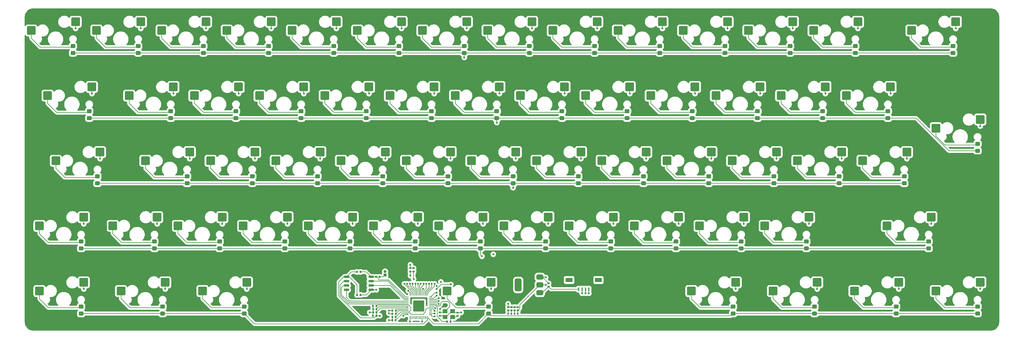
<source format=gbr>
%TF.GenerationSoftware,KiCad,Pcbnew,8.0.3*%
%TF.CreationDate,2024-07-17T22:30:53+08:00*%
%TF.ProjectId,PH60_Rev2,50483630-5f52-4657-9632-2e6b69636164,rev?*%
%TF.SameCoordinates,Original*%
%TF.FileFunction,Copper,L4,Bot*%
%TF.FilePolarity,Positive*%
%FSLAX46Y46*%
G04 Gerber Fmt 4.6, Leading zero omitted, Abs format (unit mm)*
G04 Created by KiCad (PCBNEW 8.0.3) date 2024-07-17 22:30:53*
%MOMM*%
%LPD*%
G01*
G04 APERTURE LIST*
G04 Aperture macros list*
%AMRoundRect*
0 Rectangle with rounded corners*
0 $1 Rounding radius*
0 $2 $3 $4 $5 $6 $7 $8 $9 X,Y pos of 4 corners*
0 Add a 4 corners polygon primitive as box body*
4,1,4,$2,$3,$4,$5,$6,$7,$8,$9,$2,$3,0*
0 Add four circle primitives for the rounded corners*
1,1,$1+$1,$2,$3*
1,1,$1+$1,$4,$5*
1,1,$1+$1,$6,$7*
1,1,$1+$1,$8,$9*
0 Add four rect primitives between the rounded corners*
20,1,$1+$1,$2,$3,$4,$5,0*
20,1,$1+$1,$4,$5,$6,$7,0*
20,1,$1+$1,$6,$7,$8,$9,0*
20,1,$1+$1,$8,$9,$2,$3,0*%
G04 Aperture macros list end*
%TA.AperFunction,SMDPad,CuDef*%
%ADD10RoundRect,0.250000X-1.025000X-1.000000X1.025000X-1.000000X1.025000X1.000000X-1.025000X1.000000X0*%
%TD*%
%TA.AperFunction,SMDPad,CuDef*%
%ADD11RoundRect,0.250000X0.450000X-0.325000X0.450000X0.325000X-0.450000X0.325000X-0.450000X-0.325000X0*%
%TD*%
%TA.AperFunction,SMDPad,CuDef*%
%ADD12RoundRect,0.140000X0.170000X-0.140000X0.170000X0.140000X-0.170000X0.140000X-0.170000X-0.140000X0*%
%TD*%
%TA.AperFunction,SMDPad,CuDef*%
%ADD13RoundRect,0.135000X-0.135000X-0.185000X0.135000X-0.185000X0.135000X0.185000X-0.135000X0.185000X0*%
%TD*%
%TA.AperFunction,SMDPad,CuDef*%
%ADD14RoundRect,0.050000X-0.050000X0.387500X-0.050000X-0.387500X0.050000X-0.387500X0.050000X0.387500X0*%
%TD*%
%TA.AperFunction,SMDPad,CuDef*%
%ADD15RoundRect,0.050000X-0.387500X0.050000X-0.387500X-0.050000X0.387500X-0.050000X0.387500X0.050000X0*%
%TD*%
%TA.AperFunction,HeatsinkPad*%
%ADD16R,3.200000X3.200000*%
%TD*%
%TA.AperFunction,ComponentPad*%
%ADD17R,0.850000X0.850000*%
%TD*%
%TA.AperFunction,ComponentPad*%
%ADD18O,0.850000X0.850000*%
%TD*%
%TA.AperFunction,SMDPad,CuDef*%
%ADD19RoundRect,0.140000X0.140000X0.170000X-0.140000X0.170000X-0.140000X-0.170000X0.140000X-0.170000X0*%
%TD*%
%TA.AperFunction,SMDPad,CuDef*%
%ADD20RoundRect,0.375000X0.625000X0.375000X-0.625000X0.375000X-0.625000X-0.375000X0.625000X-0.375000X0*%
%TD*%
%TA.AperFunction,SMDPad,CuDef*%
%ADD21RoundRect,0.500000X0.500000X1.400000X-0.500000X1.400000X-0.500000X-1.400000X0.500000X-1.400000X0*%
%TD*%
%TA.AperFunction,SMDPad,CuDef*%
%ADD22RoundRect,0.140000X-0.170000X0.140000X-0.170000X-0.140000X0.170000X-0.140000X0.170000X0.140000X0*%
%TD*%
%TA.AperFunction,SMDPad,CuDef*%
%ADD23RoundRect,0.135000X0.135000X0.185000X-0.135000X0.185000X-0.135000X-0.185000X0.135000X-0.185000X0*%
%TD*%
%TA.AperFunction,SMDPad,CuDef*%
%ADD24RoundRect,0.150000X0.650000X0.150000X-0.650000X0.150000X-0.650000X-0.150000X0.650000X-0.150000X0*%
%TD*%
%TA.AperFunction,SMDPad,CuDef*%
%ADD25RoundRect,0.140000X-0.140000X-0.170000X0.140000X-0.170000X0.140000X0.170000X-0.140000X0.170000X0*%
%TD*%
%TA.AperFunction,SMDPad,CuDef*%
%ADD26R,1.400000X1.200000*%
%TD*%
%TA.AperFunction,SMDPad,CuDef*%
%ADD27R,0.400000X1.000000*%
%TD*%
%TA.AperFunction,SMDPad,CuDef*%
%ADD28R,2.000000X1.300000*%
%TD*%
%TA.AperFunction,ViaPad*%
%ADD29C,0.600000*%
%TD*%
%TA.AperFunction,Conductor*%
%ADD30C,0.200000*%
%TD*%
G04 APERTURE END LIST*
D10*
%TO.P,S36,1,1*%
%TO.N,Net-(D36-A)*%
X178652500Y-73660000D03*
%TO.P,S36,2,2*%
%TO.N,col_7*%
X191579500Y-71120000D03*
%TD*%
%TO.P,S19,1,1*%
%TO.N,Net-(D19-A)*%
X116740000Y-54610000D03*
%TO.P,S19,2,2*%
%TO.N,col_4*%
X129667000Y-52070000D03*
%TD*%
%TO.P,S35,1,1*%
%TO.N,Net-(D35-A)*%
X159602500Y-73660000D03*
%TO.P,S35,2,2*%
%TO.N,col_6*%
X172529500Y-71120000D03*
%TD*%
%TO.P,S28,1,1*%
%TO.N,Net-(D28-A)*%
X295333750Y-64135000D03*
%TO.P,S28,2,2*%
%TO.N,col_13*%
X308260750Y-61595000D03*
%TD*%
%TO.P,S13,1,1*%
%TO.N,Net-(D13-A)*%
X259615000Y-35560000D03*
%TO.P,S13,2,2*%
%TO.N,col_12*%
X272542000Y-33020000D03*
%TD*%
%TO.P,S2,1,1*%
%TO.N,Net-(D2-A)*%
X50065000Y-35560000D03*
%TO.P,S2,2,2*%
%TO.N,col_1*%
X62992000Y-33020000D03*
%TD*%
%TO.P,S49,1,1*%
%TO.N,Net-(D49-A)*%
X169127500Y-92710000D03*
%TO.P,S49,2,2*%
%TO.N,col_7*%
X182054500Y-90170000D03*
%TD*%
%TO.P,S54,1,1*%
%TO.N,Net-(D54-A)*%
X281046250Y-92710000D03*
%TO.P,S54,2,2*%
%TO.N,col_13*%
X293973250Y-90170000D03*
%TD*%
%TO.P,S29,1,1*%
%TO.N,Net-(D29-A)*%
X38158750Y-73660000D03*
%TO.P,S29,2,2*%
%TO.N,col_0*%
X51085750Y-71120000D03*
%TD*%
%TO.P,S25,1,1*%
%TO.N,Net-(D25-A)*%
X231040000Y-54610000D03*
%TO.P,S25,2,2*%
%TO.N,col_10*%
X243967000Y-52070000D03*
%TD*%
%TO.P,S55,1,1*%
%TO.N,Net-(D55-A)*%
X33396250Y-111760000D03*
%TO.P,S55,2,2*%
%TO.N,col_0*%
X46323250Y-109220000D03*
%TD*%
%TO.P,S26,1,1*%
%TO.N,Net-(D26-A)*%
X250090000Y-54610000D03*
%TO.P,S26,2,2*%
%TO.N,col_11*%
X263017000Y-52070000D03*
%TD*%
%TO.P,S62,1,1*%
%TO.N,Net-(D62-A)*%
X295333750Y-111760000D03*
%TO.P,S62,2,2*%
%TO.N,col_13*%
X308260750Y-109220000D03*
%TD*%
%TO.P,S31,1,1*%
%TO.N,Net-(D31-A)*%
X83402500Y-73660000D03*
%TO.P,S31,2,2*%
%TO.N,col_2*%
X96329500Y-71120000D03*
%TD*%
%TO.P,S44,1,1*%
%TO.N,Net-(D44-A)*%
X73877500Y-92710000D03*
%TO.P,S44,2,2*%
%TO.N,col_2*%
X86804500Y-90170000D03*
%TD*%
%TO.P,S59,1,1*%
%TO.N,Net-(D59-A)*%
X223896250Y-111760000D03*
%TO.P,S59,2,2*%
%TO.N,col_9*%
X236823250Y-109220000D03*
%TD*%
%TO.P,S45,1,1*%
%TO.N,Net-(D45-A)*%
X92927500Y-92710000D03*
%TO.P,S45,2,2*%
%TO.N,col_3*%
X105854500Y-90170000D03*
%TD*%
%TO.P,S34,1,1*%
%TO.N,Net-(D34-A)*%
X140552500Y-73660000D03*
%TO.P,S34,2,2*%
%TO.N,col_5*%
X153479500Y-71120000D03*
%TD*%
%TO.P,S37,1,1*%
%TO.N,Net-(D37-A)*%
X197702500Y-73660000D03*
%TO.P,S37,2,2*%
%TO.N,col_8*%
X210629500Y-71120000D03*
%TD*%
%TO.P,S46,1,1*%
%TO.N,Net-(D46-A)*%
X111977500Y-92710000D03*
%TO.P,S46,2,2*%
%TO.N,col_4*%
X124904500Y-90170000D03*
%TD*%
%TO.P,S20,1,1*%
%TO.N,Net-(D20-A)*%
X135790000Y-54610000D03*
%TO.P,S20,2,2*%
%TO.N,col_5*%
X148717000Y-52070000D03*
%TD*%
%TO.P,S9,1,1*%
%TO.N,Net-(D9-A)*%
X183415000Y-35560000D03*
%TO.P,S9,2,2*%
%TO.N,col_8*%
X196342000Y-33020000D03*
%TD*%
%TO.P,S33,1,1*%
%TO.N,Net-(D33-A)*%
X121502500Y-73660000D03*
%TO.P,S33,2,2*%
%TO.N,col_4*%
X134429500Y-71120000D03*
%TD*%
%TO.P,S39,1,1*%
%TO.N,Net-(D39-A)*%
X235802500Y-73660000D03*
%TO.P,S39,2,2*%
%TO.N,col_10*%
X248729500Y-71120000D03*
%TD*%
%TO.P,S38,1,1*%
%TO.N,Net-(D38-A)*%
X216752500Y-73660000D03*
%TO.P,S38,2,2*%
%TO.N,col_9*%
X229679500Y-71120000D03*
%TD*%
%TO.P,S5,1,1*%
%TO.N,Net-(D5-A)*%
X107215000Y-35560000D03*
%TO.P,S5,2,2*%
%TO.N,col_4*%
X120142000Y-33020000D03*
%TD*%
%TO.P,S8,1,1*%
%TO.N,Net-(D8-A)*%
X164365000Y-35560000D03*
%TO.P,S8,2,2*%
%TO.N,col_7*%
X177292000Y-33020000D03*
%TD*%
%TO.P,S40,1,1*%
%TO.N,Net-(D40-A)*%
X254852500Y-73660000D03*
%TO.P,S40,2,2*%
%TO.N,col_11*%
X267779500Y-71120000D03*
%TD*%
%TO.P,S30,1,1*%
%TO.N,Net-(D30-A)*%
X64352500Y-73660000D03*
%TO.P,S30,2,2*%
%TO.N,col_1*%
X77279500Y-71120000D03*
%TD*%
%TO.P,S21,1,1*%
%TO.N,Net-(D21-A)*%
X154840000Y-54610000D03*
%TO.P,S21,2,2*%
%TO.N,col_6*%
X167767000Y-52070000D03*
%TD*%
%TO.P,S12,1,1*%
%TO.N,Net-(D12-A)*%
X240565000Y-35560000D03*
%TO.P,S12,2,2*%
%TO.N,col_11*%
X253492000Y-33020000D03*
%TD*%
%TO.P,S15,1,1*%
%TO.N,Net-(D15-A)*%
X35777500Y-54610000D03*
%TO.P,S15,2,2*%
%TO.N,col_0*%
X48704500Y-52070000D03*
%TD*%
%TO.P,S11,1,1*%
%TO.N,Net-(D11-A)*%
X221515000Y-35560000D03*
%TO.P,S11,2,2*%
%TO.N,col_10*%
X234442000Y-33020000D03*
%TD*%
%TO.P,S18,1,1*%
%TO.N,Net-(D18-A)*%
X97690000Y-54610000D03*
%TO.P,S18,2,2*%
%TO.N,col_3*%
X110617000Y-52070000D03*
%TD*%
%TO.P,S60,1,1*%
%TO.N,Net-(D60-A)*%
X247708750Y-111760000D03*
%TO.P,S60,2,2*%
%TO.N,col_10*%
X260635750Y-109220000D03*
%TD*%
%TO.P,S56,1,1*%
%TO.N,Net-(D56-A)*%
X57208750Y-111760000D03*
%TO.P,S56,2,2*%
%TO.N,col_1*%
X70135750Y-109220000D03*
%TD*%
%TO.P,S50,1,1*%
%TO.N,Net-(D50-A)*%
X188177500Y-92710000D03*
%TO.P,S50,2,2*%
%TO.N,col_8*%
X201104500Y-90170000D03*
%TD*%
%TO.P,S43,1,1*%
%TO.N,Net-(D43-A)*%
X54827500Y-92710000D03*
%TO.P,S43,2,2*%
%TO.N,col_1*%
X67754500Y-90170000D03*
%TD*%
%TO.P,S51,1,1*%
%TO.N,Net-(D51-A)*%
X207227500Y-92710000D03*
%TO.P,S51,2,2*%
%TO.N,col_9*%
X220154500Y-90170000D03*
%TD*%
%TO.P,S52,1,1*%
%TO.N,Net-(D52-A)*%
X226277500Y-92710000D03*
%TO.P,S52,2,2*%
%TO.N,col_10*%
X239204500Y-90170000D03*
%TD*%
%TO.P,S48,1,1*%
%TO.N,Net-(D48-A)*%
X150077500Y-92710000D03*
%TO.P,S48,2,2*%
%TO.N,col_6*%
X163004500Y-90170000D03*
%TD*%
%TO.P,S42,1,1*%
%TO.N,Net-(D42-A)*%
X33396250Y-92710000D03*
%TO.P,S42,2,2*%
%TO.N,col_0*%
X46323250Y-90170000D03*
%TD*%
%TO.P,S22,1,1*%
%TO.N,Net-(D22-A)*%
X173890000Y-54610000D03*
%TO.P,S22,2,2*%
%TO.N,col_7*%
X186817000Y-52070000D03*
%TD*%
%TO.P,S61,1,1*%
%TO.N,Net-(D61-A)*%
X271521250Y-111760000D03*
%TO.P,S61,2,2*%
%TO.N,col_11*%
X284448250Y-109220000D03*
%TD*%
%TO.P,S14,1,1*%
%TO.N,Net-(D14-A)*%
X288190000Y-35560000D03*
%TO.P,S14,2,2*%
%TO.N,col_13*%
X301117000Y-33020000D03*
%TD*%
%TO.P,S4,1,1*%
%TO.N,Net-(D4-A)*%
X88165000Y-35560000D03*
%TO.P,S4,2,2*%
%TO.N,col_3*%
X101092000Y-33020000D03*
%TD*%
%TO.P,S10,1,1*%
%TO.N,Net-(D10-A)*%
X202465000Y-35560000D03*
%TO.P,S10,2,2*%
%TO.N,col_9*%
X215392000Y-33020000D03*
%TD*%
%TO.P,S41,1,1*%
%TO.N,Net-(D41-A)*%
X273902500Y-73660000D03*
%TO.P,S41,2,2*%
%TO.N,col_13*%
X286829500Y-71120000D03*
%TD*%
%TO.P,S47,1,1*%
%TO.N,Net-(D47-A)*%
X131027500Y-92710000D03*
%TO.P,S47,2,2*%
%TO.N,col_5*%
X143954500Y-90170000D03*
%TD*%
%TO.P,S3,1,1*%
%TO.N,Net-(D3-A)*%
X69115000Y-35560000D03*
%TO.P,S3,2,2*%
%TO.N,col_2*%
X82042000Y-33020000D03*
%TD*%
%TO.P,S16,1,1*%
%TO.N,Net-(D16-A)*%
X59590000Y-54610000D03*
%TO.P,S16,2,2*%
%TO.N,col_1*%
X72517000Y-52070000D03*
%TD*%
%TO.P,S7,1,1*%
%TO.N,Net-(D7-A)*%
X145315000Y-35560000D03*
%TO.P,S7,2,2*%
%TO.N,col_6*%
X158242000Y-33020000D03*
%TD*%
%TO.P,S23,1,1*%
%TO.N,Net-(D23-A)*%
X192940000Y-54610000D03*
%TO.P,S23,2,2*%
%TO.N,col_8*%
X205867000Y-52070000D03*
%TD*%
%TO.P,S53,1,1*%
%TO.N,Net-(D53-A)*%
X245327500Y-92710000D03*
%TO.P,S53,2,2*%
%TO.N,col_11*%
X258254500Y-90170000D03*
%TD*%
%TO.P,S27,1,1*%
%TO.N,Net-(D27-A)*%
X269140000Y-54610000D03*
%TO.P,S27,2,2*%
%TO.N,col_12*%
X282067000Y-52070000D03*
%TD*%
%TO.P,S6,1,1*%
%TO.N,Net-(D6-A)*%
X126265000Y-35560000D03*
%TO.P,S6,2,2*%
%TO.N,col_5*%
X139192000Y-33020000D03*
%TD*%
%TO.P,S24,1,1*%
%TO.N,Net-(D24-A)*%
X211990000Y-54610000D03*
%TO.P,S24,2,2*%
%TO.N,col_9*%
X224917000Y-52070000D03*
%TD*%
%TO.P,S58,1,1*%
%TO.N,Net-(D58-A)*%
X152458750Y-111760000D03*
%TO.P,S58,2,2*%
%TO.N,col_6*%
X165385750Y-109220000D03*
%TD*%
%TO.P,S57,1,1*%
%TO.N,Net-(D57-A)*%
X81021250Y-111760000D03*
%TO.P,S57,2,2*%
%TO.N,col_2*%
X93948250Y-109220000D03*
%TD*%
%TO.P,S1,1,1*%
%TO.N,Net-(D1-A)*%
X31015000Y-35560000D03*
%TO.P,S1,2,2*%
%TO.N,col_0*%
X43942000Y-33020000D03*
%TD*%
%TO.P,S32,1,1*%
%TO.N,Net-(D32-A)*%
X102452500Y-73660000D03*
%TO.P,S32,2,2*%
%TO.N,col_3*%
X115379500Y-71120000D03*
%TD*%
%TO.P,S17,1,1*%
%TO.N,Net-(D17-A)*%
X78640000Y-54610000D03*
%TO.P,S17,2,2*%
%TO.N,col_2*%
X91567000Y-52070000D03*
%TD*%
D11*
%TO.P,D42,1,K*%
%TO.N,row_3*%
X45561250Y-99305000D03*
%TO.P,D42,2,A*%
%TO.N,Net-(D42-A)*%
X45561250Y-97255000D03*
%TD*%
D12*
%TO.P,C7,1*%
%TO.N,+1V1*%
X170325000Y-117425000D03*
%TO.P,C7,2*%
%TO.N,GND*%
X170325000Y-116465000D03*
%TD*%
D11*
%TO.P,D38,1,K*%
%TO.N,row_2*%
X228917500Y-80255000D03*
%TO.P,D38,2,A*%
%TO.N,Net-(D38-A)*%
X228917500Y-78205000D03*
%TD*%
%TO.P,D18,1,K*%
%TO.N,row_1*%
X109855000Y-61205000D03*
%TO.P,D18,2,A*%
%TO.N,Net-(D18-A)*%
X109855000Y-59155000D03*
%TD*%
D13*
%TO.P,R3,1*%
%TO.N,/USB_D+*%
X136455000Y-117475000D03*
%TO.P,R3,2*%
%TO.N,Net-(U3-USB_DP)*%
X137475000Y-117475000D03*
%TD*%
D11*
%TO.P,D55,1,K*%
%TO.N,row_4*%
X45561250Y-118355000D03*
%TO.P,D55,2,A*%
%TO.N,Net-(D55-A)*%
X45561250Y-116305000D03*
%TD*%
%TO.P,D23,1,K*%
%TO.N,row_1*%
X205105000Y-61205000D03*
%TO.P,D23,2,A*%
%TO.N,Net-(D23-A)*%
X205105000Y-59155000D03*
%TD*%
%TO.P,D53,1,K*%
%TO.N,row_3*%
X257492500Y-99305000D03*
%TO.P,D53,2,A*%
%TO.N,Net-(D53-A)*%
X257492500Y-97255000D03*
%TD*%
D12*
%TO.P,C3,1*%
%TO.N,Net-(C3-Pad1)*%
X155575000Y-119005000D03*
%TO.P,C3,2*%
%TO.N,GND*%
X155575000Y-118045000D03*
%TD*%
D14*
%TO.P,U3,1,IOVDD*%
%TO.N,+3V3*%
X141625000Y-112675000D03*
%TO.P,U3,2,GPIO0*%
%TO.N,col_0*%
X142025000Y-112675000D03*
%TO.P,U3,3,GPIO1*%
%TO.N,col_1*%
X142425000Y-112675000D03*
%TO.P,U3,4,GPIO2*%
%TO.N,col_2*%
X142825000Y-112675000D03*
%TO.P,U3,5,GPIO3*%
%TO.N,col_3*%
X143225000Y-112675000D03*
%TO.P,U3,6,GPIO4*%
%TO.N,col_4*%
X143625000Y-112675000D03*
%TO.P,U3,7,GPIO5*%
%TO.N,col_5*%
X144025000Y-112675000D03*
%TO.P,U3,8,GPIO6*%
%TO.N,col_6*%
X144425000Y-112675000D03*
%TO.P,U3,9,GPIO7*%
%TO.N,col_7*%
X144825000Y-112675000D03*
%TO.P,U3,10,IOVDD*%
%TO.N,+3V3*%
X145225000Y-112675000D03*
%TO.P,U3,11,GPIO8*%
%TO.N,col_8*%
X145625000Y-112675000D03*
%TO.P,U3,12,GPIO9*%
%TO.N,col_9*%
X146025000Y-112675000D03*
%TO.P,U3,13,GPIO10*%
%TO.N,col_10*%
X146425000Y-112675000D03*
%TO.P,U3,14,GPIO11*%
%TO.N,col_11*%
X146825000Y-112675000D03*
D15*
%TO.P,U3,15,GPIO12*%
%TO.N,col_12*%
X147662500Y-113512500D03*
%TO.P,U3,16,GPIO13*%
%TO.N,col_13*%
X147662500Y-113912500D03*
%TO.P,U3,17,GPIO14*%
%TO.N,row_0*%
X147662500Y-114312500D03*
%TO.P,U3,18,GPIO15*%
%TO.N,row_1*%
X147662500Y-114712500D03*
%TO.P,U3,19,TESTEN*%
%TO.N,GND*%
X147662500Y-115112500D03*
%TO.P,U3,20,XIN*%
%TO.N,/XIN*%
X147662500Y-115512500D03*
%TO.P,U3,21,XOUT*%
%TO.N,/XOUT*%
X147662500Y-115912500D03*
%TO.P,U3,22,IOVDD*%
%TO.N,+3V3*%
X147662500Y-116312500D03*
%TO.P,U3,23,DVDD*%
%TO.N,+1V1*%
X147662500Y-116712500D03*
%TO.P,U3,24,SWCLK*%
%TO.N,/SWCLK*%
X147662500Y-117112500D03*
%TO.P,U3,25,SWD*%
%TO.N,/SWD*%
X147662500Y-117512500D03*
%TO.P,U3,26,RUN*%
%TO.N,/RUN*%
X147662500Y-117912500D03*
%TO.P,U3,27,GPIO16*%
%TO.N,row_2*%
X147662500Y-118312500D03*
%TO.P,U3,28,GPIO17*%
%TO.N,row_3*%
X147662500Y-118712500D03*
D14*
%TO.P,U3,29,GPIO18*%
%TO.N,row_4*%
X146825000Y-119550000D03*
%TO.P,U3,30,GPIO19*%
%TO.N,unconnected-(U3-GPIO19-Pad30)*%
X146425000Y-119550000D03*
%TO.P,U3,31,GPIO20*%
%TO.N,unconnected-(U3-GPIO20-Pad31)*%
X146025000Y-119550000D03*
%TO.P,U3,32,GPIO21*%
%TO.N,unconnected-(U3-GPIO21-Pad32)*%
X145625000Y-119550000D03*
%TO.P,U3,33,IOVDD*%
%TO.N,+3V3*%
X145225000Y-119550000D03*
%TO.P,U3,34,GPIO22*%
%TO.N,unconnected-(U3-GPIO22-Pad34)*%
X144825000Y-119550000D03*
%TO.P,U3,35,GPIO23*%
%TO.N,unconnected-(U3-GPIO23-Pad35)*%
X144425000Y-119550000D03*
%TO.P,U3,36,GPIO24*%
%TO.N,unconnected-(U3-GPIO24-Pad36)*%
X144025000Y-119550000D03*
%TO.P,U3,37,GPIO25*%
%TO.N,unconnected-(U3-GPIO25-Pad37)*%
X143625000Y-119550000D03*
%TO.P,U3,38,GPIO26_ADC0*%
%TO.N,unconnected-(U3-GPIO26_ADC0-Pad38)*%
X143225000Y-119550000D03*
%TO.P,U3,39,GPIO27_ADC1*%
%TO.N,unconnected-(U3-GPIO27_ADC1-Pad39)*%
X142825000Y-119550000D03*
%TO.P,U3,40,GPIO28_ADC2*%
%TO.N,unconnected-(U3-GPIO28_ADC2-Pad40)*%
X142425000Y-119550000D03*
%TO.P,U3,41,GPIO29_ADC3*%
%TO.N,unconnected-(U3-GPIO29_ADC3-Pad41)*%
X142025000Y-119550000D03*
%TO.P,U3,42,IOVDD*%
%TO.N,+3V3*%
X141625000Y-119550000D03*
D15*
%TO.P,U3,43,ADC_AVDD*%
X140787500Y-118712500D03*
%TO.P,U3,44,VREG_IN*%
X140787500Y-118312500D03*
%TO.P,U3,45,VREG_VOUT*%
%TO.N,+1V1*%
X140787500Y-117912500D03*
%TO.P,U3,46,USB_DM*%
%TO.N,Net-(U3-USB_DM)*%
X140787500Y-117512500D03*
%TO.P,U3,47,USB_DP*%
%TO.N,Net-(U3-USB_DP)*%
X140787500Y-117112500D03*
%TO.P,U3,48,USB_VDD*%
%TO.N,+3V3*%
X140787500Y-116712500D03*
%TO.P,U3,49,IOVDD*%
X140787500Y-116312500D03*
%TO.P,U3,50,DVDD*%
%TO.N,+1V1*%
X140787500Y-115912500D03*
%TO.P,U3,51,QSPI_SD3*%
%TO.N,/QSPI_SD3*%
X140787500Y-115512500D03*
%TO.P,U3,52,QSPI_SCLK*%
%TO.N,/QSPI_SCLK*%
X140787500Y-115112500D03*
%TO.P,U3,53,QSPI_SD0*%
%TO.N,/QSPI_SD0*%
X140787500Y-114712500D03*
%TO.P,U3,54,QSPI_SD2*%
%TO.N,/QSPI_SD2*%
X140787500Y-114312500D03*
%TO.P,U3,55,QSPI_SD1*%
%TO.N,/QSPI_SD1*%
X140787500Y-113912500D03*
%TO.P,U3,56,QSPI_SS*%
%TO.N,/QSPI_SS*%
X140787500Y-113512500D03*
D16*
%TO.P,U3,57,GND*%
%TO.N,GND*%
X144225000Y-116112500D03*
%TD*%
D11*
%TO.P,D50,1,K*%
%TO.N,row_3*%
X200342500Y-99305000D03*
%TO.P,D50,2,A*%
%TO.N,Net-(D50-A)*%
X200342500Y-97255000D03*
%TD*%
D17*
%TO.P,J2,1,Pin_1*%
%TO.N,/~{USB_BOOT}*%
X134375000Y-107075000D03*
D18*
%TO.P,J2,2,Pin_2*%
%TO.N,GND*%
X134375000Y-106075000D03*
%TD*%
D11*
%TO.P,D57,1,K*%
%TO.N,row_4*%
X93186250Y-118355000D03*
%TO.P,D57,2,A*%
%TO.N,Net-(D57-A)*%
X93186250Y-116305000D03*
%TD*%
D19*
%TO.P,C13,1*%
%TO.N,+3V3*%
X131825000Y-117105000D03*
%TO.P,C13,2*%
%TO.N,GND*%
X130865000Y-117105000D03*
%TD*%
D11*
%TO.P,D15,1,K*%
%TO.N,row_1*%
X47942500Y-61205000D03*
%TO.P,D15,2,A*%
%TO.N,Net-(D15-A)*%
X47942500Y-59155000D03*
%TD*%
D19*
%TO.P,C10,1*%
%TO.N,+3V3*%
X137425000Y-120325000D03*
%TO.P,C10,2*%
%TO.N,GND*%
X136465000Y-120325000D03*
%TD*%
D11*
%TO.P,D8,1,K*%
%TO.N,row_0*%
X176530000Y-42155000D03*
%TO.P,D8,2,A*%
%TO.N,Net-(D8-A)*%
X176530000Y-40105000D03*
%TD*%
D20*
%TO.P,U1,1,GND*%
%TO.N,GND*%
X179575000Y-107675000D03*
%TO.P,U1,2,VO*%
%TO.N,+3V3*%
X179575000Y-109975000D03*
%TO.P,U1,3,VI*%
%TO.N,VBUS*%
X179575000Y-112275000D03*
D21*
%TO.P,U1,4*%
%TO.N,N/C*%
X173275000Y-109975000D03*
%TD*%
D12*
%TO.P,C11,1*%
%TO.N,+3V3*%
X173175000Y-117425000D03*
%TO.P,C11,2*%
%TO.N,GND*%
X173175000Y-116465000D03*
%TD*%
D11*
%TO.P,D19,1,K*%
%TO.N,row_1*%
X128905000Y-61205000D03*
%TO.P,D19,2,A*%
%TO.N,Net-(D19-A)*%
X128905000Y-59155000D03*
%TD*%
%TO.P,D21,1,K*%
%TO.N,row_1*%
X167005000Y-61205000D03*
%TO.P,D21,2,A*%
%TO.N,Net-(D21-A)*%
X167005000Y-59155000D03*
%TD*%
%TO.P,D40,1,K*%
%TO.N,row_2*%
X267017500Y-80255000D03*
%TO.P,D40,2,A*%
%TO.N,Net-(D40-A)*%
X267017500Y-78205000D03*
%TD*%
%TO.P,D36,1,K*%
%TO.N,row_2*%
X190817500Y-80255000D03*
%TO.P,D36,2,A*%
%TO.N,Net-(D36-A)*%
X190817500Y-78205000D03*
%TD*%
D22*
%TO.P,C2,1*%
%TO.N,/XIN*%
X150375000Y-118025000D03*
%TO.P,C2,2*%
%TO.N,GND*%
X150375000Y-118985000D03*
%TD*%
D11*
%TO.P,D52,1,K*%
%TO.N,row_3*%
X238442500Y-99305000D03*
%TO.P,D52,2,A*%
%TO.N,Net-(D52-A)*%
X238442500Y-97255000D03*
%TD*%
%TO.P,D16,1,K*%
%TO.N,row_1*%
X71755000Y-61205000D03*
%TO.P,D16,2,A*%
%TO.N,Net-(D16-A)*%
X71755000Y-59155000D03*
%TD*%
%TO.P,D28,1,K*%
%TO.N,row_1*%
X307498750Y-70730000D03*
%TO.P,D28,2,A*%
%TO.N,Net-(D28-A)*%
X307498750Y-68680000D03*
%TD*%
%TO.P,D58,1,K*%
%TO.N,row_4*%
X164623750Y-118355000D03*
%TO.P,D58,2,A*%
%TO.N,Net-(D58-A)*%
X164623750Y-116305000D03*
%TD*%
%TO.P,D59,1,K*%
%TO.N,row_4*%
X236061250Y-118355000D03*
%TO.P,D59,2,A*%
%TO.N,Net-(D59-A)*%
X236061250Y-116305000D03*
%TD*%
%TO.P,D48,1,K*%
%TO.N,row_3*%
X162242500Y-99305000D03*
%TO.P,D48,2,A*%
%TO.N,Net-(D48-A)*%
X162242500Y-97255000D03*
%TD*%
D19*
%TO.P,C14,1*%
%TO.N,+3V3*%
X131825000Y-118025000D03*
%TO.P,C14,2*%
%TO.N,GND*%
X130865000Y-118025000D03*
%TD*%
D23*
%TO.P,R5,1*%
%TO.N,Net-(C3-Pad1)*%
X153475000Y-120725000D03*
%TO.P,R5,2*%
%TO.N,/XOUT*%
X152455000Y-120725000D03*
%TD*%
D11*
%TO.P,D49,1,K*%
%TO.N,row_3*%
X181292500Y-99305000D03*
%TO.P,D49,2,A*%
%TO.N,Net-(D49-A)*%
X181292500Y-97255000D03*
%TD*%
%TO.P,D35,1,K*%
%TO.N,row_2*%
X171767500Y-80255000D03*
%TO.P,D35,2,A*%
%TO.N,Net-(D35-A)*%
X171767500Y-78205000D03*
%TD*%
D12*
%TO.P,C15,1*%
%TO.N,+3V3*%
X142695000Y-106035000D03*
%TO.P,C15,2*%
%TO.N,GND*%
X142695000Y-105075000D03*
%TD*%
D11*
%TO.P,D43,1,K*%
%TO.N,row_3*%
X66992500Y-99305000D03*
%TO.P,D43,2,A*%
%TO.N,Net-(D43-A)*%
X66992500Y-97255000D03*
%TD*%
%TO.P,D45,1,K*%
%TO.N,row_3*%
X105092500Y-99305000D03*
%TO.P,D45,2,A*%
%TO.N,Net-(D45-A)*%
X105092500Y-97255000D03*
%TD*%
%TO.P,D10,1,K*%
%TO.N,row_0*%
X214630000Y-42155000D03*
%TO.P,D10,2,A*%
%TO.N,Net-(D10-A)*%
X214630000Y-40105000D03*
%TD*%
%TO.P,D37,1,K*%
%TO.N,row_2*%
X209867500Y-80255000D03*
%TO.P,D37,2,A*%
%TO.N,Net-(D37-A)*%
X209867500Y-78205000D03*
%TD*%
%TO.P,D56,1,K*%
%TO.N,row_4*%
X69373750Y-118355000D03*
%TO.P,D56,2,A*%
%TO.N,Net-(D56-A)*%
X69373750Y-116305000D03*
%TD*%
%TO.P,D44,1,K*%
%TO.N,row_3*%
X86042500Y-99305000D03*
%TO.P,D44,2,A*%
%TO.N,Net-(D44-A)*%
X86042500Y-97255000D03*
%TD*%
%TO.P,D6,1,K*%
%TO.N,row_0*%
X138430000Y-42155000D03*
%TO.P,D6,2,A*%
%TO.N,Net-(D6-A)*%
X138430000Y-40105000D03*
%TD*%
%TO.P,D30,1,K*%
%TO.N,row_2*%
X76517500Y-80255000D03*
%TO.P,D30,2,A*%
%TO.N,Net-(D30-A)*%
X76517500Y-78205000D03*
%TD*%
D12*
%TO.P,C4,1*%
%TO.N,+3V3*%
X171275000Y-117425000D03*
%TO.P,C4,2*%
%TO.N,GND*%
X171275000Y-116465000D03*
%TD*%
D19*
%TO.P,C6,1*%
%TO.N,+1V1*%
X131815000Y-116175000D03*
%TO.P,C6,2*%
%TO.N,GND*%
X130855000Y-116175000D03*
%TD*%
D11*
%TO.P,D12,1,K*%
%TO.N,row_0*%
X252730000Y-42155000D03*
%TO.P,D12,2,A*%
%TO.N,Net-(D12-A)*%
X252730000Y-40105000D03*
%TD*%
%TO.P,D32,1,K*%
%TO.N,row_2*%
X114617500Y-80255000D03*
%TO.P,D32,2,A*%
%TO.N,Net-(D32-A)*%
X114617500Y-78205000D03*
%TD*%
D12*
%TO.P,C16,1*%
%TO.N,+3V3*%
X141775000Y-106035000D03*
%TO.P,C16,2*%
%TO.N,GND*%
X141775000Y-105075000D03*
%TD*%
D11*
%TO.P,D25,1,K*%
%TO.N,row_1*%
X243205000Y-61205000D03*
%TO.P,D25,2,A*%
%TO.N,Net-(D25-A)*%
X243205000Y-59155000D03*
%TD*%
%TO.P,D20,1,K*%
%TO.N,row_1*%
X147955000Y-61205000D03*
%TO.P,D20,2,A*%
%TO.N,Net-(D20-A)*%
X147955000Y-59155000D03*
%TD*%
D24*
%TO.P,U2,1,~{CS}*%
%TO.N,/QSPI_SS*%
X130275000Y-107620000D03*
%TO.P,U2,2,DO(IO1)*%
%TO.N,/QSPI_SD1*%
X130275000Y-108890000D03*
%TO.P,U2,3,IO2*%
%TO.N,/QSPI_SD2*%
X130275000Y-110160000D03*
%TO.P,U2,4,GND*%
%TO.N,GND*%
X130275000Y-111430000D03*
%TO.P,U2,5,DI(IO0)*%
%TO.N,/QSPI_SD0*%
X123075000Y-111430000D03*
%TO.P,U2,6,CLK*%
%TO.N,/QSPI_SCLK*%
X123075000Y-110160000D03*
%TO.P,U2,7,IO3*%
%TO.N,/QSPI_SD3*%
X123075000Y-108890000D03*
%TO.P,U2,8,VCC*%
%TO.N,+3V3*%
X123075000Y-107620000D03*
%TD*%
D11*
%TO.P,D39,1,K*%
%TO.N,row_2*%
X247967500Y-80255000D03*
%TO.P,D39,2,A*%
%TO.N,Net-(D39-A)*%
X247967500Y-78205000D03*
%TD*%
%TO.P,D3,1,K*%
%TO.N,row_0*%
X81280000Y-42155000D03*
%TO.P,D3,2,A*%
%TO.N,Net-(D3-A)*%
X81280000Y-40105000D03*
%TD*%
%TO.P,D22,1,K*%
%TO.N,row_1*%
X186055000Y-61205000D03*
%TO.P,D22,2,A*%
%TO.N,Net-(D22-A)*%
X186055000Y-59155000D03*
%TD*%
%TO.P,D60,1,K*%
%TO.N,row_4*%
X259873750Y-118355000D03*
%TO.P,D60,2,A*%
%TO.N,Net-(D60-A)*%
X259873750Y-116305000D03*
%TD*%
D19*
%TO.P,C8,1*%
%TO.N,+1V1*%
X137425000Y-119375000D03*
%TO.P,C8,2*%
%TO.N,GND*%
X136465000Y-119375000D03*
%TD*%
D11*
%TO.P,D61,1,K*%
%TO.N,row_4*%
X283686250Y-118355000D03*
%TO.P,D61,2,A*%
%TO.N,Net-(D61-A)*%
X283686250Y-116305000D03*
%TD*%
%TO.P,D1,1,K*%
%TO.N,row_0*%
X43180000Y-42155000D03*
%TO.P,D1,2,A*%
%TO.N,Net-(D1-A)*%
X43180000Y-40105000D03*
%TD*%
%TO.P,D62,1,K*%
%TO.N,row_4*%
X307498750Y-118355000D03*
%TO.P,D62,2,A*%
%TO.N,Net-(D62-A)*%
X307498750Y-116305000D03*
%TD*%
%TO.P,D26,1,K*%
%TO.N,row_1*%
X262255000Y-61205000D03*
%TO.P,D26,2,A*%
%TO.N,Net-(D26-A)*%
X262255000Y-59155000D03*
%TD*%
%TO.P,D17,1,K*%
%TO.N,row_1*%
X90805000Y-61205000D03*
%TO.P,D17,2,A*%
%TO.N,Net-(D17-A)*%
X90805000Y-59155000D03*
%TD*%
%TO.P,D4,1,K*%
%TO.N,row_0*%
X100330000Y-42155000D03*
%TO.P,D4,2,A*%
%TO.N,Net-(D4-A)*%
X100330000Y-40105000D03*
%TD*%
D12*
%TO.P,C12,1*%
%TO.N,+3V3*%
X172225000Y-117405000D03*
%TO.P,C12,2*%
%TO.N,GND*%
X172225000Y-116445000D03*
%TD*%
D23*
%TO.P,R1,1*%
%TO.N,/~{USB_BOOT}*%
X132785000Y-107625000D03*
%TO.P,R1,2*%
%TO.N,/QSPI_SS*%
X131765000Y-107625000D03*
%TD*%
D25*
%TO.P,C5,1*%
%TO.N,+3V3*%
X126195000Y-112875000D03*
%TO.P,C5,2*%
%TO.N,GND*%
X127155000Y-112875000D03*
%TD*%
D26*
%TO.P,Y1,1,1*%
%TO.N,Net-(C3-Pad1)*%
X154075000Y-119375000D03*
%TO.P,Y1,2,2*%
%TO.N,GND*%
X151875000Y-119375000D03*
%TO.P,Y1,3,3*%
%TO.N,/XIN*%
X151875000Y-117675000D03*
%TO.P,Y1,4,4*%
%TO.N,GND*%
X154075000Y-117675000D03*
%TD*%
D11*
%TO.P,D51,1,K*%
%TO.N,row_3*%
X219392500Y-99305000D03*
%TO.P,D51,2,A*%
%TO.N,Net-(D51-A)*%
X219392500Y-97255000D03*
%TD*%
D12*
%TO.P,C1,1*%
%TO.N,VBUS*%
X182125000Y-110455000D03*
%TO.P,C1,2*%
%TO.N,GND*%
X182125000Y-109495000D03*
%TD*%
D11*
%TO.P,D47,1,K*%
%TO.N,row_3*%
X143192500Y-99305000D03*
%TO.P,D47,2,A*%
%TO.N,Net-(D47-A)*%
X143192500Y-97255000D03*
%TD*%
%TO.P,D5,1,K*%
%TO.N,row_0*%
X119380000Y-42155000D03*
%TO.P,D5,2,A*%
%TO.N,Net-(D5-A)*%
X119380000Y-40105000D03*
%TD*%
D13*
%TO.P,R2,1*%
%TO.N,+3V3*%
X126175000Y-106175000D03*
%TO.P,R2,2*%
%TO.N,/QSPI_SS*%
X127195000Y-106175000D03*
%TD*%
D11*
%TO.P,D46,1,K*%
%TO.N,row_3*%
X124142500Y-99305000D03*
%TO.P,D46,2,A*%
%TO.N,Net-(D46-A)*%
X124142500Y-97255000D03*
%TD*%
%TO.P,D29,1,K*%
%TO.N,row_2*%
X50323750Y-80255000D03*
%TO.P,D29,2,A*%
%TO.N,Net-(D29-A)*%
X50323750Y-78205000D03*
%TD*%
D27*
%TO.P,J3,1,Pin_1*%
%TO.N,VBUS*%
X190925000Y-111225000D03*
%TO.P,J3,2,Pin_2*%
%TO.N,/USB_D-*%
X191925000Y-111225000D03*
%TO.P,J3,3,Pin_3*%
%TO.N,/USB_D+*%
X192925000Y-111225000D03*
%TO.P,J3,4,Pin_4*%
%TO.N,GND*%
X193925000Y-111225000D03*
D28*
%TO.P,J3,MP*%
%TO.N,N/C*%
X188125000Y-108525000D03*
X196725000Y-108525000D03*
%TD*%
D11*
%TO.P,D2,1,K*%
%TO.N,row_0*%
X62230000Y-42155000D03*
%TO.P,D2,2,A*%
%TO.N,Net-(D2-A)*%
X62230000Y-40105000D03*
%TD*%
%TO.P,D34,1,K*%
%TO.N,row_2*%
X152717500Y-80255000D03*
%TO.P,D34,2,A*%
%TO.N,Net-(D34-A)*%
X152717500Y-78205000D03*
%TD*%
%TO.P,D14,1,K*%
%TO.N,row_0*%
X300355000Y-42155000D03*
%TO.P,D14,2,A*%
%TO.N,Net-(D14-A)*%
X300355000Y-40105000D03*
%TD*%
%TO.P,D41,1,K*%
%TO.N,row_2*%
X286067500Y-80255000D03*
%TO.P,D41,2,A*%
%TO.N,Net-(D41-A)*%
X286067500Y-78205000D03*
%TD*%
%TO.P,D7,1,K*%
%TO.N,row_0*%
X157480000Y-42155000D03*
%TO.P,D7,2,A*%
%TO.N,Net-(D7-A)*%
X157480000Y-40105000D03*
%TD*%
%TO.P,D13,1,K*%
%TO.N,row_0*%
X271780000Y-42155000D03*
%TO.P,D13,2,A*%
%TO.N,Net-(D13-A)*%
X271780000Y-40105000D03*
%TD*%
%TO.P,D9,1,K*%
%TO.N,row_0*%
X195580000Y-42155000D03*
%TO.P,D9,2,A*%
%TO.N,Net-(D9-A)*%
X195580000Y-40105000D03*
%TD*%
%TO.P,D31,1,K*%
%TO.N,row_2*%
X95567500Y-80255000D03*
%TO.P,D31,2,A*%
%TO.N,Net-(D31-A)*%
X95567500Y-78205000D03*
%TD*%
%TO.P,D33,1,K*%
%TO.N,row_2*%
X133667500Y-80255000D03*
%TO.P,D33,2,A*%
%TO.N,Net-(D33-A)*%
X133667500Y-78205000D03*
%TD*%
D13*
%TO.P,R4,1*%
%TO.N,/USB_D-*%
X136455000Y-118425000D03*
%TO.P,R4,2*%
%TO.N,Net-(U3-USB_DM)*%
X137475000Y-118425000D03*
%TD*%
D11*
%TO.P,D11,1,K*%
%TO.N,row_0*%
X233680000Y-42155000D03*
%TO.P,D11,2,A*%
%TO.N,Net-(D11-A)*%
X233680000Y-40105000D03*
%TD*%
D19*
%TO.P,C9,1*%
%TO.N,+3V3*%
X131805000Y-118975000D03*
%TO.P,C9,2*%
%TO.N,GND*%
X130845000Y-118975000D03*
%TD*%
D11*
%TO.P,D24,1,K*%
%TO.N,row_1*%
X224155000Y-61205000D03*
%TO.P,D24,2,A*%
%TO.N,Net-(D24-A)*%
X224155000Y-59155000D03*
%TD*%
%TO.P,D54,1,K*%
%TO.N,row_3*%
X293211250Y-99305000D03*
%TO.P,D54,2,A*%
%TO.N,Net-(D54-A)*%
X293211250Y-97255000D03*
%TD*%
%TO.P,D27,1,K*%
%TO.N,row_1*%
X281305000Y-61205000D03*
%TO.P,D27,2,A*%
%TO.N,Net-(D27-A)*%
X281305000Y-59155000D03*
%TD*%
D29*
%TO.N,GND*%
X135475000Y-120325000D03*
X150032108Y-115517892D03*
X131825000Y-111425000D03*
X156625000Y-118025000D03*
X129875000Y-118025000D03*
X193925000Y-112425000D03*
X170325000Y-115475000D03*
X181325000Y-107775000D03*
X144225000Y-116125000D03*
X141775000Y-104075000D03*
%TO.N,+3V3*%
X139675000Y-118975000D03*
X142725000Y-108225000D03*
X141146700Y-111653300D03*
X145225000Y-120725000D03*
X181325000Y-109975000D03*
X149010209Y-116796732D03*
X141625000Y-120725000D03*
X132825000Y-118975000D03*
X172225000Y-118425000D03*
X141775000Y-107275000D03*
X171275000Y-118425000D03*
X145425000Y-111161240D03*
X173175000Y-118425000D03*
%TO.N,+1V1*%
X170325000Y-118425000D03*
X148825000Y-117575000D03*
%TO.N,row_0*%
X150042748Y-113859431D03*
X157525000Y-43475000D03*
%TO.N,row_1*%
X150019692Y-114659101D03*
X167025000Y-62525000D03*
%TO.N,row_2*%
X149425000Y-111173528D03*
X166000000Y-101000000D03*
X171775000Y-81575000D03*
X148825000Y-118375003D03*
X153598525Y-109798525D03*
%TO.N,row_3*%
X148825000Y-119175006D03*
X150675000Y-109075000D03*
X162675000Y-101600000D03*
X149425000Y-110325000D03*
%TO.N,/USB_D+*%
X135475000Y-117475000D03*
X192925000Y-112425000D03*
%TO.N,/USB_D-*%
X135475000Y-118275003D03*
X191925000Y-112425000D03*
%TO.N,col_0*%
X140024985Y-109625000D03*
X46325000Y-92125000D03*
X46325000Y-111175000D03*
X51100000Y-73075000D03*
X48725000Y-54025000D03*
X43950000Y-34975000D03*
%TO.N,col_1*%
X77300000Y-73075000D03*
X67775000Y-92125000D03*
X72525000Y-54025000D03*
X70150000Y-111175000D03*
X140824988Y-109625000D03*
X63000000Y-34975000D03*
%TO.N,col_2*%
X82050000Y-34975000D03*
X86825000Y-92125000D03*
X93950000Y-111175000D03*
X96350000Y-73075000D03*
X141624991Y-109625000D03*
X91575000Y-54025000D03*
%TO.N,col_3*%
X142424994Y-109625000D03*
X110625000Y-54025000D03*
X101100000Y-34975000D03*
X105875000Y-92125000D03*
X115400000Y-73075000D03*
%TO.N,col_4*%
X120150000Y-34975000D03*
X129675000Y-54025000D03*
X124925000Y-92125000D03*
X134450000Y-73075000D03*
X143224997Y-109625000D03*
%TO.N,col_5*%
X153500000Y-73075000D03*
X143975000Y-92125000D03*
X139200000Y-34975000D03*
X144025000Y-109625000D03*
X148725000Y-54025000D03*
%TO.N,col_6*%
X163025000Y-92125000D03*
X167775000Y-54025000D03*
X172550000Y-73075000D03*
X158250000Y-34975000D03*
X165400000Y-111175000D03*
X144825003Y-109625000D03*
%TO.N,col_7*%
X145625006Y-109625000D03*
X177300000Y-34975000D03*
X191600000Y-73075000D03*
X186825000Y-54025000D03*
X182075000Y-92125000D03*
%TO.N,col_8*%
X196375000Y-34975000D03*
X146425009Y-109625000D03*
X210650000Y-73075000D03*
X201125000Y-92125000D03*
X205875000Y-54025000D03*
%TO.N,col_9*%
X147225012Y-109625000D03*
X215425000Y-34975000D03*
X236825000Y-111175000D03*
X229700000Y-73075000D03*
X220175000Y-92125000D03*
X224925000Y-54025000D03*
%TO.N,col_10*%
X234450000Y-34975000D03*
X248750000Y-73075000D03*
X260650000Y-111175000D03*
X239225000Y-92125000D03*
X148025015Y-109625000D03*
X243975000Y-54025000D03*
%TO.N,col_11*%
X253500000Y-34975000D03*
X263025000Y-54025000D03*
X284475000Y-111175000D03*
X267800000Y-73075000D03*
X148825018Y-109625000D03*
X258275000Y-92125000D03*
%TO.N,col_12*%
X272550000Y-34975000D03*
X282075000Y-54025000D03*
X149425000Y-112274991D03*
%TO.N,col_13*%
X308275000Y-111175000D03*
X301125000Y-34975000D03*
X293975000Y-92125000D03*
X149425000Y-113074994D03*
X308275000Y-63550000D03*
X286850000Y-73075000D03*
%TD*%
D30*
%TO.N,VBUS*%
X182895000Y-111225000D02*
X182125000Y-110455000D01*
X180305000Y-112275000D02*
X182125000Y-110455000D01*
X179575000Y-112275000D02*
X180305000Y-112275000D01*
X190925000Y-111225000D02*
X182895000Y-111225000D01*
%TO.N,GND*%
X141775000Y-105075000D02*
X142695000Y-105075000D01*
X179575000Y-107675000D02*
X181225000Y-107675000D01*
X154445000Y-118045000D02*
X154075000Y-117675000D01*
X153825000Y-117675000D02*
X152125000Y-119375000D01*
X130855000Y-116175000D02*
X130855000Y-118965000D01*
X136465000Y-119375000D02*
X136465000Y-120325000D01*
X179575000Y-107675000D02*
X180305000Y-107675000D01*
X130275000Y-111430000D02*
X131820000Y-111430000D01*
X170325000Y-116465000D02*
X173175000Y-116465000D01*
X156605000Y-118045000D02*
X156625000Y-118025000D01*
X130865000Y-118025000D02*
X129875000Y-118025000D01*
X136465000Y-120325000D02*
X135475000Y-120325000D01*
X180305000Y-107675000D02*
X182125000Y-109495000D01*
X131820000Y-111430000D02*
X131825000Y-111425000D01*
X149626716Y-115112500D02*
X150032108Y-115517892D01*
X152125000Y-119375000D02*
X151875000Y-119375000D01*
X193925000Y-111225000D02*
X193925000Y-112425000D01*
X147662500Y-115112500D02*
X149626716Y-115112500D01*
X181225000Y-107675000D02*
X181325000Y-107775000D01*
X127155000Y-112875000D02*
X128830000Y-112875000D01*
X151485000Y-118985000D02*
X151875000Y-119375000D01*
X154075000Y-117675000D02*
X153825000Y-117675000D01*
X144225000Y-116112500D02*
X144225000Y-116125000D01*
X141775000Y-105075000D02*
X141775000Y-104075000D01*
X130855000Y-118965000D02*
X130845000Y-118975000D01*
X150375000Y-118985000D02*
X151485000Y-118985000D01*
X170325000Y-116465000D02*
X170325000Y-115475000D01*
X155575000Y-118045000D02*
X154445000Y-118045000D01*
X155575000Y-118045000D02*
X156605000Y-118045000D01*
X128830000Y-112875000D02*
X130275000Y-111430000D01*
%TO.N,/XIN*%
X153275000Y-115409348D02*
X152640652Y-114775000D01*
X149783578Y-116117892D02*
X149178186Y-115512500D01*
X150632108Y-115766421D02*
X150280637Y-116117892D01*
X151525000Y-118025000D02*
X151875000Y-117675000D01*
X152640652Y-114775000D02*
X151125000Y-114775000D01*
X150375000Y-118025000D02*
X151525000Y-118025000D01*
X153275000Y-116275000D02*
X153275000Y-115409348D01*
X150632108Y-115267892D02*
X150632108Y-115766421D01*
X149178186Y-115512500D02*
X147662500Y-115512500D01*
X151875000Y-117675000D02*
X153275000Y-116275000D01*
X151125000Y-114775000D02*
X150632108Y-115267892D01*
X150280637Y-116117892D02*
X149783578Y-116117892D01*
%TO.N,Net-(C3-Pad1)*%
X154075000Y-119375000D02*
X155205000Y-119375000D01*
X153475000Y-120725000D02*
X153475000Y-119975000D01*
X153475000Y-119975000D02*
X154075000Y-119375000D01*
X155205000Y-119375000D02*
X155575000Y-119005000D01*
%TO.N,+3V3*%
X145225000Y-111361240D02*
X145425000Y-111161240D01*
X123075000Y-107620000D02*
X122275001Y-107620000D01*
X149010209Y-116796732D02*
X148525977Y-116312500D01*
X126175000Y-106175000D02*
X124520000Y-106175000D01*
X141775000Y-106035000D02*
X141775000Y-107275000D01*
X127235000Y-119585000D02*
X131195000Y-119585000D01*
X141625000Y-112131600D02*
X141146700Y-111653300D01*
X148525977Y-116312500D02*
X147662500Y-116312500D01*
X131825000Y-118955000D02*
X131805000Y-118975000D01*
X173785000Y-116815000D02*
X173175000Y-117425000D01*
X172225000Y-117405000D02*
X172225000Y-118425000D01*
X122275001Y-107620000D02*
X120825000Y-109070001D01*
X145225000Y-112675000D02*
X145225000Y-111361240D01*
X140787500Y-116712500D02*
X140787500Y-116312500D01*
X173175000Y-117425000D02*
X173175000Y-118425000D01*
X123075000Y-107620000D02*
X123874999Y-107620000D01*
X131195000Y-119585000D02*
X131805000Y-118975000D01*
X179575000Y-109975000D02*
X181325000Y-109975000D01*
X179575000Y-109975000D02*
X173785000Y-115765000D01*
X140787500Y-118712500D02*
X139937500Y-118712500D01*
X120825000Y-109070001D02*
X120825000Y-113175000D01*
X141625000Y-112675000D02*
X141625000Y-112131600D01*
X120825000Y-113175000D02*
X127235000Y-119585000D01*
X141625000Y-119550000D02*
X141625000Y-120725000D01*
X140787500Y-116312500D02*
X132617500Y-116312500D01*
X140787500Y-118312500D02*
X139437500Y-118312500D01*
X142695000Y-106035000D02*
X142695000Y-108195000D01*
X140787500Y-116712500D02*
X133137500Y-116712500D01*
X131805000Y-118975000D02*
X132825000Y-118975000D01*
X139437500Y-118312500D02*
X137425000Y-120325000D01*
X124520000Y-106175000D02*
X123075000Y-107620000D01*
X131825000Y-118025000D02*
X131825000Y-118955000D01*
X142695000Y-108195000D02*
X142725000Y-108225000D01*
X139937500Y-118712500D02*
X139675000Y-118975000D01*
X171275000Y-117425000D02*
X171275000Y-118425000D01*
X145225000Y-119550000D02*
X145225000Y-120725000D01*
X140787500Y-118312500D02*
X140787500Y-118712500D01*
X133137500Y-116712500D02*
X131825000Y-118025000D01*
X132617500Y-116312500D02*
X131825000Y-117105000D01*
X173785000Y-115765000D02*
X173785000Y-116815000D01*
X126195000Y-109940001D02*
X126195000Y-112875000D01*
X123874999Y-107620000D02*
X126195000Y-109940001D01*
%TO.N,+1V1*%
X146125000Y-117225000D02*
X146125000Y-117875000D01*
X148196360Y-116712500D02*
X147662500Y-116712500D01*
X141983860Y-118575000D02*
X141321360Y-117912500D01*
X141321360Y-115912500D02*
X140787500Y-115912500D01*
X146125000Y-117875000D02*
X145425000Y-118575000D01*
X148400000Y-116916140D02*
X148196360Y-116712500D01*
X147662500Y-116712500D02*
X146637500Y-116712500D01*
X141321360Y-117912500D02*
X141875000Y-117358860D01*
X148825000Y-117575000D02*
X148400000Y-117150000D01*
X137475000Y-119375000D02*
X137425000Y-119375000D01*
X141875000Y-116466140D02*
X141321360Y-115912500D01*
X132077500Y-115912500D02*
X131815000Y-116175000D01*
X138937500Y-117912500D02*
X137475000Y-119375000D01*
X146637500Y-116712500D02*
X146125000Y-117225000D01*
X170325000Y-117425000D02*
X170325000Y-118425000D01*
X140787500Y-117912500D02*
X138937500Y-117912500D01*
X140787500Y-115912500D02*
X132077500Y-115912500D01*
X148400000Y-117150000D02*
X148400000Y-116916140D01*
X145425000Y-118575000D02*
X141983860Y-118575000D01*
X141321360Y-117912500D02*
X140787500Y-117912500D01*
X141875000Y-117358860D02*
X141875000Y-116466140D01*
%TO.N,row_0*%
X149830966Y-113881678D02*
X150020501Y-113881678D01*
X43180000Y-42155000D02*
X300355000Y-42155000D01*
X150020501Y-113881678D02*
X150042748Y-113859431D01*
X157480000Y-42155000D02*
X157480000Y-43430000D01*
X147662500Y-114312500D02*
X149400144Y-114312500D01*
X157480000Y-43430000D02*
X157525000Y-43475000D01*
X149400144Y-114312500D02*
X149830966Y-113881678D01*
%TO.N,Net-(D1-A)*%
X33637588Y-40450000D02*
X42835000Y-40450000D01*
X42835000Y-40450000D02*
X43180000Y-40105000D01*
X31015000Y-35560000D02*
X31015000Y-37827412D01*
X31015000Y-37827412D02*
X33637588Y-40450000D01*
%TO.N,Net-(D2-A)*%
X52687588Y-40450000D02*
X61885000Y-40450000D01*
X61885000Y-40450000D02*
X62230000Y-40105000D01*
X50065000Y-37827412D02*
X52687588Y-40450000D01*
X50065000Y-35560000D02*
X50065000Y-37827412D01*
%TO.N,Net-(D3-A)*%
X71737588Y-40450000D02*
X80935000Y-40450000D01*
X69115000Y-35560000D02*
X69115000Y-37827412D01*
X69115000Y-37827412D02*
X71737588Y-40450000D01*
X80935000Y-40450000D02*
X81280000Y-40105000D01*
%TO.N,Net-(D4-A)*%
X99985000Y-40450000D02*
X100330000Y-40105000D01*
X90787588Y-40450000D02*
X99985000Y-40450000D01*
X88165000Y-35560000D02*
X88165000Y-37827412D01*
X88165000Y-37827412D02*
X90787588Y-40450000D01*
%TO.N,Net-(D5-A)*%
X119035000Y-40450000D02*
X119380000Y-40105000D01*
X109837588Y-40450000D02*
X119035000Y-40450000D01*
X107215000Y-37827412D02*
X109837588Y-40450000D01*
X107215000Y-35560000D02*
X107215000Y-37827412D01*
%TO.N,Net-(D6-A)*%
X128887588Y-40450000D02*
X138085000Y-40450000D01*
X126265000Y-37827412D02*
X128887588Y-40450000D01*
X138085000Y-40450000D02*
X138430000Y-40105000D01*
X126265000Y-35560000D02*
X126265000Y-37827412D01*
%TO.N,Net-(D7-A)*%
X145315000Y-37827412D02*
X147937588Y-40450000D01*
X157135000Y-40450000D02*
X157480000Y-40105000D01*
X147937588Y-40450000D02*
X157135000Y-40450000D01*
X145315000Y-35560000D02*
X145315000Y-37827412D01*
%TO.N,Net-(D8-A)*%
X166987588Y-40450000D02*
X176185000Y-40450000D01*
X176185000Y-40450000D02*
X176530000Y-40105000D01*
X164365000Y-37827412D02*
X166987588Y-40450000D01*
X164365000Y-35560000D02*
X164365000Y-37827412D01*
%TO.N,Net-(D9-A)*%
X195235000Y-40450000D02*
X195580000Y-40105000D01*
X186037588Y-40450000D02*
X195235000Y-40450000D01*
X183415000Y-37827412D02*
X186037588Y-40450000D01*
X183415000Y-35560000D02*
X183415000Y-37827412D01*
%TO.N,Net-(D10-A)*%
X202465000Y-35560000D02*
X202465000Y-37827412D01*
X214285000Y-40450000D02*
X214630000Y-40105000D01*
X205087588Y-40450000D02*
X214285000Y-40450000D01*
X202465000Y-37827412D02*
X205087588Y-40450000D01*
%TO.N,Net-(D11-A)*%
X221515000Y-35560000D02*
X221515000Y-37827412D01*
X224137588Y-40450000D02*
X233335000Y-40450000D01*
X221515000Y-37827412D02*
X224137588Y-40450000D01*
X233335000Y-40450000D02*
X233680000Y-40105000D01*
%TO.N,Net-(D12-A)*%
X240565000Y-37827412D02*
X243187588Y-40450000D01*
X252385000Y-40450000D02*
X252730000Y-40105000D01*
X240565000Y-35560000D02*
X240565000Y-37827412D01*
X243187588Y-40450000D02*
X252385000Y-40450000D01*
%TO.N,Net-(D13-A)*%
X262237588Y-40450000D02*
X271435000Y-40450000D01*
X271435000Y-40450000D02*
X271780000Y-40105000D01*
X259615000Y-35560000D02*
X259615000Y-37827412D01*
X259615000Y-37827412D02*
X262237588Y-40450000D01*
%TO.N,Net-(D14-A)*%
X300010000Y-40450000D02*
X300355000Y-40105000D01*
X288190000Y-37827412D02*
X290812588Y-40450000D01*
X290812588Y-40450000D02*
X300010000Y-40450000D01*
X288190000Y-35560000D02*
X288190000Y-37827412D01*
%TO.N,row_1*%
X289570652Y-61205000D02*
X299095652Y-70730000D01*
X47942500Y-61205000D02*
X289570652Y-61205000D01*
X167005000Y-61205000D02*
X167005000Y-62505000D01*
X167005000Y-62505000D02*
X167025000Y-62525000D01*
X299095652Y-70730000D02*
X307498750Y-70730000D01*
X149966293Y-114712500D02*
X150019692Y-114659101D01*
X147662500Y-114712500D02*
X149966293Y-114712500D01*
%TO.N,Net-(D15-A)*%
X35777500Y-54610000D02*
X35777500Y-56877412D01*
X47547500Y-59550000D02*
X47942500Y-59155000D01*
X35777500Y-56877412D02*
X38450088Y-59550000D01*
X38450088Y-59550000D02*
X47547500Y-59550000D01*
%TO.N,Net-(D16-A)*%
X59590000Y-54610000D02*
X59590000Y-56877412D01*
X71410000Y-59500000D02*
X71755000Y-59155000D01*
X59590000Y-56877412D02*
X62212588Y-59500000D01*
X62212588Y-59500000D02*
X71410000Y-59500000D01*
%TO.N,Net-(D17-A)*%
X81262588Y-59500000D02*
X90460000Y-59500000D01*
X78640000Y-56877412D02*
X81262588Y-59500000D01*
X90460000Y-59500000D02*
X90805000Y-59155000D01*
X78640000Y-54610000D02*
X78640000Y-56877412D01*
%TO.N,Net-(D18-A)*%
X97690000Y-54610000D02*
X97690000Y-56877412D01*
X100312588Y-59500000D02*
X109510000Y-59500000D01*
X97690000Y-56877412D02*
X100312588Y-59500000D01*
X109510000Y-59500000D02*
X109855000Y-59155000D01*
%TO.N,Net-(D19-A)*%
X128560000Y-59500000D02*
X128905000Y-59155000D01*
X116740000Y-56877412D02*
X119362588Y-59500000D01*
X116740000Y-54610000D02*
X116740000Y-56877412D01*
X119362588Y-59500000D02*
X128560000Y-59500000D01*
%TO.N,Net-(D20-A)*%
X147610000Y-59500000D02*
X147955000Y-59155000D01*
X138412588Y-59500000D02*
X147610000Y-59500000D01*
X135790000Y-54610000D02*
X135790000Y-56877412D01*
X135790000Y-56877412D02*
X138412588Y-59500000D01*
%TO.N,Net-(D21-A)*%
X166660000Y-59500000D02*
X167005000Y-59155000D01*
X154840000Y-54610000D02*
X154840000Y-56877412D01*
X157462588Y-59500000D02*
X166660000Y-59500000D01*
X154840000Y-56877412D02*
X157462588Y-59500000D01*
%TO.N,Net-(D22-A)*%
X173890000Y-56877412D02*
X176512588Y-59500000D01*
X173890000Y-54610000D02*
X173890000Y-56877412D01*
X185710000Y-59500000D02*
X186055000Y-59155000D01*
X176512588Y-59500000D02*
X185710000Y-59500000D01*
%TO.N,Net-(D23-A)*%
X204760000Y-59500000D02*
X205105000Y-59155000D01*
X192940000Y-54610000D02*
X192940000Y-56877412D01*
X195562588Y-59500000D02*
X204760000Y-59500000D01*
X192940000Y-56877412D02*
X195562588Y-59500000D01*
%TO.N,Net-(D24-A)*%
X214612588Y-59500000D02*
X223810000Y-59500000D01*
X211990000Y-56877412D02*
X214612588Y-59500000D01*
X211990000Y-54610000D02*
X211990000Y-56877412D01*
X223810000Y-59500000D02*
X224155000Y-59155000D01*
%TO.N,Net-(D25-A)*%
X242860000Y-59500000D02*
X243205000Y-59155000D01*
X231040000Y-54610000D02*
X231040000Y-56877412D01*
X231040000Y-56877412D02*
X233662588Y-59500000D01*
X233662588Y-59500000D02*
X242860000Y-59500000D01*
%TO.N,Net-(D26-A)*%
X252712588Y-59500000D02*
X261910000Y-59500000D01*
X250090000Y-54610000D02*
X250090000Y-56877412D01*
X250090000Y-56877412D02*
X252712588Y-59500000D01*
X261910000Y-59500000D02*
X262255000Y-59155000D01*
%TO.N,Net-(D27-A)*%
X269140000Y-54610000D02*
X269140000Y-56877412D01*
X269140000Y-56877412D02*
X271762588Y-59500000D01*
X271762588Y-59500000D02*
X280960000Y-59500000D01*
X280960000Y-59500000D02*
X281305000Y-59155000D01*
%TO.N,Net-(D28-A)*%
X297956338Y-69025000D02*
X307153750Y-69025000D01*
X295333750Y-66402412D02*
X297956338Y-69025000D01*
X295333750Y-64135000D02*
X295333750Y-66402412D01*
X307153750Y-69025000D02*
X307498750Y-68680000D01*
%TO.N,row_2*%
X147662500Y-118312500D02*
X148762497Y-118312500D01*
X50323750Y-80255000D02*
X286067500Y-80255000D01*
X171767500Y-80255000D02*
X171767500Y-81567500D01*
X149425001Y-111173528D02*
X150800004Y-109798525D01*
X148762497Y-118312500D02*
X148825000Y-118375003D01*
X149425000Y-111173528D02*
X149425001Y-111173528D01*
X171767500Y-81567500D02*
X171775000Y-81575000D01*
X150800004Y-109798525D02*
X153598525Y-109798525D01*
%TO.N,Net-(D29-A)*%
X38158750Y-73660000D02*
X38158750Y-75927412D01*
X40781338Y-78550000D02*
X49978750Y-78550000D01*
X49978750Y-78550000D02*
X50323750Y-78205000D01*
X38158750Y-75927412D02*
X40781338Y-78550000D01*
%TO.N,Net-(D30-A)*%
X66975088Y-78550000D02*
X76172500Y-78550000D01*
X64352500Y-75927412D02*
X66975088Y-78550000D01*
X76172500Y-78550000D02*
X76517500Y-78205000D01*
X64352500Y-73660000D02*
X64352500Y-75927412D01*
%TO.N,Net-(D31-A)*%
X83402500Y-75927412D02*
X86025088Y-78550000D01*
X86025088Y-78550000D02*
X95222500Y-78550000D01*
X83402500Y-73660000D02*
X83402500Y-75927412D01*
X95222500Y-78550000D02*
X95567500Y-78205000D01*
%TO.N,Net-(D32-A)*%
X102452500Y-75927412D02*
X105075088Y-78550000D01*
X102452500Y-73660000D02*
X102452500Y-75927412D01*
X114272500Y-78550000D02*
X114617500Y-78205000D01*
X105075088Y-78550000D02*
X114272500Y-78550000D01*
%TO.N,Net-(D33-A)*%
X133322500Y-78550000D02*
X133667500Y-78205000D01*
X121502500Y-73660000D02*
X121502500Y-75927412D01*
X121502500Y-75927412D02*
X124125088Y-78550000D01*
X124125088Y-78550000D02*
X133322500Y-78550000D01*
%TO.N,Net-(D34-A)*%
X140552500Y-75927412D02*
X143175088Y-78550000D01*
X140552500Y-73660000D02*
X140552500Y-75927412D01*
X152372500Y-78550000D02*
X152717500Y-78205000D01*
X143175088Y-78550000D02*
X152372500Y-78550000D01*
%TO.N,Net-(D35-A)*%
X171422500Y-78550000D02*
X171767500Y-78205000D01*
X159602500Y-73660000D02*
X159602500Y-75927412D01*
X162225088Y-78550000D02*
X171422500Y-78550000D01*
X159602500Y-75927412D02*
X162225088Y-78550000D01*
%TO.N,Net-(D36-A)*%
X190472500Y-78550000D02*
X190817500Y-78205000D01*
X178652500Y-75927412D02*
X181275088Y-78550000D01*
X178652500Y-73660000D02*
X178652500Y-75927412D01*
X181275088Y-78550000D02*
X190472500Y-78550000D01*
%TO.N,Net-(D37-A)*%
X197702500Y-75927412D02*
X200325088Y-78550000D01*
X209522500Y-78550000D02*
X209867500Y-78205000D01*
X197702500Y-73660000D02*
X197702500Y-75927412D01*
X200325088Y-78550000D02*
X209522500Y-78550000D01*
%TO.N,Net-(D38-A)*%
X216752500Y-73660000D02*
X216752500Y-75927412D01*
X228572500Y-78550000D02*
X228917500Y-78205000D01*
X219375088Y-78550000D02*
X228572500Y-78550000D01*
X216752500Y-75927412D02*
X219375088Y-78550000D01*
%TO.N,Net-(D39-A)*%
X235802500Y-73660000D02*
X235802500Y-75927412D01*
X247622500Y-78550000D02*
X247967500Y-78205000D01*
X238425088Y-78550000D02*
X247622500Y-78550000D01*
X235802500Y-75927412D02*
X238425088Y-78550000D01*
%TO.N,Net-(D40-A)*%
X254852500Y-75927412D02*
X257475088Y-78550000D01*
X257475088Y-78550000D02*
X266672500Y-78550000D01*
X266672500Y-78550000D02*
X267017500Y-78205000D01*
X254852500Y-73660000D02*
X254852500Y-75927412D01*
%TO.N,Net-(D41-A)*%
X276525088Y-78550000D02*
X285722500Y-78550000D01*
X273902500Y-73660000D02*
X273902500Y-75927412D01*
X285722500Y-78550000D02*
X286067500Y-78205000D01*
X273902500Y-75927412D02*
X276525088Y-78550000D01*
%TO.N,row_3*%
X148125006Y-119175006D02*
X148825000Y-119175006D01*
X162242500Y-99305000D02*
X162242500Y-101167500D01*
X162242500Y-101167500D02*
X162675000Y-101600000D01*
X147662500Y-118712500D02*
X148125006Y-119175006D01*
X45561250Y-99305000D02*
X293211250Y-99305000D01*
%TO.N,Net-(D42-A)*%
X45216250Y-97600000D02*
X45561250Y-97255000D01*
X36018838Y-97600000D02*
X45216250Y-97600000D01*
X33396250Y-94977412D02*
X36018838Y-97600000D01*
X33396250Y-92710000D02*
X33396250Y-94977412D01*
%TO.N,Net-(D43-A)*%
X54827500Y-94977412D02*
X57450088Y-97600000D01*
X54827500Y-92710000D02*
X54827500Y-94977412D01*
X57450088Y-97600000D02*
X66647500Y-97600000D01*
X66647500Y-97600000D02*
X66992500Y-97255000D01*
%TO.N,Net-(D44-A)*%
X76500088Y-97600000D02*
X85697500Y-97600000D01*
X73877500Y-94977412D02*
X76500088Y-97600000D01*
X73877500Y-92710000D02*
X73877500Y-94977412D01*
X85697500Y-97600000D02*
X86042500Y-97255000D01*
%TO.N,Net-(D45-A)*%
X92927500Y-94977412D02*
X95550088Y-97600000D01*
X104747500Y-97600000D02*
X105092500Y-97255000D01*
X95550088Y-97600000D02*
X104747500Y-97600000D01*
X92927500Y-92710000D02*
X92927500Y-94977412D01*
%TO.N,Net-(D46-A)*%
X111977500Y-94977412D02*
X114600088Y-97600000D01*
X123797500Y-97600000D02*
X124142500Y-97255000D01*
X114600088Y-97600000D02*
X123797500Y-97600000D01*
X111977500Y-92710000D02*
X111977500Y-94977412D01*
%TO.N,Net-(D47-A)*%
X142847500Y-97600000D02*
X143192500Y-97255000D01*
X133650088Y-97600000D02*
X142847500Y-97600000D01*
X131027500Y-92710000D02*
X131027500Y-94977412D01*
X131027500Y-94977412D02*
X133650088Y-97600000D01*
%TO.N,Net-(D48-A)*%
X150077500Y-92710000D02*
X150077500Y-94977412D01*
X161897500Y-97600000D02*
X162242500Y-97255000D01*
X150077500Y-94977412D02*
X152700088Y-97600000D01*
X152700088Y-97600000D02*
X161897500Y-97600000D01*
%TO.N,Net-(D49-A)*%
X171750088Y-97600000D02*
X180947500Y-97600000D01*
X180947500Y-97600000D02*
X181292500Y-97255000D01*
X169127500Y-94977412D02*
X171750088Y-97600000D01*
X169127500Y-92710000D02*
X169127500Y-94977412D01*
%TO.N,Net-(D50-A)*%
X199997500Y-97600000D02*
X200342500Y-97255000D01*
X190800088Y-97600000D02*
X199997500Y-97600000D01*
X188177500Y-92710000D02*
X188177500Y-94977412D01*
X188177500Y-94977412D02*
X190800088Y-97600000D01*
%TO.N,Net-(D51-A)*%
X207227500Y-94977412D02*
X209950088Y-97700000D01*
X218947500Y-97700000D02*
X219392500Y-97255000D01*
X207227500Y-92710000D02*
X207227500Y-94977412D01*
X209950088Y-97700000D02*
X218947500Y-97700000D01*
%TO.N,Net-(D52-A)*%
X226277500Y-92710000D02*
X226277500Y-94977412D01*
X228900088Y-97600000D02*
X238097500Y-97600000D01*
X238097500Y-97600000D02*
X238442500Y-97255000D01*
X226277500Y-94977412D02*
X228900088Y-97600000D01*
%TO.N,Net-(D53-A)*%
X245327500Y-94977412D02*
X247950088Y-97600000D01*
X247950088Y-97600000D02*
X257147500Y-97600000D01*
X245327500Y-92710000D02*
X245327500Y-94977412D01*
X257147500Y-97600000D02*
X257492500Y-97255000D01*
%TO.N,Net-(D54-A)*%
X292866250Y-97600000D02*
X293211250Y-97255000D01*
X281046250Y-92710000D02*
X281046250Y-94977412D01*
X281046250Y-94977412D02*
X283668838Y-97600000D01*
X283668838Y-97600000D02*
X292866250Y-97600000D01*
%TO.N,row_4*%
X236061250Y-118355000D02*
X307498750Y-118355000D01*
X96206256Y-121375006D02*
X145574994Y-121375006D01*
X164623750Y-118355000D02*
X161633750Y-121345000D01*
X145574994Y-121375006D02*
X146825000Y-120125000D01*
X235391250Y-119025000D02*
X236061250Y-118355000D01*
X161633750Y-121345000D02*
X148620000Y-121345000D01*
X165293750Y-119025000D02*
X235391250Y-119025000D01*
X93186250Y-118355000D02*
X96206256Y-121375006D01*
X45561250Y-118355000D02*
X93186250Y-118355000D01*
X164623750Y-118355000D02*
X165293750Y-119025000D01*
X146825000Y-120125000D02*
X146825000Y-119550000D01*
X148620000Y-121345000D02*
X146825000Y-119550000D01*
%TO.N,Net-(D55-A)*%
X36018838Y-116650000D02*
X45216250Y-116650000D01*
X33396250Y-111760000D02*
X33396250Y-114027412D01*
X33396250Y-114027412D02*
X36018838Y-116650000D01*
X45216250Y-116650000D02*
X45561250Y-116305000D01*
%TO.N,Net-(D56-A)*%
X57208750Y-114027412D02*
X59831338Y-116650000D01*
X59831338Y-116650000D02*
X69028750Y-116650000D01*
X69028750Y-116650000D02*
X69373750Y-116305000D01*
X57208750Y-111760000D02*
X57208750Y-114027412D01*
%TO.N,Net-(D57-A)*%
X81021250Y-111760000D02*
X81021250Y-114027412D01*
X83643838Y-116650000D02*
X92841250Y-116650000D01*
X92841250Y-116650000D02*
X93186250Y-116305000D01*
X81021250Y-114027412D02*
X83643838Y-116650000D01*
%TO.N,Net-(D58-A)*%
X152458750Y-114027412D02*
X155081338Y-116650000D01*
X155081338Y-116650000D02*
X164278750Y-116650000D01*
X164278750Y-116650000D02*
X164623750Y-116305000D01*
X152458750Y-111760000D02*
X152458750Y-114027412D01*
%TO.N,Net-(D59-A)*%
X223896250Y-114027412D02*
X226518838Y-116650000D01*
X226518838Y-116650000D02*
X235716250Y-116650000D01*
X235716250Y-116650000D02*
X236061250Y-116305000D01*
X223896250Y-111760000D02*
X223896250Y-114027412D01*
%TO.N,Net-(D60-A)*%
X247708750Y-114027412D02*
X250331338Y-116650000D01*
X250331338Y-116650000D02*
X259528750Y-116650000D01*
X259528750Y-116650000D02*
X259873750Y-116305000D01*
X247708750Y-111760000D02*
X247708750Y-114027412D01*
%TO.N,Net-(D61-A)*%
X283341250Y-116650000D02*
X283686250Y-116305000D01*
X271521250Y-114027412D02*
X274143838Y-116650000D01*
X274143838Y-116650000D02*
X283341250Y-116650000D01*
X271521250Y-111760000D02*
X271521250Y-114027412D01*
%TO.N,Net-(D62-A)*%
X295333750Y-114027412D02*
X297956338Y-116650000D01*
X297956338Y-116650000D02*
X307153750Y-116650000D01*
X295333750Y-111760000D02*
X295333750Y-114027412D01*
X307153750Y-116650000D02*
X307498750Y-116305000D01*
%TO.N,/~{USB_BOOT}*%
X133825000Y-107625000D02*
X134375000Y-107075000D01*
X132785000Y-107625000D02*
X133825000Y-107625000D01*
%TO.N,/USB_D+*%
X136455000Y-117475000D02*
X135475000Y-117475000D01*
X192925000Y-111225000D02*
X192925000Y-112425000D01*
%TO.N,/USB_D-*%
X136455000Y-118425000D02*
X135624997Y-118425000D01*
X191925000Y-111225000D02*
X191925000Y-112425000D01*
X135624997Y-118425000D02*
X135475000Y-118275003D01*
%TO.N,/QSPI_SS*%
X135396826Y-108490000D02*
X140419326Y-113512500D01*
X130275000Y-107620000D02*
X131760000Y-107620000D01*
X128830000Y-106175000D02*
X130275000Y-107620000D01*
X132215000Y-107993924D02*
X132711076Y-108490000D01*
X140419326Y-113512500D02*
X140787500Y-113512500D01*
X127195000Y-106175000D02*
X128830000Y-106175000D01*
X131765000Y-107625000D02*
X132215000Y-107625000D01*
X131760000Y-107620000D02*
X131765000Y-107625000D01*
X132711076Y-108490000D02*
X135396826Y-108490000D01*
X132215000Y-107625000D02*
X132215000Y-107993924D01*
%TO.N,Net-(U3-USB_DP)*%
X137837500Y-117112500D02*
X140787500Y-117112500D01*
X137475000Y-117475000D02*
X137837500Y-117112500D01*
%TO.N,Net-(U3-USB_DM)*%
X140787500Y-117512500D02*
X138387500Y-117512500D01*
X138387500Y-117512500D02*
X137475000Y-118425000D01*
%TO.N,/XOUT*%
X149610209Y-116510209D02*
X149012500Y-115912500D01*
X152455000Y-120725000D02*
X151178866Y-120725000D01*
X149012500Y-115912500D02*
X147662500Y-115912500D01*
X151178866Y-120725000D02*
X149610209Y-119156343D01*
X149610209Y-119156343D02*
X149610209Y-116510209D01*
%TO.N,col_0*%
X51085750Y-71120000D02*
X51085750Y-73060750D01*
X46323250Y-90170000D02*
X46323250Y-92123250D01*
X51085750Y-73060750D02*
X51100000Y-73075000D01*
X48704500Y-52070000D02*
X48704500Y-54004500D01*
X46323250Y-92123250D02*
X46325000Y-92125000D01*
X43942000Y-34967000D02*
X43950000Y-34975000D01*
X46323250Y-111173250D02*
X46325000Y-111175000D01*
X140024985Y-109683055D02*
X140024985Y-109625000D01*
X48704500Y-54004500D02*
X48725000Y-54025000D01*
X142025000Y-112675000D02*
X142025000Y-111683070D01*
X46323250Y-109220000D02*
X46323250Y-111173250D01*
X142025000Y-111683070D02*
X140024985Y-109683055D01*
X43942000Y-33020000D02*
X43942000Y-34967000D01*
%TO.N,col_1*%
X140824988Y-109917372D02*
X140824988Y-109625000D01*
X77279500Y-71120000D02*
X77279500Y-73054500D01*
X67754500Y-92104500D02*
X67775000Y-92125000D01*
X77279500Y-73054500D02*
X77300000Y-73075000D01*
X72517000Y-52070000D02*
X72517000Y-54017000D01*
X142425000Y-111517384D02*
X140824988Y-109917372D01*
X62992000Y-34967000D02*
X63000000Y-34975000D01*
X142425000Y-112675000D02*
X142425000Y-111517384D01*
X67754500Y-90170000D02*
X67754500Y-92104500D01*
X72517000Y-54017000D02*
X72525000Y-54025000D01*
X62992000Y-33020000D02*
X62992000Y-34967000D01*
X70135750Y-109220000D02*
X70135750Y-111160750D01*
X70135750Y-111160750D02*
X70150000Y-111175000D01*
%TO.N,col_2*%
X82042000Y-34967000D02*
X82050000Y-34975000D01*
X86804500Y-90170000D02*
X86804500Y-92104500D01*
X142825000Y-112675000D02*
X142825000Y-111351698D01*
X93948250Y-109220000D02*
X93948250Y-111173250D01*
X141624991Y-110151689D02*
X141624991Y-109625000D01*
X86804500Y-92104500D02*
X86825000Y-92125000D01*
X142825000Y-111351698D02*
X141624991Y-110151689D01*
X93948250Y-111173250D02*
X93950000Y-111175000D01*
X91567000Y-54017000D02*
X91575000Y-54025000D01*
X96329500Y-71120000D02*
X96329500Y-73054500D01*
X96329500Y-73054500D02*
X96350000Y-73075000D01*
X82042000Y-33020000D02*
X82042000Y-34967000D01*
X91567000Y-52070000D02*
X91567000Y-54017000D01*
%TO.N,col_3*%
X101092000Y-34967000D02*
X101100000Y-34975000D01*
X101092000Y-33020000D02*
X101092000Y-34967000D01*
X110617000Y-54017000D02*
X110625000Y-54025000D01*
X143225000Y-111186012D02*
X142424994Y-110386006D01*
X105854500Y-92104500D02*
X105875000Y-92125000D01*
X115379500Y-73054500D02*
X115400000Y-73075000D01*
X110617000Y-52070000D02*
X110617000Y-54017000D01*
X143225000Y-112675000D02*
X143225000Y-111186012D01*
X142424994Y-110386006D02*
X142424994Y-109625000D01*
X105854500Y-90170000D02*
X105854500Y-92104500D01*
X115379500Y-71120000D02*
X115379500Y-73054500D01*
%TO.N,col_4*%
X124904500Y-92104500D02*
X124925000Y-92125000D01*
X129667000Y-52070000D02*
X129667000Y-54017000D01*
X143224997Y-110620323D02*
X143224997Y-109625000D01*
X143625000Y-112675000D02*
X143625000Y-111020326D01*
X134429500Y-73054500D02*
X134450000Y-73075000D01*
X134429500Y-71120000D02*
X134429500Y-73054500D01*
X124904500Y-90170000D02*
X124904500Y-92104500D01*
X143625000Y-111020326D02*
X143224997Y-110620323D01*
X120142000Y-34967000D02*
X120150000Y-34975000D01*
X129667000Y-54017000D02*
X129675000Y-54025000D01*
X120142000Y-33020000D02*
X120142000Y-34967000D01*
%TO.N,col_5*%
X139192000Y-34967000D02*
X139200000Y-34975000D01*
X143954500Y-90170000D02*
X143954500Y-92104500D01*
X148717000Y-52070000D02*
X148717000Y-54017000D01*
X144025000Y-112675000D02*
X144025000Y-109625000D01*
X148717000Y-54017000D02*
X148725000Y-54025000D01*
X143954500Y-92104500D02*
X143975000Y-92125000D01*
X153479500Y-73054500D02*
X153500000Y-73075000D01*
X139192000Y-33020000D02*
X139192000Y-34967000D01*
X153479500Y-71120000D02*
X153479500Y-73054500D01*
%TO.N,col_6*%
X158242000Y-34967000D02*
X158250000Y-34975000D01*
X165385750Y-111160750D02*
X165400000Y-111175000D01*
X144425000Y-110073529D02*
X144825003Y-109673526D01*
X144825003Y-109673526D02*
X144825003Y-109625000D01*
X144425000Y-112675000D02*
X144425000Y-110073529D01*
X167767000Y-54017000D02*
X167775000Y-54025000D01*
X172529500Y-73054500D02*
X172550000Y-73075000D01*
X163004500Y-92104500D02*
X163025000Y-92125000D01*
X163004500Y-90170000D02*
X163004500Y-92104500D01*
X158242000Y-33020000D02*
X158242000Y-34967000D01*
X167767000Y-52070000D02*
X167767000Y-54017000D01*
X172529500Y-71120000D02*
X172529500Y-73054500D01*
X165385750Y-109220000D02*
X165385750Y-111160750D01*
%TO.N,col_7*%
X191579500Y-73054500D02*
X191600000Y-73075000D01*
X182054500Y-90170000D02*
X182054500Y-92104500D01*
X144825000Y-110875000D02*
X145625006Y-110074994D01*
X182054500Y-92104500D02*
X182075000Y-92125000D01*
X144825000Y-112675000D02*
X144825000Y-110875000D01*
X177292000Y-34967000D02*
X177300000Y-34975000D01*
X191579500Y-71120000D02*
X191579500Y-73054500D01*
X145625006Y-110074994D02*
X145625006Y-109625000D01*
X186817000Y-52070000D02*
X186817000Y-54017000D01*
X177292000Y-33020000D02*
X177292000Y-34967000D01*
X186817000Y-54017000D02*
X186825000Y-54025000D01*
%TO.N,col_8*%
X146425009Y-111009759D02*
X146425009Y-109625000D01*
X196342000Y-33020000D02*
X196342000Y-34942000D01*
X205867000Y-52070000D02*
X205867000Y-54017000D01*
X145625000Y-112675000D02*
X145625000Y-111809768D01*
X201104500Y-90170000D02*
X201104500Y-92104500D01*
X145625000Y-111809768D02*
X146425009Y-111009759D01*
X210629500Y-73054500D02*
X210650000Y-73075000D01*
X210629500Y-71120000D02*
X210629500Y-73054500D01*
X205867000Y-54017000D02*
X205875000Y-54025000D01*
X196342000Y-34942000D02*
X196375000Y-34975000D01*
X201104500Y-92104500D02*
X201125000Y-92125000D01*
%TO.N,col_9*%
X215392000Y-33020000D02*
X215392000Y-34942000D01*
X229679500Y-71120000D02*
X229679500Y-73054500D01*
X224917000Y-52070000D02*
X224917000Y-54017000D01*
X220154500Y-92104500D02*
X220175000Y-92125000D01*
X215392000Y-34942000D02*
X215425000Y-34975000D01*
X229679500Y-73054500D02*
X229700000Y-73075000D01*
X236823250Y-109220000D02*
X236823250Y-111173250D01*
X220154500Y-90170000D02*
X220154500Y-92104500D01*
X146025000Y-111975454D02*
X147225012Y-110775442D01*
X146025000Y-112675000D02*
X146025000Y-111975454D01*
X224917000Y-54017000D02*
X224925000Y-54025000D01*
X236823250Y-111173250D02*
X236825000Y-111175000D01*
X147225012Y-110775442D02*
X147225012Y-109625000D01*
%TO.N,col_10*%
X239204500Y-90170000D02*
X239204500Y-92104500D01*
X243967000Y-54017000D02*
X243975000Y-54025000D01*
X248729500Y-71120000D02*
X248729500Y-73054500D01*
X234442000Y-34967000D02*
X234450000Y-34975000D01*
X243967000Y-52070000D02*
X243967000Y-54017000D01*
X146425000Y-112675000D02*
X146425000Y-112141140D01*
X239204500Y-92104500D02*
X239225000Y-92125000D01*
X248729500Y-73054500D02*
X248750000Y-73075000D01*
X260635750Y-109220000D02*
X260635750Y-111160750D01*
X234442000Y-33020000D02*
X234442000Y-34967000D01*
X146425000Y-112141140D02*
X148025015Y-110541125D01*
X260635750Y-111160750D02*
X260650000Y-111175000D01*
X148025015Y-110541125D02*
X148025015Y-109625000D01*
%TO.N,col_11*%
X253492000Y-33020000D02*
X253492000Y-34967000D01*
X258254500Y-92104500D02*
X258275000Y-92125000D01*
X146825000Y-112675000D02*
X146825000Y-112306826D01*
X253492000Y-34967000D02*
X253500000Y-34975000D01*
X284448250Y-111148250D02*
X284475000Y-111175000D01*
X267779500Y-71120000D02*
X267779500Y-73054500D01*
X284448250Y-109220000D02*
X284448250Y-111148250D01*
X263017000Y-52070000D02*
X263017000Y-54017000D01*
X258254500Y-90170000D02*
X258254500Y-92104500D01*
X263017000Y-54017000D02*
X263025000Y-54025000D01*
X146825000Y-112306826D02*
X148825018Y-110306808D01*
X267779500Y-73054500D02*
X267800000Y-73075000D01*
X148825018Y-110306808D02*
X148825018Y-109625000D01*
%TO.N,col_12*%
X147662500Y-113512500D02*
X148900009Y-112274991D01*
X282067000Y-52070000D02*
X282067000Y-54017000D01*
X272542000Y-34967000D02*
X272550000Y-34975000D01*
X282067000Y-54017000D02*
X282075000Y-54025000D01*
X272542000Y-33020000D02*
X272542000Y-34967000D01*
X148900009Y-112274991D02*
X149425000Y-112274991D01*
%TO.N,col_13*%
X147662500Y-113912500D02*
X148538968Y-113912500D01*
X308260750Y-109220000D02*
X308260750Y-111160750D01*
X286829500Y-71120000D02*
X286829500Y-73054500D01*
X301117000Y-33020000D02*
X301117000Y-34967000D01*
X293973250Y-92123250D02*
X293975000Y-92125000D01*
X148538968Y-113912500D02*
X149376474Y-113074994D01*
X301117000Y-34967000D02*
X301125000Y-34975000D01*
X293973250Y-90170000D02*
X293973250Y-92123250D01*
X308260750Y-61595000D02*
X308260750Y-63535750D01*
X308260750Y-111160750D02*
X308275000Y-111175000D01*
X308260750Y-63535750D02*
X308275000Y-63550000D01*
X149376474Y-113074994D02*
X149425000Y-113074994D01*
X286829500Y-73054500D02*
X286850000Y-73075000D01*
%TO.N,/QSPI_SD1*%
X130275000Y-108890000D02*
X135231140Y-108890000D01*
X135231140Y-108890000D02*
X140253640Y-113912500D01*
X140253640Y-113912500D02*
X140787500Y-113912500D01*
%TO.N,/QSPI_SD3*%
X122275001Y-108890000D02*
X123075000Y-108890000D01*
X140787500Y-115512500D02*
X123746814Y-115512500D01*
X121225000Y-112990686D02*
X121225000Y-109940001D01*
X121225000Y-109940001D02*
X122275001Y-108890000D01*
X123746814Y-115512500D02*
X121225000Y-112990686D01*
%TO.N,/QSPI_SD0*%
X124078186Y-114712500D02*
X123075000Y-113709314D01*
X123075000Y-113709314D02*
X123075000Y-111430000D01*
X140787500Y-114712500D02*
X124078186Y-114712500D01*
%TO.N,/QSPI_SD2*%
X140087954Y-114312500D02*
X140787500Y-114312500D01*
X135935454Y-110160000D02*
X140087954Y-114312500D01*
X130275000Y-110160000D02*
X135935454Y-110160000D01*
%TO.N,/QSPI_SCLK*%
X121625000Y-112825000D02*
X121625000Y-110775000D01*
X123912500Y-115112500D02*
X121625000Y-112825000D01*
X122240000Y-110160000D02*
X123075000Y-110160000D01*
X121625000Y-110775000D02*
X122240000Y-110160000D01*
X140787500Y-115112500D02*
X123912500Y-115112500D01*
%TD*%
%TA.AperFunction,NonConductor*%
G36*
X311328736Y-29075726D02*
G01*
X311618796Y-29093271D01*
X311633659Y-29095076D01*
X311915798Y-29146780D01*
X311930335Y-29150363D01*
X312204172Y-29235695D01*
X312218163Y-29241000D01*
X312479743Y-29358727D01*
X312492989Y-29365680D01*
X312738465Y-29514075D01*
X312750776Y-29522573D01*
X312976573Y-29699473D01*
X312987781Y-29709403D01*
X313190596Y-29912218D01*
X313200526Y-29923426D01*
X313320481Y-30076538D01*
X313377422Y-30149217D01*
X313385928Y-30161540D01*
X313534316Y-30407004D01*
X313541275Y-30420263D01*
X313658997Y-30681831D01*
X313664306Y-30695832D01*
X313749635Y-30969663D01*
X313753219Y-30984201D01*
X313804923Y-31266340D01*
X313806728Y-31281205D01*
X313824274Y-31571263D01*
X313824500Y-31578750D01*
X313824500Y-120821249D01*
X313824274Y-120828736D01*
X313806728Y-121118794D01*
X313804923Y-121133659D01*
X313753219Y-121415798D01*
X313749635Y-121430336D01*
X313664306Y-121704167D01*
X313658997Y-121718168D01*
X313541276Y-121979735D01*
X313534317Y-121992994D01*
X313385928Y-122238459D01*
X313377422Y-122250782D01*
X313200526Y-122476573D01*
X313190596Y-122487781D01*
X312987781Y-122690596D01*
X312976573Y-122700526D01*
X312750782Y-122877422D01*
X312738459Y-122885928D01*
X312492995Y-123034316D01*
X312479736Y-123041275D01*
X312218168Y-123158997D01*
X312204167Y-123164306D01*
X311930336Y-123249635D01*
X311915798Y-123253219D01*
X311633659Y-123304923D01*
X311618794Y-123306728D01*
X311328736Y-123324274D01*
X311321249Y-123324500D01*
X31578751Y-123324500D01*
X31571264Y-123324274D01*
X31281205Y-123306728D01*
X31266340Y-123304923D01*
X30984201Y-123253219D01*
X30969663Y-123249635D01*
X30695832Y-123164306D01*
X30681831Y-123158997D01*
X30420263Y-123041275D01*
X30407004Y-123034316D01*
X30161540Y-122885928D01*
X30149217Y-122877422D01*
X29923426Y-122700526D01*
X29912218Y-122690596D01*
X29709403Y-122487781D01*
X29699473Y-122476573D01*
X29522573Y-122250776D01*
X29514075Y-122238465D01*
X29365683Y-121992994D01*
X29358724Y-121979735D01*
X29351883Y-121964535D01*
X29241000Y-121718163D01*
X29235693Y-121704167D01*
X29235487Y-121703507D01*
X29150363Y-121430335D01*
X29146780Y-121415798D01*
X29095076Y-121133659D01*
X29093271Y-121118794D01*
X29075726Y-120828736D01*
X29075500Y-120821249D01*
X29075500Y-110709983D01*
X31620750Y-110709983D01*
X31620750Y-112810001D01*
X31620751Y-112810018D01*
X31631250Y-112912796D01*
X31631251Y-112912799D01*
X31686435Y-113079331D01*
X31686437Y-113079336D01*
X31697799Y-113097756D01*
X31778538Y-113228656D01*
X31902594Y-113352712D01*
X32051916Y-113444814D01*
X32218453Y-113499999D01*
X32321241Y-113510500D01*
X32671750Y-113510499D01*
X32738789Y-113530183D01*
X32784544Y-113582987D01*
X32795750Y-113634499D01*
X32795750Y-113940742D01*
X32795749Y-113940760D01*
X32795749Y-114106466D01*
X32795748Y-114106466D01*
X32836673Y-114259197D01*
X32865608Y-114309312D01*
X32865609Y-114309316D01*
X32865610Y-114309316D01*
X32915729Y-114396126D01*
X32915731Y-114396129D01*
X33034599Y-114514997D01*
X33034604Y-114515001D01*
X35650122Y-117130520D01*
X35650124Y-117130521D01*
X35650128Y-117130524D01*
X35787047Y-117209573D01*
X35787054Y-117209577D01*
X35939781Y-117250501D01*
X35939783Y-117250501D01*
X36105492Y-117250501D01*
X36105508Y-117250500D01*
X44530020Y-117250500D01*
X44597059Y-117270185D01*
X44642814Y-117322989D01*
X44652758Y-117392147D01*
X44623733Y-117455703D01*
X44617701Y-117462181D01*
X44518539Y-117561342D01*
X44426437Y-117710663D01*
X44426435Y-117710668D01*
X44411911Y-117754500D01*
X44371251Y-117877203D01*
X44371251Y-117877204D01*
X44371250Y-117877204D01*
X44360750Y-117979983D01*
X44360750Y-118730001D01*
X44360751Y-118730019D01*
X44371250Y-118832796D01*
X44371251Y-118832799D01*
X44426435Y-118999331D01*
X44426437Y-118999336D01*
X44453085Y-119042539D01*
X44518538Y-119148656D01*
X44642594Y-119272712D01*
X44791916Y-119364814D01*
X44958453Y-119419999D01*
X45061241Y-119430500D01*
X46061258Y-119430499D01*
X46061266Y-119430498D01*
X46061269Y-119430498D01*
X46117552Y-119424748D01*
X46164047Y-119419999D01*
X46330584Y-119364814D01*
X46479906Y-119272712D01*
X46603962Y-119148656D01*
X46686769Y-119014402D01*
X46738717Y-118967679D01*
X46792308Y-118955500D01*
X68142692Y-118955500D01*
X68209731Y-118975185D01*
X68248229Y-119014401D01*
X68331038Y-119148656D01*
X68455094Y-119272712D01*
X68604416Y-119364814D01*
X68770953Y-119419999D01*
X68873741Y-119430500D01*
X69873758Y-119430499D01*
X69873766Y-119430498D01*
X69873769Y-119430498D01*
X69930052Y-119424748D01*
X69976547Y-119419999D01*
X70143084Y-119364814D01*
X70292406Y-119272712D01*
X70416462Y-119148656D01*
X70499269Y-119014402D01*
X70551217Y-118967679D01*
X70604808Y-118955500D01*
X91955192Y-118955500D01*
X92022231Y-118975185D01*
X92060729Y-119014401D01*
X92143538Y-119148656D01*
X92267594Y-119272712D01*
X92416916Y-119364814D01*
X92583453Y-119419999D01*
X92686241Y-119430500D01*
X93361152Y-119430499D01*
X93428191Y-119450183D01*
X93448833Y-119466818D01*
X95721395Y-121739380D01*
X95721405Y-121739391D01*
X95725735Y-121743721D01*
X95725736Y-121743722D01*
X95837540Y-121855526D01*
X95837542Y-121855527D01*
X95837546Y-121855530D01*
X95974378Y-121934529D01*
X95974472Y-121934583D01*
X96086275Y-121964540D01*
X96127198Y-121975506D01*
X96127199Y-121975506D01*
X145488325Y-121975506D01*
X145488341Y-121975507D01*
X145495937Y-121975507D01*
X145654048Y-121975507D01*
X145654051Y-121975507D01*
X145806779Y-121934583D01*
X145858752Y-121904576D01*
X145943710Y-121855526D01*
X146055514Y-121743722D01*
X146055514Y-121743720D01*
X146065718Y-121733517D01*
X146065721Y-121733512D01*
X147024822Y-120774412D01*
X147086141Y-120740930D01*
X147155833Y-120745914D01*
X147200180Y-120774415D01*
X148135139Y-121709374D01*
X148135149Y-121709385D01*
X148139479Y-121713715D01*
X148139480Y-121713716D01*
X148251284Y-121825520D01*
X148251286Y-121825521D01*
X148251290Y-121825524D01*
X148388209Y-121904573D01*
X148388216Y-121904577D01*
X148500019Y-121934534D01*
X148540942Y-121945500D01*
X148540943Y-121945500D01*
X161547081Y-121945500D01*
X161547097Y-121945501D01*
X161554693Y-121945501D01*
X161712804Y-121945501D01*
X161712807Y-121945501D01*
X161865535Y-121904577D01*
X161915654Y-121875639D01*
X162002466Y-121825520D01*
X162114270Y-121713716D01*
X162114270Y-121713714D01*
X162124478Y-121703507D01*
X162124479Y-121703504D01*
X164361167Y-119466818D01*
X164422490Y-119433333D01*
X164448848Y-119430499D01*
X164798651Y-119430499D01*
X164865690Y-119450184D01*
X164886332Y-119466818D01*
X164925034Y-119505520D01*
X165011603Y-119555500D01*
X165061965Y-119584577D01*
X165214693Y-119625500D01*
X165372807Y-119625500D01*
X235304581Y-119625500D01*
X235304597Y-119625501D01*
X235312193Y-119625501D01*
X235470304Y-119625501D01*
X235470307Y-119625501D01*
X235623035Y-119584577D01*
X235673397Y-119555500D01*
X235759966Y-119505520D01*
X235794543Y-119470943D01*
X235798667Y-119466819D01*
X235859990Y-119433333D01*
X235886349Y-119430499D01*
X236561252Y-119430499D01*
X236561258Y-119430499D01*
X236664047Y-119419999D01*
X236830584Y-119364814D01*
X236979906Y-119272712D01*
X237103962Y-119148656D01*
X237186769Y-119014402D01*
X237238717Y-118967679D01*
X237292308Y-118955500D01*
X258642692Y-118955500D01*
X258709731Y-118975185D01*
X258748229Y-119014401D01*
X258831038Y-119148656D01*
X258955094Y-119272712D01*
X259104416Y-119364814D01*
X259270953Y-119419999D01*
X259373741Y-119430500D01*
X260373758Y-119430499D01*
X260373766Y-119430498D01*
X260373769Y-119430498D01*
X260430052Y-119424748D01*
X260476547Y-119419999D01*
X260643084Y-119364814D01*
X260792406Y-119272712D01*
X260916462Y-119148656D01*
X260999269Y-119014402D01*
X261051217Y-118967679D01*
X261104808Y-118955500D01*
X282455192Y-118955500D01*
X282522231Y-118975185D01*
X282560729Y-119014401D01*
X282643538Y-119148656D01*
X282767594Y-119272712D01*
X282916916Y-119364814D01*
X283083453Y-119419999D01*
X283186241Y-119430500D01*
X284186258Y-119430499D01*
X284186266Y-119430498D01*
X284186269Y-119430498D01*
X284242552Y-119424748D01*
X284289047Y-119419999D01*
X284455584Y-119364814D01*
X284604906Y-119272712D01*
X284728962Y-119148656D01*
X284811769Y-119014402D01*
X284863717Y-118967679D01*
X284917308Y-118955500D01*
X306267692Y-118955500D01*
X306334731Y-118975185D01*
X306373229Y-119014401D01*
X306456038Y-119148656D01*
X306580094Y-119272712D01*
X306729416Y-119364814D01*
X306895953Y-119419999D01*
X306998741Y-119430500D01*
X307998758Y-119430499D01*
X307998766Y-119430498D01*
X307998769Y-119430498D01*
X308055052Y-119424748D01*
X308101547Y-119419999D01*
X308268084Y-119364814D01*
X308417406Y-119272712D01*
X308541462Y-119148656D01*
X308633564Y-118999334D01*
X308688749Y-118832797D01*
X308699250Y-118730009D01*
X308699249Y-117979992D01*
X308696977Y-117957754D01*
X308688749Y-117877203D01*
X308688748Y-117877200D01*
X308670254Y-117821389D01*
X308633564Y-117710666D01*
X308541462Y-117561344D01*
X308417406Y-117437288D01*
X308414569Y-117435538D01*
X308413033Y-117433830D01*
X308411739Y-117432807D01*
X308411913Y-117432585D01*
X308367846Y-117383594D01*
X308356622Y-117314632D01*
X308384463Y-117250549D01*
X308414567Y-117224462D01*
X308417406Y-117222712D01*
X308541462Y-117098656D01*
X308633564Y-116949334D01*
X308688749Y-116782797D01*
X308699250Y-116680009D01*
X308699249Y-115929992D01*
X308696987Y-115907853D01*
X308688749Y-115827203D01*
X308688748Y-115827200D01*
X308686163Y-115819398D01*
X308633564Y-115660666D01*
X308541462Y-115511344D01*
X308417406Y-115387288D01*
X308417405Y-115387287D01*
X308294668Y-115311583D01*
X308247943Y-115259635D01*
X308236720Y-115190673D01*
X308264564Y-115126590D01*
X308272061Y-115118385D01*
X308357233Y-115033214D01*
X308461364Y-114889890D01*
X308541792Y-114732042D01*
X308596536Y-114563555D01*
X308624250Y-114388579D01*
X308624250Y-114211421D01*
X308596536Y-114036445D01*
X308567913Y-113948351D01*
X308541793Y-113867960D01*
X308541792Y-113867957D01*
X308496300Y-113778676D01*
X308461364Y-113710110D01*
X308357233Y-113566786D01*
X308231964Y-113441517D01*
X308088640Y-113337386D01*
X308076254Y-113331075D01*
X307930792Y-113256957D01*
X307930789Y-113256956D01*
X307762306Y-113202214D01*
X307674817Y-113188357D01*
X307587329Y-113174500D01*
X307410171Y-113174500D01*
X307351845Y-113183738D01*
X307235193Y-113202214D01*
X307066710Y-113256956D01*
X307066707Y-113256957D01*
X306908859Y-113337386D01*
X306843907Y-113384577D01*
X306765536Y-113441517D01*
X306765534Y-113441519D01*
X306765533Y-113441519D01*
X306640269Y-113566783D01*
X306640269Y-113566784D01*
X306640267Y-113566786D01*
X306600938Y-113620918D01*
X306536136Y-113710109D01*
X306455707Y-113867957D01*
X306455706Y-113867960D01*
X306400964Y-114036443D01*
X306380873Y-114163294D01*
X306373250Y-114211421D01*
X306373250Y-114388579D01*
X306375854Y-114405017D01*
X306400964Y-114563556D01*
X306455706Y-114732039D01*
X306455707Y-114732042D01*
X306513357Y-114845184D01*
X306536136Y-114889890D01*
X306640267Y-115033214D01*
X306640269Y-115033216D01*
X306725416Y-115118363D01*
X306758901Y-115179686D01*
X306753917Y-115249378D01*
X306712045Y-115305311D01*
X306702832Y-115311583D01*
X306580092Y-115387289D01*
X306456039Y-115511342D01*
X306363937Y-115660663D01*
X306363935Y-115660668D01*
X306339396Y-115734722D01*
X306308751Y-115827203D01*
X306308751Y-115827204D01*
X306308750Y-115827204D01*
X306298250Y-115929984D01*
X306298158Y-115931803D01*
X306298026Y-115932179D01*
X306297929Y-115933132D01*
X306297701Y-115933108D01*
X306275091Y-115997755D01*
X306220030Y-116040767D01*
X306174318Y-116049500D01*
X304151301Y-116049500D01*
X304084262Y-116029815D01*
X304038507Y-115977011D01*
X304028563Y-115907853D01*
X304057588Y-115844297D01*
X304063620Y-115837819D01*
X304114391Y-115787047D01*
X304114396Y-115787042D01*
X304293988Y-115552994D01*
X304441493Y-115297507D01*
X304554389Y-115024952D01*
X304630743Y-114739993D01*
X304669250Y-114447506D01*
X304669250Y-114152494D01*
X304630743Y-113860007D01*
X304554389Y-113575048D01*
X304553365Y-113572577D01*
X304522018Y-113496898D01*
X304441493Y-113302493D01*
X304440864Y-113301404D01*
X304293988Y-113047006D01*
X304114397Y-112812959D01*
X304114391Y-112812952D01*
X303905797Y-112604358D01*
X303905790Y-112604352D01*
X303671743Y-112424761D01*
X303416260Y-112277258D01*
X303416250Y-112277254D01*
X303143711Y-112164364D01*
X303143704Y-112164362D01*
X303143702Y-112164361D01*
X302858743Y-112088007D01*
X302809863Y-112081571D01*
X302566263Y-112049500D01*
X302566256Y-112049500D01*
X302271244Y-112049500D01*
X302271236Y-112049500D01*
X302020229Y-112082547D01*
X301978757Y-112088007D01*
X301744450Y-112150789D01*
X301693798Y-112164361D01*
X301693788Y-112164364D01*
X301421249Y-112277254D01*
X301421239Y-112277258D01*
X301165756Y-112424761D01*
X300931709Y-112604352D01*
X300931702Y-112604358D01*
X300723108Y-112812952D01*
X300723102Y-112812959D01*
X300543511Y-113047006D01*
X300396008Y-113302489D01*
X300396004Y-113302499D01*
X300283114Y-113575038D01*
X300283111Y-113575048D01*
X300206912Y-113859431D01*
X300206758Y-113860004D01*
X300206756Y-113860015D01*
X300168250Y-114152486D01*
X300168250Y-114447513D01*
X300183528Y-114563555D01*
X300206757Y-114739993D01*
X300281623Y-115019397D01*
X300283111Y-115024951D01*
X300283114Y-115024961D01*
X300396004Y-115297500D01*
X300396008Y-115297510D01*
X300543511Y-115552993D01*
X300723102Y-115787040D01*
X300723108Y-115787047D01*
X300773880Y-115837819D01*
X300807365Y-115899142D01*
X300802381Y-115968834D01*
X300760509Y-116024767D01*
X300695045Y-116049184D01*
X300686199Y-116049500D01*
X298256436Y-116049500D01*
X298189397Y-116029815D01*
X298168755Y-116013181D01*
X297708446Y-115552872D01*
X297674961Y-115491549D01*
X297679945Y-115421857D01*
X297721817Y-115365924D01*
X297757810Y-115347260D01*
X297770792Y-115343042D01*
X297928640Y-115262614D01*
X298071964Y-115158483D01*
X298197233Y-115033214D01*
X298301364Y-114889890D01*
X298381792Y-114732042D01*
X298436536Y-114563555D01*
X298464250Y-114388579D01*
X298464250Y-114211421D01*
X298436536Y-114036445D01*
X298407913Y-113948351D01*
X298381793Y-113867960D01*
X298381790Y-113867952D01*
X298299263Y-113705987D01*
X298286366Y-113637317D01*
X298312642Y-113572577D01*
X298369748Y-113532319D01*
X298425931Y-113526752D01*
X298485314Y-113534570D01*
X298492362Y-113535498D01*
X298492378Y-113535500D01*
X298492385Y-113535500D01*
X298725115Y-113535500D01*
X298725122Y-113535500D01*
X298955876Y-113505121D01*
X299180690Y-113444882D01*
X299308283Y-113392032D01*
X299395710Y-113355819D01*
X299395713Y-113355817D01*
X299395719Y-113355815D01*
X299597282Y-113239442D01*
X299781931Y-113097756D01*
X299946506Y-112933181D01*
X300088192Y-112748532D01*
X300204565Y-112546969D01*
X300209421Y-112535247D01*
X300293629Y-112331947D01*
X300293628Y-112331947D01*
X300293632Y-112331940D01*
X300353871Y-112107126D01*
X300384250Y-111876372D01*
X300384250Y-111643628D01*
X300353871Y-111412874D01*
X300293632Y-111188060D01*
X300289230Y-111177432D01*
X300204569Y-110973039D01*
X300204561Y-110973023D01*
X300088196Y-110771475D01*
X300088192Y-110771468D01*
X300015803Y-110677129D01*
X299946507Y-110586820D01*
X299946501Y-110586813D01*
X299781936Y-110422248D01*
X299781929Y-110422242D01*
X299597290Y-110280564D01*
X299597288Y-110280562D01*
X299597282Y-110280558D01*
X299597277Y-110280555D01*
X299597274Y-110280553D01*
X299395726Y-110164188D01*
X299395710Y-110164180D01*
X299180697Y-110075120D01*
X299119077Y-110058609D01*
X298955876Y-110014879D01*
X298955875Y-110014878D01*
X298955872Y-110014878D01*
X298725132Y-109984501D01*
X298725127Y-109984500D01*
X298725122Y-109984500D01*
X298492378Y-109984500D01*
X298492372Y-109984500D01*
X298492367Y-109984501D01*
X298261627Y-110014878D01*
X298036802Y-110075120D01*
X297821789Y-110164180D01*
X297821773Y-110164188D01*
X297620225Y-110280553D01*
X297620209Y-110280564D01*
X297435571Y-110422241D01*
X297278698Y-110579114D01*
X297217375Y-110612598D01*
X297147683Y-110607614D01*
X297091750Y-110565742D01*
X297073311Y-110530437D01*
X297073311Y-110530436D01*
X297043564Y-110440666D01*
X296951462Y-110291344D01*
X296827406Y-110167288D01*
X296678084Y-110075186D01*
X296511547Y-110020001D01*
X296511545Y-110020000D01*
X296408760Y-110009500D01*
X294258748Y-110009500D01*
X294258731Y-110009501D01*
X294155953Y-110020000D01*
X294155950Y-110020001D01*
X293989418Y-110075185D01*
X293989413Y-110075187D01*
X293840092Y-110167289D01*
X293716039Y-110291342D01*
X293623937Y-110440663D01*
X293623935Y-110440668D01*
X293610017Y-110482671D01*
X293568751Y-110607203D01*
X293568751Y-110607204D01*
X293568750Y-110607204D01*
X293558250Y-110709983D01*
X293558250Y-112810001D01*
X293558251Y-112810018D01*
X293568750Y-112912796D01*
X293568751Y-112912799D01*
X293623935Y-113079331D01*
X293623937Y-113079336D01*
X293635299Y-113097756D01*
X293716038Y-113228656D01*
X293840094Y-113352712D01*
X293989416Y-113444814D01*
X294155953Y-113499999D01*
X294258741Y-113510500D01*
X294609250Y-113510499D01*
X294676289Y-113530183D01*
X294722044Y-113582987D01*
X294733250Y-113634499D01*
X294733250Y-113940742D01*
X294733249Y-113940760D01*
X294733249Y-114106466D01*
X294733248Y-114106466D01*
X294774173Y-114259197D01*
X294803108Y-114309312D01*
X294803109Y-114309316D01*
X294803110Y-114309316D01*
X294853229Y-114396126D01*
X294853231Y-114396129D01*
X294972099Y-114514997D01*
X294972104Y-114515001D01*
X297587622Y-117130520D01*
X297587624Y-117130521D01*
X297587628Y-117130524D01*
X297724547Y-117209573D01*
X297724554Y-117209577D01*
X297877281Y-117250501D01*
X297877283Y-117250501D01*
X298042992Y-117250501D01*
X298043008Y-117250500D01*
X306467520Y-117250500D01*
X306534559Y-117270185D01*
X306580314Y-117322989D01*
X306590258Y-117392147D01*
X306561233Y-117455703D01*
X306555201Y-117462181D01*
X306456039Y-117561342D01*
X306456038Y-117561344D01*
X306374177Y-117694064D01*
X306373231Y-117695597D01*
X306321283Y-117742321D01*
X306267692Y-117754500D01*
X284917308Y-117754500D01*
X284850269Y-117734815D01*
X284811769Y-117695597D01*
X284728962Y-117561344D01*
X284604906Y-117437288D01*
X284602069Y-117435538D01*
X284600533Y-117433830D01*
X284599239Y-117432807D01*
X284599413Y-117432585D01*
X284555346Y-117383594D01*
X284544122Y-117314632D01*
X284571963Y-117250549D01*
X284602067Y-117224462D01*
X284604906Y-117222712D01*
X284728962Y-117098656D01*
X284821064Y-116949334D01*
X284876249Y-116782797D01*
X284886750Y-116680009D01*
X284886749Y-115929992D01*
X284884487Y-115907853D01*
X284876249Y-115827203D01*
X284876248Y-115827200D01*
X284873663Y-115819398D01*
X284821064Y-115660666D01*
X284728962Y-115511344D01*
X284604906Y-115387288D01*
X284604905Y-115387287D01*
X284482168Y-115311583D01*
X284435443Y-115259635D01*
X284424220Y-115190673D01*
X284452064Y-115126590D01*
X284459561Y-115118385D01*
X284544733Y-115033214D01*
X284648864Y-114889890D01*
X284729292Y-114732042D01*
X284784036Y-114563555D01*
X284811750Y-114388579D01*
X284811750Y-114211421D01*
X284784036Y-114036445D01*
X284755413Y-113948351D01*
X284729293Y-113867960D01*
X284729292Y-113867957D01*
X284683800Y-113778676D01*
X284648864Y-113710110D01*
X284544733Y-113566786D01*
X284419464Y-113441517D01*
X284276140Y-113337386D01*
X284263754Y-113331075D01*
X284118292Y-113256957D01*
X284118289Y-113256956D01*
X283949806Y-113202214D01*
X283862317Y-113188357D01*
X283774829Y-113174500D01*
X283597671Y-113174500D01*
X283539345Y-113183738D01*
X283422693Y-113202214D01*
X283254210Y-113256956D01*
X283254207Y-113256957D01*
X283096359Y-113337386D01*
X283031407Y-113384577D01*
X282953036Y-113441517D01*
X282953034Y-113441519D01*
X282953033Y-113441519D01*
X282827769Y-113566783D01*
X282827769Y-113566784D01*
X282827767Y-113566786D01*
X282788438Y-113620918D01*
X282723636Y-113710109D01*
X282643207Y-113867957D01*
X282643206Y-113867960D01*
X282588464Y-114036443D01*
X282568373Y-114163294D01*
X282560750Y-114211421D01*
X282560750Y-114388579D01*
X282563354Y-114405017D01*
X282588464Y-114563556D01*
X282643206Y-114732039D01*
X282643207Y-114732042D01*
X282700857Y-114845184D01*
X282723636Y-114889890D01*
X282827767Y-115033214D01*
X282827769Y-115033216D01*
X282912916Y-115118363D01*
X282946401Y-115179686D01*
X282941417Y-115249378D01*
X282899545Y-115305311D01*
X282890332Y-115311583D01*
X282767592Y-115387289D01*
X282643539Y-115511342D01*
X282551437Y-115660663D01*
X282551435Y-115660668D01*
X282526896Y-115734722D01*
X282496251Y-115827203D01*
X282496251Y-115827204D01*
X282496250Y-115827204D01*
X282485750Y-115929984D01*
X282485658Y-115931803D01*
X282485526Y-115932179D01*
X282485429Y-115933132D01*
X282485201Y-115933108D01*
X282462591Y-115997755D01*
X282407530Y-116040767D01*
X282361818Y-116049500D01*
X280338801Y-116049500D01*
X280271762Y-116029815D01*
X280226007Y-115977011D01*
X280216063Y-115907853D01*
X280245088Y-115844297D01*
X280251120Y-115837819D01*
X280301891Y-115787047D01*
X280301896Y-115787042D01*
X280481488Y-115552994D01*
X280628993Y-115297507D01*
X280741889Y-115024952D01*
X280818243Y-114739993D01*
X280856750Y-114447506D01*
X280856750Y-114152494D01*
X280818243Y-113860007D01*
X280741889Y-113575048D01*
X280740865Y-113572577D01*
X280709518Y-113496898D01*
X280628993Y-113302493D01*
X280628364Y-113301404D01*
X280481488Y-113047006D01*
X280301897Y-112812959D01*
X280301891Y-112812952D01*
X280093297Y-112604358D01*
X280093290Y-112604352D01*
X279859243Y-112424761D01*
X279603760Y-112277258D01*
X279603750Y-112277254D01*
X279331211Y-112164364D01*
X279331204Y-112164362D01*
X279331202Y-112164361D01*
X279046243Y-112088007D01*
X278997363Y-112081571D01*
X278753763Y-112049500D01*
X278753756Y-112049500D01*
X278458744Y-112049500D01*
X278458736Y-112049500D01*
X278207729Y-112082547D01*
X278166257Y-112088007D01*
X277931950Y-112150789D01*
X277881298Y-112164361D01*
X277881288Y-112164364D01*
X277608749Y-112277254D01*
X277608739Y-112277258D01*
X277353256Y-112424761D01*
X277119209Y-112604352D01*
X277119202Y-112604358D01*
X276910608Y-112812952D01*
X276910602Y-112812959D01*
X276731011Y-113047006D01*
X276583508Y-113302489D01*
X276583504Y-113302499D01*
X276470614Y-113575038D01*
X276470611Y-113575048D01*
X276394412Y-113859431D01*
X276394258Y-113860004D01*
X276394256Y-113860015D01*
X276355750Y-114152486D01*
X276355750Y-114447513D01*
X276371028Y-114563555D01*
X276394257Y-114739993D01*
X276469123Y-115019397D01*
X276470611Y-115024951D01*
X276470614Y-115024961D01*
X276583504Y-115297500D01*
X276583508Y-115297510D01*
X276731011Y-115552993D01*
X276910602Y-115787040D01*
X276910608Y-115787047D01*
X276961380Y-115837819D01*
X276994865Y-115899142D01*
X276989881Y-115968834D01*
X276948009Y-116024767D01*
X276882545Y-116049184D01*
X276873699Y-116049500D01*
X274443936Y-116049500D01*
X274376897Y-116029815D01*
X274356255Y-116013181D01*
X273895946Y-115552872D01*
X273862461Y-115491549D01*
X273867445Y-115421857D01*
X273909317Y-115365924D01*
X273945310Y-115347260D01*
X273958292Y-115343042D01*
X274116140Y-115262614D01*
X274259464Y-115158483D01*
X274384733Y-115033214D01*
X274488864Y-114889890D01*
X274569292Y-114732042D01*
X274624036Y-114563555D01*
X274651750Y-114388579D01*
X274651750Y-114211421D01*
X274624036Y-114036445D01*
X274595413Y-113948351D01*
X274569293Y-113867960D01*
X274569290Y-113867952D01*
X274486763Y-113705987D01*
X274473866Y-113637317D01*
X274500142Y-113572577D01*
X274557248Y-113532319D01*
X274613431Y-113526752D01*
X274672814Y-113534570D01*
X274679862Y-113535498D01*
X274679878Y-113535500D01*
X274679885Y-113535500D01*
X274912615Y-113535500D01*
X274912622Y-113535500D01*
X275143376Y-113505121D01*
X275368190Y-113444882D01*
X275495783Y-113392032D01*
X275583210Y-113355819D01*
X275583213Y-113355817D01*
X275583219Y-113355815D01*
X275784782Y-113239442D01*
X275969431Y-113097756D01*
X276134006Y-112933181D01*
X276275692Y-112748532D01*
X276392065Y-112546969D01*
X276396921Y-112535247D01*
X276481129Y-112331947D01*
X276481128Y-112331947D01*
X276481132Y-112331940D01*
X276541371Y-112107126D01*
X276571750Y-111876372D01*
X276571750Y-111643628D01*
X276541371Y-111412874D01*
X276481132Y-111188060D01*
X276476730Y-111177432D01*
X276392069Y-110973039D01*
X276392061Y-110973023D01*
X276275696Y-110771475D01*
X276275692Y-110771468D01*
X276203303Y-110677129D01*
X276134007Y-110586820D01*
X276134001Y-110586813D01*
X275969436Y-110422248D01*
X275969429Y-110422242D01*
X275784790Y-110280564D01*
X275784788Y-110280562D01*
X275784782Y-110280558D01*
X275784777Y-110280555D01*
X275784774Y-110280553D01*
X275583226Y-110164188D01*
X275583210Y-110164180D01*
X275368197Y-110075120D01*
X275306577Y-110058609D01*
X275143376Y-110014879D01*
X275143375Y-110014878D01*
X275143372Y-110014878D01*
X274912632Y-109984501D01*
X274912627Y-109984500D01*
X274912622Y-109984500D01*
X274679878Y-109984500D01*
X274679872Y-109984500D01*
X274679867Y-109984501D01*
X274449127Y-110014878D01*
X274224302Y-110075120D01*
X274009289Y-110164180D01*
X274009273Y-110164188D01*
X273807725Y-110280553D01*
X273807709Y-110280564D01*
X273623071Y-110422241D01*
X273466198Y-110579114D01*
X273404875Y-110612598D01*
X273335183Y-110607614D01*
X273279250Y-110565742D01*
X273260811Y-110530437D01*
X273260811Y-110530436D01*
X273231064Y-110440666D01*
X273138962Y-110291344D01*
X273014906Y-110167288D01*
X272865584Y-110075186D01*
X272699047Y-110020001D01*
X272699045Y-110020000D01*
X272596260Y-110009500D01*
X270446248Y-110009500D01*
X270446231Y-110009501D01*
X270343453Y-110020000D01*
X270343450Y-110020001D01*
X270176918Y-110075185D01*
X270176913Y-110075187D01*
X270027592Y-110167289D01*
X269903539Y-110291342D01*
X269811437Y-110440663D01*
X269811435Y-110440668D01*
X269797517Y-110482671D01*
X269756251Y-110607203D01*
X269756251Y-110607204D01*
X269756250Y-110607204D01*
X269745750Y-110709983D01*
X269745750Y-112810001D01*
X269745751Y-112810018D01*
X269756250Y-112912796D01*
X269756251Y-112912799D01*
X269811435Y-113079331D01*
X269811437Y-113079336D01*
X269822799Y-113097756D01*
X269903538Y-113228656D01*
X270027594Y-113352712D01*
X270176916Y-113444814D01*
X270343453Y-113499999D01*
X270446241Y-113510500D01*
X270796750Y-113510499D01*
X270863789Y-113530183D01*
X270909544Y-113582987D01*
X270920750Y-113634499D01*
X270920750Y-113940742D01*
X270920749Y-113940760D01*
X270920749Y-114106466D01*
X270920748Y-114106466D01*
X270961673Y-114259197D01*
X270990608Y-114309312D01*
X270990609Y-114309316D01*
X270990610Y-114309316D01*
X271040729Y-114396126D01*
X271040731Y-114396129D01*
X271159599Y-114514997D01*
X271159604Y-114515001D01*
X273775122Y-117130520D01*
X273775124Y-117130521D01*
X273775128Y-117130524D01*
X273912047Y-117209573D01*
X273912054Y-117209577D01*
X274064781Y-117250501D01*
X274064783Y-117250501D01*
X274230492Y-117250501D01*
X274230508Y-117250500D01*
X282655020Y-117250500D01*
X282722059Y-117270185D01*
X282767814Y-117322989D01*
X282777758Y-117392147D01*
X282748733Y-117455703D01*
X282742701Y-117462181D01*
X282643539Y-117561342D01*
X282643538Y-117561344D01*
X282561677Y-117694064D01*
X282560731Y-117695597D01*
X282508783Y-117742321D01*
X282455192Y-117754500D01*
X261104808Y-117754500D01*
X261037769Y-117734815D01*
X260999269Y-117695597D01*
X260916462Y-117561344D01*
X260792406Y-117437288D01*
X260789569Y-117435538D01*
X260788033Y-117433830D01*
X260786739Y-117432807D01*
X260786913Y-117432585D01*
X260742846Y-117383594D01*
X260731622Y-117314632D01*
X260759463Y-117250549D01*
X260789567Y-117224462D01*
X260792406Y-117222712D01*
X260916462Y-117098656D01*
X261008564Y-116949334D01*
X261063749Y-116782797D01*
X261074250Y-116680009D01*
X261074249Y-115929992D01*
X261071987Y-115907853D01*
X261063749Y-115827203D01*
X261063748Y-115827200D01*
X261061163Y-115819398D01*
X261008564Y-115660666D01*
X260916462Y-115511344D01*
X260792406Y-115387288D01*
X260792405Y-115387287D01*
X260669668Y-115311583D01*
X260622943Y-115259635D01*
X260611720Y-115190673D01*
X260639564Y-115126590D01*
X260647061Y-115118385D01*
X260732233Y-115033214D01*
X260836364Y-114889890D01*
X260916792Y-114732042D01*
X260971536Y-114563555D01*
X260999250Y-114388579D01*
X260999250Y-114211421D01*
X260971536Y-114036445D01*
X260942913Y-113948351D01*
X260916793Y-113867960D01*
X260916792Y-113867957D01*
X260871300Y-113778676D01*
X260836364Y-113710110D01*
X260732233Y-113566786D01*
X260606964Y-113441517D01*
X260463640Y-113337386D01*
X260451254Y-113331075D01*
X260305792Y-113256957D01*
X260305789Y-113256956D01*
X260137306Y-113202214D01*
X260049817Y-113188357D01*
X259962329Y-113174500D01*
X259785171Y-113174500D01*
X259726845Y-113183738D01*
X259610193Y-113202214D01*
X259441710Y-113256956D01*
X259441707Y-113256957D01*
X259283859Y-113337386D01*
X259218907Y-113384577D01*
X259140536Y-113441517D01*
X259140534Y-113441519D01*
X259140533Y-113441519D01*
X259015269Y-113566783D01*
X259015269Y-113566784D01*
X259015267Y-113566786D01*
X258975938Y-113620918D01*
X258911136Y-113710109D01*
X258830707Y-113867957D01*
X258830706Y-113867960D01*
X258775964Y-114036443D01*
X258755873Y-114163294D01*
X258748250Y-114211421D01*
X258748250Y-114388579D01*
X258750854Y-114405017D01*
X258775964Y-114563556D01*
X258830706Y-114732039D01*
X258830707Y-114732042D01*
X258888357Y-114845184D01*
X258911136Y-114889890D01*
X259015267Y-115033214D01*
X259015269Y-115033216D01*
X259100416Y-115118363D01*
X259133901Y-115179686D01*
X259128917Y-115249378D01*
X259087045Y-115305311D01*
X259077832Y-115311583D01*
X258955092Y-115387289D01*
X258831039Y-115511342D01*
X258738937Y-115660663D01*
X258738935Y-115660668D01*
X258714396Y-115734722D01*
X258683751Y-115827203D01*
X258683751Y-115827204D01*
X258683750Y-115827204D01*
X258673250Y-115929984D01*
X258673158Y-115931803D01*
X258673026Y-115932179D01*
X258672929Y-115933132D01*
X258672701Y-115933108D01*
X258650091Y-115997755D01*
X258595030Y-116040767D01*
X258549318Y-116049500D01*
X256526301Y-116049500D01*
X256459262Y-116029815D01*
X256413507Y-115977011D01*
X256403563Y-115907853D01*
X256432588Y-115844297D01*
X256438620Y-115837819D01*
X256489391Y-115787047D01*
X256489396Y-115787042D01*
X256668988Y-115552994D01*
X256816493Y-115297507D01*
X256929389Y-115024952D01*
X257005743Y-114739993D01*
X257044250Y-114447506D01*
X257044250Y-114152494D01*
X257005743Y-113860007D01*
X256929389Y-113575048D01*
X256928365Y-113572577D01*
X256897018Y-113496898D01*
X256816493Y-113302493D01*
X256815864Y-113301404D01*
X256668988Y-113047006D01*
X256489397Y-112812959D01*
X256489391Y-112812952D01*
X256280797Y-112604358D01*
X256280790Y-112604352D01*
X256046743Y-112424761D01*
X255791260Y-112277258D01*
X255791250Y-112277254D01*
X255518711Y-112164364D01*
X255518704Y-112164362D01*
X255518702Y-112164361D01*
X255233743Y-112088007D01*
X255184863Y-112081571D01*
X254941263Y-112049500D01*
X254941256Y-112049500D01*
X254646244Y-112049500D01*
X254646236Y-112049500D01*
X254395229Y-112082547D01*
X254353757Y-112088007D01*
X254119450Y-112150789D01*
X254068798Y-112164361D01*
X254068788Y-112164364D01*
X253796249Y-112277254D01*
X253796239Y-112277258D01*
X253540756Y-112424761D01*
X253306709Y-112604352D01*
X253306702Y-112604358D01*
X253098108Y-112812952D01*
X253098102Y-112812959D01*
X252918511Y-113047006D01*
X252771008Y-113302489D01*
X252771004Y-113302499D01*
X252658114Y-113575038D01*
X252658111Y-113575048D01*
X252581912Y-113859431D01*
X252581758Y-113860004D01*
X252581756Y-113860015D01*
X252543250Y-114152486D01*
X252543250Y-114447513D01*
X252558528Y-114563555D01*
X252581757Y-114739993D01*
X252656623Y-115019397D01*
X252658111Y-115024951D01*
X252658114Y-115024961D01*
X252771004Y-115297500D01*
X252771008Y-115297510D01*
X252918511Y-115552993D01*
X253098102Y-115787040D01*
X253098108Y-115787047D01*
X253148880Y-115837819D01*
X253182365Y-115899142D01*
X253177381Y-115968834D01*
X253135509Y-116024767D01*
X253070045Y-116049184D01*
X253061199Y-116049500D01*
X250631436Y-116049500D01*
X250564397Y-116029815D01*
X250543755Y-116013181D01*
X250083446Y-115552872D01*
X250049961Y-115491549D01*
X250054945Y-115421857D01*
X250096817Y-115365924D01*
X250132810Y-115347260D01*
X250145792Y-115343042D01*
X250303640Y-115262614D01*
X250446964Y-115158483D01*
X250572233Y-115033214D01*
X250676364Y-114889890D01*
X250756792Y-114732042D01*
X250811536Y-114563555D01*
X250839250Y-114388579D01*
X250839250Y-114211421D01*
X250811536Y-114036445D01*
X250782913Y-113948351D01*
X250756793Y-113867960D01*
X250756790Y-113867952D01*
X250674263Y-113705987D01*
X250661366Y-113637317D01*
X250687642Y-113572577D01*
X250744748Y-113532319D01*
X250800931Y-113526752D01*
X250860314Y-113534570D01*
X250867362Y-113535498D01*
X250867378Y-113535500D01*
X250867385Y-113535500D01*
X251100115Y-113535500D01*
X251100122Y-113535500D01*
X251330876Y-113505121D01*
X251555690Y-113444882D01*
X251683283Y-113392032D01*
X251770710Y-113355819D01*
X251770713Y-113355817D01*
X251770719Y-113355815D01*
X251972282Y-113239442D01*
X252156931Y-113097756D01*
X252321506Y-112933181D01*
X252463192Y-112748532D01*
X252579565Y-112546969D01*
X252584421Y-112535247D01*
X252668629Y-112331947D01*
X252668628Y-112331947D01*
X252668632Y-112331940D01*
X252728871Y-112107126D01*
X252759250Y-111876372D01*
X252759250Y-111643628D01*
X252728871Y-111412874D01*
X252668632Y-111188060D01*
X252664230Y-111177432D01*
X252579569Y-110973039D01*
X252579561Y-110973023D01*
X252463196Y-110771475D01*
X252463192Y-110771468D01*
X252390803Y-110677129D01*
X252321507Y-110586820D01*
X252321501Y-110586813D01*
X252156936Y-110422248D01*
X252156929Y-110422242D01*
X251972290Y-110280564D01*
X251972288Y-110280562D01*
X251972282Y-110280558D01*
X251972277Y-110280555D01*
X251972274Y-110280553D01*
X251770726Y-110164188D01*
X251770710Y-110164180D01*
X251555697Y-110075120D01*
X251494077Y-110058609D01*
X251330876Y-110014879D01*
X251330875Y-110014878D01*
X251330872Y-110014878D01*
X251100132Y-109984501D01*
X251100127Y-109984500D01*
X251100122Y-109984500D01*
X250867378Y-109984500D01*
X250867372Y-109984500D01*
X250867367Y-109984501D01*
X250636627Y-110014878D01*
X250411802Y-110075120D01*
X250196789Y-110164180D01*
X250196773Y-110164188D01*
X249995225Y-110280553D01*
X249995209Y-110280564D01*
X249810571Y-110422241D01*
X249653698Y-110579114D01*
X249592375Y-110612598D01*
X249522683Y-110607614D01*
X249466750Y-110565742D01*
X249448311Y-110530437D01*
X249448311Y-110530436D01*
X249418564Y-110440666D01*
X249326462Y-110291344D01*
X249202406Y-110167288D01*
X249053084Y-110075186D01*
X248886547Y-110020001D01*
X248886545Y-110020000D01*
X248783760Y-110009500D01*
X246633748Y-110009500D01*
X246633731Y-110009501D01*
X246530953Y-110020000D01*
X246530950Y-110020001D01*
X246364418Y-110075185D01*
X246364413Y-110075187D01*
X246215092Y-110167289D01*
X246091039Y-110291342D01*
X245998937Y-110440663D01*
X245998935Y-110440668D01*
X245985017Y-110482671D01*
X245943751Y-110607203D01*
X245943751Y-110607204D01*
X245943750Y-110607204D01*
X245933250Y-110709983D01*
X245933250Y-112810001D01*
X245933251Y-112810018D01*
X245943750Y-112912796D01*
X245943751Y-112912799D01*
X245998935Y-113079331D01*
X245998937Y-113079336D01*
X246010299Y-113097756D01*
X246091038Y-113228656D01*
X246215094Y-113352712D01*
X246364416Y-113444814D01*
X246530953Y-113499999D01*
X246633741Y-113510500D01*
X246984250Y-113510499D01*
X247051289Y-113530183D01*
X247097044Y-113582987D01*
X247108250Y-113634499D01*
X247108250Y-113940742D01*
X247108249Y-113940760D01*
X247108249Y-114106466D01*
X247108248Y-114106466D01*
X247149173Y-114259197D01*
X247178108Y-114309312D01*
X247178109Y-114309316D01*
X247178110Y-114309316D01*
X247228229Y-114396126D01*
X247228231Y-114396129D01*
X247347099Y-114514997D01*
X247347104Y-114515001D01*
X249962622Y-117130520D01*
X249962624Y-117130521D01*
X249962628Y-117130524D01*
X250099547Y-117209573D01*
X250099554Y-117209577D01*
X250252281Y-117250501D01*
X250252283Y-117250501D01*
X250417992Y-117250501D01*
X250418008Y-117250500D01*
X258842520Y-117250500D01*
X258909559Y-117270185D01*
X258955314Y-117322989D01*
X258965258Y-117392147D01*
X258936233Y-117455703D01*
X258930201Y-117462181D01*
X258831039Y-117561342D01*
X258831038Y-117561344D01*
X258749177Y-117694064D01*
X258748231Y-117695597D01*
X258696283Y-117742321D01*
X258642692Y-117754500D01*
X237292308Y-117754500D01*
X237225269Y-117734815D01*
X237186769Y-117695597D01*
X237103962Y-117561344D01*
X236979906Y-117437288D01*
X236977069Y-117435538D01*
X236975533Y-117433830D01*
X236974239Y-117432807D01*
X236974413Y-117432585D01*
X236930346Y-117383594D01*
X236919122Y-117314632D01*
X236946963Y-117250549D01*
X236977067Y-117224462D01*
X236979906Y-117222712D01*
X237103962Y-117098656D01*
X237196064Y-116949334D01*
X237251249Y-116782797D01*
X237261750Y-116680009D01*
X237261749Y-115929992D01*
X237259487Y-115907853D01*
X237251249Y-115827203D01*
X237251248Y-115827200D01*
X237248663Y-115819398D01*
X237196064Y-115660666D01*
X237103962Y-115511344D01*
X236979906Y-115387288D01*
X236979905Y-115387287D01*
X236857168Y-115311583D01*
X236810443Y-115259635D01*
X236799220Y-115190673D01*
X236827064Y-115126590D01*
X236834561Y-115118385D01*
X236919733Y-115033214D01*
X237023864Y-114889890D01*
X237104292Y-114732042D01*
X237159036Y-114563555D01*
X237186750Y-114388579D01*
X237186750Y-114211421D01*
X237159036Y-114036445D01*
X237130413Y-113948351D01*
X237104293Y-113867960D01*
X237104292Y-113867957D01*
X237058800Y-113778676D01*
X237023864Y-113710110D01*
X236919733Y-113566786D01*
X236794464Y-113441517D01*
X236651140Y-113337386D01*
X236638754Y-113331075D01*
X236493292Y-113256957D01*
X236493289Y-113256956D01*
X236324806Y-113202214D01*
X236237317Y-113188357D01*
X236149829Y-113174500D01*
X235972671Y-113174500D01*
X235914345Y-113183738D01*
X235797693Y-113202214D01*
X235629210Y-113256956D01*
X235629207Y-113256957D01*
X235471359Y-113337386D01*
X235406407Y-113384577D01*
X235328036Y-113441517D01*
X235328034Y-113441519D01*
X235328033Y-113441519D01*
X235202769Y-113566783D01*
X235202769Y-113566784D01*
X235202767Y-113566786D01*
X235163438Y-113620918D01*
X235098636Y-113710109D01*
X235018207Y-113867957D01*
X235018206Y-113867960D01*
X234963464Y-114036443D01*
X234943373Y-114163294D01*
X234935750Y-114211421D01*
X234935750Y-114388579D01*
X234938354Y-114405017D01*
X234963464Y-114563556D01*
X235018206Y-114732039D01*
X235018207Y-114732042D01*
X235075857Y-114845184D01*
X235098636Y-114889890D01*
X235202767Y-115033214D01*
X235202769Y-115033216D01*
X235287916Y-115118363D01*
X235321401Y-115179686D01*
X235316417Y-115249378D01*
X235274545Y-115305311D01*
X235265332Y-115311583D01*
X235142592Y-115387289D01*
X235018539Y-115511342D01*
X234926437Y-115660663D01*
X234926435Y-115660668D01*
X234901896Y-115734722D01*
X234871251Y-115827203D01*
X234871251Y-115827204D01*
X234871250Y-115827204D01*
X234860750Y-115929984D01*
X234860658Y-115931803D01*
X234860526Y-115932179D01*
X234860429Y-115933132D01*
X234860201Y-115933108D01*
X234837591Y-115997755D01*
X234782530Y-116040767D01*
X234736818Y-116049500D01*
X232713801Y-116049500D01*
X232646762Y-116029815D01*
X232601007Y-115977011D01*
X232591063Y-115907853D01*
X232620088Y-115844297D01*
X232626120Y-115837819D01*
X232676891Y-115787047D01*
X232676896Y-115787042D01*
X232856488Y-115552994D01*
X233003993Y-115297507D01*
X233116889Y-115024952D01*
X233193243Y-114739993D01*
X233231750Y-114447506D01*
X233231750Y-114152494D01*
X233193243Y-113860007D01*
X233116889Y-113575048D01*
X233115865Y-113572577D01*
X233084518Y-113496898D01*
X233003993Y-113302493D01*
X233003364Y-113301404D01*
X232856488Y-113047006D01*
X232676897Y-112812959D01*
X232676891Y-112812952D01*
X232468297Y-112604358D01*
X232468290Y-112604352D01*
X232234243Y-112424761D01*
X231978760Y-112277258D01*
X231978750Y-112277254D01*
X231706211Y-112164364D01*
X231706204Y-112164362D01*
X231706202Y-112164361D01*
X231421243Y-112088007D01*
X231372363Y-112081571D01*
X231128763Y-112049500D01*
X231128756Y-112049500D01*
X230833744Y-112049500D01*
X230833736Y-112049500D01*
X230582729Y-112082547D01*
X230541257Y-112088007D01*
X230306950Y-112150789D01*
X230256298Y-112164361D01*
X230256288Y-112164364D01*
X229983749Y-112277254D01*
X229983739Y-112277258D01*
X229728256Y-112424761D01*
X229494209Y-112604352D01*
X229494202Y-112604358D01*
X229285608Y-112812952D01*
X229285602Y-112812959D01*
X229106011Y-113047006D01*
X228958508Y-113302489D01*
X228958504Y-113302499D01*
X228845614Y-113575038D01*
X228845611Y-113575048D01*
X228769412Y-113859431D01*
X228769258Y-113860004D01*
X228769256Y-113860015D01*
X228730750Y-114152486D01*
X228730750Y-114447513D01*
X228746028Y-114563555D01*
X228769257Y-114739993D01*
X228844123Y-115019397D01*
X228845611Y-115024951D01*
X228845614Y-115024961D01*
X228958504Y-115297500D01*
X228958508Y-115297510D01*
X229106011Y-115552993D01*
X229285602Y-115787040D01*
X229285608Y-115787047D01*
X229336380Y-115837819D01*
X229369865Y-115899142D01*
X229364881Y-115968834D01*
X229323009Y-116024767D01*
X229257545Y-116049184D01*
X229248699Y-116049500D01*
X226818936Y-116049500D01*
X226751897Y-116029815D01*
X226731255Y-116013181D01*
X226270946Y-115552872D01*
X226237461Y-115491549D01*
X226242445Y-115421857D01*
X226284317Y-115365924D01*
X226320310Y-115347260D01*
X226333292Y-115343042D01*
X226491140Y-115262614D01*
X226634464Y-115158483D01*
X226759733Y-115033214D01*
X226863864Y-114889890D01*
X226944292Y-114732042D01*
X226999036Y-114563555D01*
X227026750Y-114388579D01*
X227026750Y-114211421D01*
X226999036Y-114036445D01*
X226970413Y-113948351D01*
X226944293Y-113867960D01*
X226944290Y-113867952D01*
X226861763Y-113705987D01*
X226848866Y-113637317D01*
X226875142Y-113572577D01*
X226932248Y-113532319D01*
X226988431Y-113526752D01*
X227047814Y-113534570D01*
X227054862Y-113535498D01*
X227054878Y-113535500D01*
X227054885Y-113535500D01*
X227287615Y-113535500D01*
X227287622Y-113535500D01*
X227518376Y-113505121D01*
X227743190Y-113444882D01*
X227870783Y-113392032D01*
X227958210Y-113355819D01*
X227958213Y-113355817D01*
X227958219Y-113355815D01*
X228159782Y-113239442D01*
X228344431Y-113097756D01*
X228509006Y-112933181D01*
X228650692Y-112748532D01*
X228767065Y-112546969D01*
X228771921Y-112535247D01*
X228856129Y-112331947D01*
X228856128Y-112331947D01*
X228856132Y-112331940D01*
X228916371Y-112107126D01*
X228946750Y-111876372D01*
X228946750Y-111643628D01*
X228916371Y-111412874D01*
X228856132Y-111188060D01*
X228851730Y-111177432D01*
X228767069Y-110973039D01*
X228767061Y-110973023D01*
X228650696Y-110771475D01*
X228650692Y-110771468D01*
X228578303Y-110677129D01*
X228509007Y-110586820D01*
X228509001Y-110586813D01*
X228344436Y-110422248D01*
X228344429Y-110422242D01*
X228159790Y-110280564D01*
X228159788Y-110280562D01*
X228159782Y-110280558D01*
X228159777Y-110280555D01*
X228159774Y-110280553D01*
X227958226Y-110164188D01*
X227958210Y-110164180D01*
X227743197Y-110075120D01*
X227681577Y-110058609D01*
X227518376Y-110014879D01*
X227518375Y-110014878D01*
X227518372Y-110014878D01*
X227287632Y-109984501D01*
X227287627Y-109984500D01*
X227287622Y-109984500D01*
X227054878Y-109984500D01*
X227054872Y-109984500D01*
X227054867Y-109984501D01*
X226824127Y-110014878D01*
X226599302Y-110075120D01*
X226384289Y-110164180D01*
X226384273Y-110164188D01*
X226182725Y-110280553D01*
X226182709Y-110280564D01*
X225998071Y-110422241D01*
X225841198Y-110579114D01*
X225779875Y-110612598D01*
X225710183Y-110607614D01*
X225654250Y-110565742D01*
X225635811Y-110530437D01*
X225635811Y-110530436D01*
X225606064Y-110440666D01*
X225513962Y-110291344D01*
X225389906Y-110167288D01*
X225240584Y-110075186D01*
X225074047Y-110020001D01*
X225074045Y-110020000D01*
X224971260Y-110009500D01*
X222821248Y-110009500D01*
X222821231Y-110009501D01*
X222718453Y-110020000D01*
X222718450Y-110020001D01*
X222551918Y-110075185D01*
X222551913Y-110075187D01*
X222402592Y-110167289D01*
X222278539Y-110291342D01*
X222186437Y-110440663D01*
X222186435Y-110440668D01*
X222172517Y-110482671D01*
X222131251Y-110607203D01*
X222131251Y-110607204D01*
X222131250Y-110607204D01*
X222120750Y-110709983D01*
X222120750Y-112810001D01*
X222120751Y-112810018D01*
X222131250Y-112912796D01*
X222131251Y-112912799D01*
X222186435Y-113079331D01*
X222186437Y-113079336D01*
X222197799Y-113097756D01*
X222278538Y-113228656D01*
X222402594Y-113352712D01*
X222551916Y-113444814D01*
X222718453Y-113499999D01*
X222821241Y-113510500D01*
X223171750Y-113510499D01*
X223238789Y-113530183D01*
X223284544Y-113582987D01*
X223295750Y-113634499D01*
X223295750Y-113940742D01*
X223295749Y-113940760D01*
X223295749Y-114106466D01*
X223295748Y-114106466D01*
X223336673Y-114259197D01*
X223365608Y-114309312D01*
X223365609Y-114309316D01*
X223365610Y-114309316D01*
X223415729Y-114396126D01*
X223415731Y-114396129D01*
X223534599Y-114514997D01*
X223534604Y-114515001D01*
X226150122Y-117130520D01*
X226150124Y-117130521D01*
X226150128Y-117130524D01*
X226287047Y-117209573D01*
X226287054Y-117209577D01*
X226439781Y-117250501D01*
X226439783Y-117250501D01*
X226605492Y-117250501D01*
X226605508Y-117250500D01*
X235030020Y-117250500D01*
X235097059Y-117270185D01*
X235142814Y-117322989D01*
X235152758Y-117392147D01*
X235123733Y-117455703D01*
X235117701Y-117462181D01*
X235018539Y-117561342D01*
X234926437Y-117710663D01*
X234926435Y-117710668D01*
X234911911Y-117754500D01*
X234871251Y-117877203D01*
X234871251Y-117877204D01*
X234871250Y-117877204D01*
X234860750Y-117979983D01*
X234860750Y-117979991D01*
X234860750Y-118189632D01*
X234860751Y-118300500D01*
X234841067Y-118367539D01*
X234788263Y-118413294D01*
X234736751Y-118424500D01*
X174091322Y-118424500D01*
X174024283Y-118404815D01*
X173978528Y-118352011D01*
X173968102Y-118314383D01*
X173960369Y-118245750D01*
X173960368Y-118245748D01*
X173960368Y-118245745D01*
X173900789Y-118075478D01*
X173882512Y-118046391D01*
X173863513Y-117979156D01*
X173880773Y-117917304D01*
X173937494Y-117821395D01*
X173960468Y-117742321D01*
X173982642Y-117665997D01*
X173982643Y-117665991D01*
X173985499Y-117629697D01*
X173985500Y-117629690D01*
X173985500Y-117515097D01*
X174005185Y-117448058D01*
X174021814Y-117427420D01*
X174143506Y-117305727D01*
X174143510Y-117305725D01*
X174153714Y-117295520D01*
X174153716Y-117295520D01*
X174265520Y-117183716D01*
X174324698Y-117081216D01*
X174344577Y-117046785D01*
X174385500Y-116894058D01*
X174385500Y-116735943D01*
X174385500Y-116065097D01*
X174405185Y-115998058D01*
X174421819Y-115977416D01*
X176140038Y-114259197D01*
X177862821Y-112536413D01*
X177924142Y-112502930D01*
X177993834Y-112507914D01*
X178049767Y-112549786D01*
X178074184Y-112615250D01*
X178074500Y-112624095D01*
X178074500Y-112726121D01*
X178074501Y-112726125D01*
X178077399Y-112768886D01*
X178077399Y-112768887D01*
X178091420Y-112825264D01*
X178118257Y-112933179D01*
X178123360Y-112953696D01*
X178207967Y-113124292D01*
X178207969Y-113124295D01*
X178327277Y-113272721D01*
X178327278Y-113272722D01*
X178475704Y-113392030D01*
X178475707Y-113392032D01*
X178646302Y-113476639D01*
X178646303Y-113476639D01*
X178646307Y-113476641D01*
X178831111Y-113522600D01*
X178873877Y-113525500D01*
X180276122Y-113525499D01*
X180318889Y-113522600D01*
X180503693Y-113476641D01*
X180674296Y-113392030D01*
X180822722Y-113272722D01*
X180942030Y-113124296D01*
X180965497Y-113076980D01*
X181026639Y-112953697D01*
X181026638Y-112953697D01*
X181026641Y-112953693D01*
X181072600Y-112768889D01*
X181075500Y-112726123D01*
X181075499Y-112405095D01*
X181095183Y-112338057D01*
X181111813Y-112317420D01*
X182037322Y-111391912D01*
X182098641Y-111358430D01*
X182168333Y-111363414D01*
X182212680Y-111391915D01*
X182410139Y-111589374D01*
X182410149Y-111589385D01*
X182414479Y-111593715D01*
X182414480Y-111593716D01*
X182526284Y-111705520D01*
X182526286Y-111705521D01*
X182526290Y-111705524D01*
X182599940Y-111748045D01*
X182663216Y-111784577D01*
X182764590Y-111811740D01*
X182815942Y-111825500D01*
X182815943Y-111825500D01*
X190142209Y-111825500D01*
X190209248Y-111845185D01*
X190255003Y-111897989D01*
X190258391Y-111906167D01*
X190281202Y-111967328D01*
X190281206Y-111967335D01*
X190367452Y-112082544D01*
X190367455Y-112082547D01*
X190482664Y-112168793D01*
X190482671Y-112168797D01*
X190517384Y-112181744D01*
X190617517Y-112219091D01*
X190677127Y-112225500D01*
X191003158Y-112225499D01*
X191070196Y-112245183D01*
X191115951Y-112297987D01*
X191126377Y-112363382D01*
X191119435Y-112424996D01*
X191119435Y-112425003D01*
X191139630Y-112604249D01*
X191139631Y-112604254D01*
X191199211Y-112774523D01*
X191231094Y-112825264D01*
X191295184Y-112927262D01*
X191422738Y-113054816D01*
X191461768Y-113079340D01*
X191567851Y-113145997D01*
X191575478Y-113150789D01*
X191704987Y-113196106D01*
X191745745Y-113210368D01*
X191745750Y-113210369D01*
X191924996Y-113230565D01*
X191925000Y-113230565D01*
X191925004Y-113230565D01*
X192104249Y-113210369D01*
X192104252Y-113210368D01*
X192104255Y-113210368D01*
X192274522Y-113150789D01*
X192282149Y-113145997D01*
X192359027Y-113097691D01*
X192426264Y-113078690D01*
X192490973Y-113097691D01*
X192575475Y-113150788D01*
X192745745Y-113210368D01*
X192745750Y-113210369D01*
X192924996Y-113230565D01*
X192925000Y-113230565D01*
X192925004Y-113230565D01*
X193104249Y-113210369D01*
X193104252Y-113210368D01*
X193104255Y-113210368D01*
X193274522Y-113150789D01*
X193282149Y-113145997D01*
X193359027Y-113097691D01*
X193426264Y-113078690D01*
X193490973Y-113097691D01*
X193575475Y-113150788D01*
X193745745Y-113210368D01*
X193745750Y-113210369D01*
X193924996Y-113230565D01*
X193925000Y-113230565D01*
X193925004Y-113230565D01*
X194104249Y-113210369D01*
X194104252Y-113210368D01*
X194104255Y-113210368D01*
X194274522Y-113150789D01*
X194427262Y-113054816D01*
X194554816Y-112927262D01*
X194650789Y-112774522D01*
X194710368Y-112604255D01*
X194713522Y-112576264D01*
X194730565Y-112425003D01*
X194730565Y-112424996D01*
X194710369Y-112245750D01*
X194710368Y-112245745D01*
X194683441Y-112168793D01*
X194650789Y-112075478D01*
X194644933Y-112066159D01*
X194606628Y-112005196D01*
X194587628Y-111937959D01*
X194595441Y-111895890D01*
X194599079Y-111886138D01*
X194619091Y-111832483D01*
X194625500Y-111772873D01*
X194625499Y-110677128D01*
X194619091Y-110617517D01*
X194617256Y-110612598D01*
X194568797Y-110482671D01*
X194568793Y-110482664D01*
X194482547Y-110367455D01*
X194482544Y-110367452D01*
X194367335Y-110281206D01*
X194367328Y-110281202D01*
X194232486Y-110230910D01*
X194232485Y-110230909D01*
X194232483Y-110230909D01*
X194172873Y-110224500D01*
X194172863Y-110224500D01*
X193677129Y-110224500D01*
X193677123Y-110224501D01*
X193617516Y-110230908D01*
X193474359Y-110284303D01*
X193473714Y-110282575D01*
X193416147Y-110295095D01*
X193376011Y-110283310D01*
X193375641Y-110284303D01*
X193232486Y-110230910D01*
X193232485Y-110230909D01*
X193232483Y-110230909D01*
X193172873Y-110224500D01*
X193172863Y-110224500D01*
X192677129Y-110224500D01*
X192677123Y-110224501D01*
X192617516Y-110230908D01*
X192474359Y-110284303D01*
X192473714Y-110282575D01*
X192416147Y-110295095D01*
X192376011Y-110283310D01*
X192375641Y-110284303D01*
X192232486Y-110230910D01*
X192232485Y-110230909D01*
X192232483Y-110230909D01*
X192172873Y-110224500D01*
X192172863Y-110224500D01*
X191677129Y-110224500D01*
X191677123Y-110224501D01*
X191617516Y-110230908D01*
X191474359Y-110284303D01*
X191473714Y-110282575D01*
X191416147Y-110295095D01*
X191376011Y-110283310D01*
X191375641Y-110284303D01*
X191232486Y-110230910D01*
X191232485Y-110230909D01*
X191232483Y-110230909D01*
X191172873Y-110224500D01*
X191172863Y-110224500D01*
X190677129Y-110224500D01*
X190677123Y-110224501D01*
X190617516Y-110230908D01*
X190482671Y-110281202D01*
X190482664Y-110281206D01*
X190367455Y-110367452D01*
X190367452Y-110367455D01*
X190281206Y-110482664D01*
X190281202Y-110482671D01*
X190258391Y-110543833D01*
X190216520Y-110599767D01*
X190151056Y-110624184D01*
X190142209Y-110624500D01*
X183195097Y-110624500D01*
X183128058Y-110604815D01*
X183107416Y-110588181D01*
X182971819Y-110452584D01*
X182938334Y-110391261D01*
X182935500Y-110364903D01*
X182935500Y-110250317D01*
X182935499Y-110250302D01*
X182932643Y-110214008D01*
X182932642Y-110214002D01*
X182899400Y-110099587D01*
X182887494Y-110058605D01*
X182875379Y-110038120D01*
X182858196Y-109970399D01*
X182875379Y-109911880D01*
X182887494Y-109891395D01*
X182932643Y-109735993D01*
X182935500Y-109699690D01*
X182935500Y-109290310D01*
X182932643Y-109254007D01*
X182927145Y-109235084D01*
X182893608Y-109119650D01*
X182887494Y-109098605D01*
X182805117Y-108959313D01*
X182805115Y-108959311D01*
X182805112Y-108959307D01*
X182690692Y-108844887D01*
X182690684Y-108844881D01*
X182551393Y-108762505D01*
X182551390Y-108762504D01*
X182395997Y-108717357D01*
X182395991Y-108717356D01*
X182359697Y-108714500D01*
X182359690Y-108714500D01*
X182245098Y-108714500D01*
X182178059Y-108694815D01*
X182157417Y-108678181D01*
X181943338Y-108464102D01*
X181909853Y-108402779D01*
X181914837Y-108333087D01*
X181943338Y-108288739D01*
X181954816Y-108277262D01*
X182050789Y-108124522D01*
X182110368Y-107954255D01*
X182110369Y-107954249D01*
X182124691Y-107827135D01*
X186624500Y-107827135D01*
X186624500Y-109222870D01*
X186624501Y-109222876D01*
X186630908Y-109282483D01*
X186681202Y-109417328D01*
X186681206Y-109417335D01*
X186767452Y-109532544D01*
X186767455Y-109532547D01*
X186882664Y-109618793D01*
X186882671Y-109618797D01*
X187017517Y-109669091D01*
X187017516Y-109669091D01*
X187024444Y-109669835D01*
X187077127Y-109675500D01*
X189172872Y-109675499D01*
X189232483Y-109669091D01*
X189367331Y-109618796D01*
X189482546Y-109532546D01*
X189568796Y-109417331D01*
X189619091Y-109282483D01*
X189625500Y-109222873D01*
X189625499Y-107827135D01*
X195224500Y-107827135D01*
X195224500Y-109222870D01*
X195224501Y-109222876D01*
X195230908Y-109282483D01*
X195281202Y-109417328D01*
X195281206Y-109417335D01*
X195367452Y-109532544D01*
X195367455Y-109532547D01*
X195482664Y-109618793D01*
X195482671Y-109618797D01*
X195617517Y-109669091D01*
X195617516Y-109669091D01*
X195624444Y-109669835D01*
X195677127Y-109675500D01*
X197772872Y-109675499D01*
X197832483Y-109669091D01*
X197967331Y-109618796D01*
X198082546Y-109532546D01*
X198168796Y-109417331D01*
X198219091Y-109282483D01*
X198225500Y-109222873D01*
X198225500Y-109103634D01*
X231745750Y-109103634D01*
X231745750Y-109336365D01*
X231745751Y-109336382D01*
X231773310Y-109545718D01*
X231776129Y-109567126D01*
X231821376Y-109735991D01*
X231836370Y-109791947D01*
X231925430Y-110006960D01*
X231925438Y-110006976D01*
X232041803Y-110208524D01*
X232041814Y-110208540D01*
X232183492Y-110393179D01*
X232183498Y-110393186D01*
X232348063Y-110557751D01*
X232348070Y-110557757D01*
X232458081Y-110642171D01*
X232532718Y-110699442D01*
X232532725Y-110699446D01*
X232734273Y-110815811D01*
X232734289Y-110815819D01*
X232949302Y-110904879D01*
X232949304Y-110904879D01*
X232949310Y-110904882D01*
X233174124Y-110965121D01*
X233404878Y-110995500D01*
X233404885Y-110995500D01*
X233637615Y-110995500D01*
X233637622Y-110995500D01*
X233868376Y-110965121D01*
X234093190Y-110904882D01*
X234306807Y-110816400D01*
X234308210Y-110815819D01*
X234308213Y-110815817D01*
X234308219Y-110815815D01*
X234509782Y-110699442D01*
X234694431Y-110557756D01*
X234859006Y-110393181D01*
X234860401Y-110391363D01*
X234860956Y-110390957D01*
X234861682Y-110390130D01*
X234861867Y-110390292D01*
X234916825Y-110350155D01*
X234986571Y-110345995D01*
X235047494Y-110380202D01*
X235076489Y-110427836D01*
X235110487Y-110530436D01*
X235113436Y-110539333D01*
X235113437Y-110539336D01*
X235124799Y-110557756D01*
X235205538Y-110688656D01*
X235329594Y-110812712D01*
X235478916Y-110904814D01*
X235645453Y-110959999D01*
X235748241Y-110970500D01*
X235903720Y-110970499D01*
X235970759Y-110990183D01*
X236016514Y-111042987D01*
X236026940Y-111108382D01*
X236019435Y-111174995D01*
X236019435Y-111175003D01*
X236039630Y-111354249D01*
X236039631Y-111354254D01*
X236099211Y-111524523D01*
X236194259Y-111675790D01*
X236195184Y-111677262D01*
X236322738Y-111804816D01*
X236386985Y-111845185D01*
X236471021Y-111897989D01*
X236475478Y-111900789D01*
X236625572Y-111953309D01*
X236645745Y-111960368D01*
X236645750Y-111960369D01*
X236824996Y-111980565D01*
X236825000Y-111980565D01*
X236825004Y-111980565D01*
X237004249Y-111960369D01*
X237004252Y-111960368D01*
X237004255Y-111960368D01*
X237174522Y-111900789D01*
X237327262Y-111804816D01*
X237454816Y-111677262D01*
X237550789Y-111524522D01*
X237610368Y-111354255D01*
X237616004Y-111304235D01*
X237630565Y-111175003D01*
X237630565Y-111174995D01*
X237623060Y-111108382D01*
X237635115Y-111039560D01*
X237682464Y-110988181D01*
X237746280Y-110970499D01*
X237898252Y-110970499D01*
X237898258Y-110970499D01*
X238001047Y-110959999D01*
X238167584Y-110904814D01*
X238316906Y-110812712D01*
X238440962Y-110688656D01*
X238533064Y-110539334D01*
X238588249Y-110372797D01*
X238598750Y-110270009D01*
X238598749Y-109103634D01*
X255558250Y-109103634D01*
X255558250Y-109336365D01*
X255558251Y-109336382D01*
X255585810Y-109545718D01*
X255588629Y-109567126D01*
X255633876Y-109735991D01*
X255648870Y-109791947D01*
X255737930Y-110006960D01*
X255737938Y-110006976D01*
X255854303Y-110208524D01*
X255854314Y-110208540D01*
X255995992Y-110393179D01*
X255995998Y-110393186D01*
X256160563Y-110557751D01*
X256160570Y-110557757D01*
X256270581Y-110642171D01*
X256345218Y-110699442D01*
X256345225Y-110699446D01*
X256546773Y-110815811D01*
X256546789Y-110815819D01*
X256761802Y-110904879D01*
X256761804Y-110904879D01*
X256761810Y-110904882D01*
X256986624Y-110965121D01*
X257217378Y-110995500D01*
X257217385Y-110995500D01*
X257450115Y-110995500D01*
X257450122Y-110995500D01*
X257680876Y-110965121D01*
X257905690Y-110904882D01*
X258119307Y-110816400D01*
X258120710Y-110815819D01*
X258120713Y-110815817D01*
X258120719Y-110815815D01*
X258322282Y-110699442D01*
X258506931Y-110557756D01*
X258671506Y-110393181D01*
X258672901Y-110391363D01*
X258673456Y-110390957D01*
X258674182Y-110390130D01*
X258674367Y-110390292D01*
X258729325Y-110350155D01*
X258799071Y-110345995D01*
X258859994Y-110380202D01*
X258888989Y-110427836D01*
X258922987Y-110530436D01*
X258925936Y-110539333D01*
X258925937Y-110539336D01*
X258937299Y-110557756D01*
X259018038Y-110688656D01*
X259142094Y-110812712D01*
X259291416Y-110904814D01*
X259457953Y-110959999D01*
X259560741Y-110970500D01*
X259728720Y-110970499D01*
X259795759Y-110990183D01*
X259841514Y-111042987D01*
X259851940Y-111108382D01*
X259844435Y-111174995D01*
X259844435Y-111175003D01*
X259864630Y-111354249D01*
X259864631Y-111354254D01*
X259924211Y-111524523D01*
X260019259Y-111675790D01*
X260020184Y-111677262D01*
X260147738Y-111804816D01*
X260211985Y-111845185D01*
X260296021Y-111897989D01*
X260300478Y-111900789D01*
X260450572Y-111953309D01*
X260470745Y-111960368D01*
X260470750Y-111960369D01*
X260649996Y-111980565D01*
X260650000Y-111980565D01*
X260650004Y-111980565D01*
X260829249Y-111960369D01*
X260829252Y-111960368D01*
X260829255Y-111960368D01*
X260999522Y-111900789D01*
X261152262Y-111804816D01*
X261279816Y-111677262D01*
X261375789Y-111524522D01*
X261435368Y-111354255D01*
X261441004Y-111304235D01*
X261455565Y-111175003D01*
X261455565Y-111174995D01*
X261448060Y-111108382D01*
X261460115Y-111039560D01*
X261507464Y-110988181D01*
X261571280Y-110970499D01*
X261710752Y-110970499D01*
X261710758Y-110970499D01*
X261813547Y-110959999D01*
X261980084Y-110904814D01*
X262129406Y-110812712D01*
X262253462Y-110688656D01*
X262345564Y-110539334D01*
X262400749Y-110372797D01*
X262411250Y-110270009D01*
X262411249Y-109103634D01*
X279370750Y-109103634D01*
X279370750Y-109336365D01*
X279370751Y-109336382D01*
X279398310Y-109545718D01*
X279401129Y-109567126D01*
X279446376Y-109735991D01*
X279461370Y-109791947D01*
X279550430Y-110006960D01*
X279550438Y-110006976D01*
X279666803Y-110208524D01*
X279666814Y-110208540D01*
X279808492Y-110393179D01*
X279808498Y-110393186D01*
X279973063Y-110557751D01*
X279973070Y-110557757D01*
X280083081Y-110642171D01*
X280157718Y-110699442D01*
X280157725Y-110699446D01*
X280359273Y-110815811D01*
X280359289Y-110815819D01*
X280574302Y-110904879D01*
X280574304Y-110904879D01*
X280574310Y-110904882D01*
X280799124Y-110965121D01*
X281029878Y-110995500D01*
X281029885Y-110995500D01*
X281262615Y-110995500D01*
X281262622Y-110995500D01*
X281493376Y-110965121D01*
X281718190Y-110904882D01*
X281931807Y-110816400D01*
X281933210Y-110815819D01*
X281933213Y-110815817D01*
X281933219Y-110815815D01*
X282134782Y-110699442D01*
X282319431Y-110557756D01*
X282484006Y-110393181D01*
X282485401Y-110391363D01*
X282485956Y-110390957D01*
X282486682Y-110390130D01*
X282486867Y-110390292D01*
X282541825Y-110350155D01*
X282611571Y-110345995D01*
X282672494Y-110380202D01*
X282701489Y-110427836D01*
X282735487Y-110530436D01*
X282738436Y-110539333D01*
X282738437Y-110539336D01*
X282749799Y-110557756D01*
X282830538Y-110688656D01*
X282954594Y-110812712D01*
X283103916Y-110904814D01*
X283270453Y-110959999D01*
X283373241Y-110970500D01*
X283553720Y-110970499D01*
X283620759Y-110990183D01*
X283666514Y-111042987D01*
X283676940Y-111108382D01*
X283669435Y-111174995D01*
X283669435Y-111175003D01*
X283689630Y-111354249D01*
X283689631Y-111354254D01*
X283749211Y-111524523D01*
X283844259Y-111675790D01*
X283845184Y-111677262D01*
X283972738Y-111804816D01*
X284036985Y-111845185D01*
X284121021Y-111897989D01*
X284125478Y-111900789D01*
X284275572Y-111953309D01*
X284295745Y-111960368D01*
X284295750Y-111960369D01*
X284474996Y-111980565D01*
X284475000Y-111980565D01*
X284475004Y-111980565D01*
X284654249Y-111960369D01*
X284654252Y-111960368D01*
X284654255Y-111960368D01*
X284824522Y-111900789D01*
X284977262Y-111804816D01*
X285104816Y-111677262D01*
X285200789Y-111524522D01*
X285260368Y-111354255D01*
X285266004Y-111304235D01*
X285280565Y-111175003D01*
X285280565Y-111174995D01*
X285273060Y-111108382D01*
X285285115Y-111039560D01*
X285332464Y-110988181D01*
X285396280Y-110970499D01*
X285523252Y-110970499D01*
X285523258Y-110970499D01*
X285626047Y-110959999D01*
X285792584Y-110904814D01*
X285941906Y-110812712D01*
X286065962Y-110688656D01*
X286158064Y-110539334D01*
X286213249Y-110372797D01*
X286223750Y-110270009D01*
X286223749Y-109103634D01*
X303183250Y-109103634D01*
X303183250Y-109336365D01*
X303183251Y-109336382D01*
X303210810Y-109545718D01*
X303213629Y-109567126D01*
X303258876Y-109735991D01*
X303273870Y-109791947D01*
X303362930Y-110006960D01*
X303362938Y-110006976D01*
X303479303Y-110208524D01*
X303479314Y-110208540D01*
X303620992Y-110393179D01*
X303620998Y-110393186D01*
X303785563Y-110557751D01*
X303785570Y-110557757D01*
X303895581Y-110642171D01*
X303970218Y-110699442D01*
X303970225Y-110699446D01*
X304171773Y-110815811D01*
X304171789Y-110815819D01*
X304386802Y-110904879D01*
X304386804Y-110904879D01*
X304386810Y-110904882D01*
X304611624Y-110965121D01*
X304842378Y-110995500D01*
X304842385Y-110995500D01*
X305075115Y-110995500D01*
X305075122Y-110995500D01*
X305305876Y-110965121D01*
X305530690Y-110904882D01*
X305744307Y-110816400D01*
X305745710Y-110815819D01*
X305745713Y-110815817D01*
X305745719Y-110815815D01*
X305947282Y-110699442D01*
X306131931Y-110557756D01*
X306296506Y-110393181D01*
X306297901Y-110391363D01*
X306298456Y-110390957D01*
X306299182Y-110390130D01*
X306299367Y-110390292D01*
X306354325Y-110350155D01*
X306424071Y-110345995D01*
X306484994Y-110380202D01*
X306513989Y-110427836D01*
X306547987Y-110530436D01*
X306550936Y-110539333D01*
X306550937Y-110539336D01*
X306562299Y-110557756D01*
X306643038Y-110688656D01*
X306767094Y-110812712D01*
X306916416Y-110904814D01*
X307082953Y-110959999D01*
X307185741Y-110970500D01*
X307353720Y-110970499D01*
X307420759Y-110990183D01*
X307466514Y-111042987D01*
X307476940Y-111108382D01*
X307469435Y-111174995D01*
X307469435Y-111175003D01*
X307489630Y-111354249D01*
X307489631Y-111354254D01*
X307549211Y-111524523D01*
X307644259Y-111675790D01*
X307645184Y-111677262D01*
X307772738Y-111804816D01*
X307836985Y-111845185D01*
X307921021Y-111897989D01*
X307925478Y-111900789D01*
X308075572Y-111953309D01*
X308095745Y-111960368D01*
X308095750Y-111960369D01*
X308274996Y-111980565D01*
X308275000Y-111980565D01*
X308275004Y-111980565D01*
X308454249Y-111960369D01*
X308454252Y-111960368D01*
X308454255Y-111960368D01*
X308624522Y-111900789D01*
X308777262Y-111804816D01*
X308904816Y-111677262D01*
X309000789Y-111524522D01*
X309060368Y-111354255D01*
X309066004Y-111304235D01*
X309080565Y-111175003D01*
X309080565Y-111174995D01*
X309073060Y-111108382D01*
X309085115Y-111039560D01*
X309132464Y-110988181D01*
X309196280Y-110970499D01*
X309335752Y-110970499D01*
X309335758Y-110970499D01*
X309438547Y-110959999D01*
X309605084Y-110904814D01*
X309754406Y-110812712D01*
X309878462Y-110688656D01*
X309970564Y-110539334D01*
X310025749Y-110372797D01*
X310036250Y-110270009D01*
X310036249Y-108169992D01*
X310031995Y-108128352D01*
X310025749Y-108067203D01*
X310025748Y-108067200D01*
X310018640Y-108045750D01*
X309970564Y-107900666D01*
X309878462Y-107751344D01*
X309754406Y-107627288D01*
X309625653Y-107547873D01*
X309605086Y-107535187D01*
X309605081Y-107535185D01*
X309551566Y-107517452D01*
X309438547Y-107480001D01*
X309438545Y-107480000D01*
X309335760Y-107469500D01*
X307185748Y-107469500D01*
X307185731Y-107469501D01*
X307082953Y-107480000D01*
X307082950Y-107480001D01*
X306916418Y-107535185D01*
X306916413Y-107535187D01*
X306767092Y-107627289D01*
X306643039Y-107751342D01*
X306550937Y-107900663D01*
X306550936Y-107900666D01*
X306513989Y-108012164D01*
X306474216Y-108069608D01*
X306409700Y-108096431D01*
X306340924Y-108084116D01*
X306299285Y-108049778D01*
X306299182Y-108049870D01*
X306298622Y-108049231D01*
X306297901Y-108048637D01*
X306296505Y-108046817D01*
X306131936Y-107882248D01*
X306131929Y-107882242D01*
X305947290Y-107740564D01*
X305947288Y-107740562D01*
X305947282Y-107740558D01*
X305947277Y-107740555D01*
X305947274Y-107740553D01*
X305745726Y-107624188D01*
X305745710Y-107624180D01*
X305530697Y-107535120D01*
X305464759Y-107517452D01*
X305305876Y-107474879D01*
X305305875Y-107474878D01*
X305305872Y-107474878D01*
X305075132Y-107444501D01*
X305075127Y-107444500D01*
X305075122Y-107444500D01*
X304842378Y-107444500D01*
X304842372Y-107444500D01*
X304842367Y-107444501D01*
X304611627Y-107474878D01*
X304386802Y-107535120D01*
X304171789Y-107624180D01*
X304171773Y-107624188D01*
X303970225Y-107740553D01*
X303970209Y-107740564D01*
X303785570Y-107882242D01*
X303785563Y-107882248D01*
X303620998Y-108046813D01*
X303620992Y-108046820D01*
X303479314Y-108231459D01*
X303479303Y-108231475D01*
X303362938Y-108433023D01*
X303362930Y-108433039D01*
X303273870Y-108648052D01*
X303213628Y-108872877D01*
X303183251Y-109103617D01*
X303183250Y-109103634D01*
X286223749Y-109103634D01*
X286223749Y-108169992D01*
X286219495Y-108128352D01*
X286213249Y-108067203D01*
X286213248Y-108067200D01*
X286206140Y-108045750D01*
X286158064Y-107900666D01*
X286065962Y-107751344D01*
X285941906Y-107627288D01*
X285813153Y-107547873D01*
X285792586Y-107535187D01*
X285792581Y-107535185D01*
X285739066Y-107517452D01*
X285626047Y-107480001D01*
X285626045Y-107480000D01*
X285523260Y-107469500D01*
X283373248Y-107469500D01*
X283373231Y-107469501D01*
X283270453Y-107480000D01*
X283270450Y-107480001D01*
X283103918Y-107535185D01*
X283103913Y-107535187D01*
X282954592Y-107627289D01*
X282830539Y-107751342D01*
X282738437Y-107900663D01*
X282738436Y-107900666D01*
X282701489Y-108012164D01*
X282661716Y-108069608D01*
X282597200Y-108096431D01*
X282528424Y-108084116D01*
X282486785Y-108049778D01*
X282486682Y-108049870D01*
X282486122Y-108049231D01*
X282485401Y-108048637D01*
X282484005Y-108046817D01*
X282319436Y-107882248D01*
X282319429Y-107882242D01*
X282134790Y-107740564D01*
X282134788Y-107740562D01*
X282134782Y-107740558D01*
X282134777Y-107740555D01*
X282134774Y-107740553D01*
X281933226Y-107624188D01*
X281933210Y-107624180D01*
X281718197Y-107535120D01*
X281652259Y-107517452D01*
X281493376Y-107474879D01*
X281493375Y-107474878D01*
X281493372Y-107474878D01*
X281262632Y-107444501D01*
X281262627Y-107444500D01*
X281262622Y-107444500D01*
X281029878Y-107444500D01*
X281029872Y-107444500D01*
X281029867Y-107444501D01*
X280799127Y-107474878D01*
X280574302Y-107535120D01*
X280359289Y-107624180D01*
X280359273Y-107624188D01*
X280157725Y-107740553D01*
X280157709Y-107740564D01*
X279973070Y-107882242D01*
X279973063Y-107882248D01*
X279808498Y-108046813D01*
X279808492Y-108046820D01*
X279666814Y-108231459D01*
X279666803Y-108231475D01*
X279550438Y-108433023D01*
X279550430Y-108433039D01*
X279461370Y-108648052D01*
X279401128Y-108872877D01*
X279370751Y-109103617D01*
X279370750Y-109103634D01*
X262411249Y-109103634D01*
X262411249Y-108169992D01*
X262406995Y-108128352D01*
X262400749Y-108067203D01*
X262400748Y-108067200D01*
X262393640Y-108045750D01*
X262345564Y-107900666D01*
X262253462Y-107751344D01*
X262129406Y-107627288D01*
X262000653Y-107547873D01*
X261980086Y-107535187D01*
X261980081Y-107535185D01*
X261926566Y-107517452D01*
X261813547Y-107480001D01*
X261813545Y-107480000D01*
X261710760Y-107469500D01*
X259560748Y-107469500D01*
X259560731Y-107469501D01*
X259457953Y-107480000D01*
X259457950Y-107480001D01*
X259291418Y-107535185D01*
X259291413Y-107535187D01*
X259142092Y-107627289D01*
X259018039Y-107751342D01*
X258925937Y-107900663D01*
X258925936Y-107900666D01*
X258888989Y-108012164D01*
X258849216Y-108069608D01*
X258784700Y-108096431D01*
X258715924Y-108084116D01*
X258674285Y-108049778D01*
X258674182Y-108049870D01*
X258673622Y-108049231D01*
X258672901Y-108048637D01*
X258671505Y-108046817D01*
X258506936Y-107882248D01*
X258506929Y-107882242D01*
X258322290Y-107740564D01*
X258322288Y-107740562D01*
X258322282Y-107740558D01*
X258322277Y-107740555D01*
X258322274Y-107740553D01*
X258120726Y-107624188D01*
X258120710Y-107624180D01*
X257905697Y-107535120D01*
X257839759Y-107517452D01*
X257680876Y-107474879D01*
X257680875Y-107474878D01*
X257680872Y-107474878D01*
X257450132Y-107444501D01*
X257450127Y-107444500D01*
X257450122Y-107444500D01*
X257217378Y-107444500D01*
X257217372Y-107444500D01*
X257217367Y-107444501D01*
X256986627Y-107474878D01*
X256761802Y-107535120D01*
X256546789Y-107624180D01*
X256546773Y-107624188D01*
X256345225Y-107740553D01*
X256345209Y-107740564D01*
X256160570Y-107882242D01*
X256160563Y-107882248D01*
X255995998Y-108046813D01*
X255995992Y-108046820D01*
X255854314Y-108231459D01*
X255854303Y-108231475D01*
X255737938Y-108433023D01*
X255737930Y-108433039D01*
X255648870Y-108648052D01*
X255588628Y-108872877D01*
X255558251Y-109103617D01*
X255558250Y-109103634D01*
X238598749Y-109103634D01*
X238598749Y-108169992D01*
X238594495Y-108128352D01*
X238588249Y-108067203D01*
X238588248Y-108067200D01*
X238581140Y-108045750D01*
X238533064Y-107900666D01*
X238440962Y-107751344D01*
X238316906Y-107627288D01*
X238188153Y-107547873D01*
X238167586Y-107535187D01*
X238167581Y-107535185D01*
X238114066Y-107517452D01*
X238001047Y-107480001D01*
X238001045Y-107480000D01*
X237898260Y-107469500D01*
X235748248Y-107469500D01*
X235748231Y-107469501D01*
X235645453Y-107480000D01*
X235645450Y-107480001D01*
X235478918Y-107535185D01*
X235478913Y-107535187D01*
X235329592Y-107627289D01*
X235205539Y-107751342D01*
X235113437Y-107900663D01*
X235113436Y-107900666D01*
X235076489Y-108012164D01*
X235036716Y-108069608D01*
X234972200Y-108096431D01*
X234903424Y-108084116D01*
X234861785Y-108049778D01*
X234861682Y-108049870D01*
X234861122Y-108049231D01*
X234860401Y-108048637D01*
X234859005Y-108046817D01*
X234694436Y-107882248D01*
X234694429Y-107882242D01*
X234509790Y-107740564D01*
X234509788Y-107740562D01*
X234509782Y-107740558D01*
X234509777Y-107740555D01*
X234509774Y-107740553D01*
X234308226Y-107624188D01*
X234308210Y-107624180D01*
X234093197Y-107535120D01*
X234027259Y-107517452D01*
X233868376Y-107474879D01*
X233868375Y-107474878D01*
X233868372Y-107474878D01*
X233637632Y-107444501D01*
X233637627Y-107444500D01*
X233637622Y-107444500D01*
X233404878Y-107444500D01*
X233404872Y-107444500D01*
X233404867Y-107444501D01*
X233174127Y-107474878D01*
X232949302Y-107535120D01*
X232734289Y-107624180D01*
X232734273Y-107624188D01*
X232532725Y-107740553D01*
X232532709Y-107740564D01*
X232348070Y-107882242D01*
X232348063Y-107882248D01*
X232183498Y-108046813D01*
X232183492Y-108046820D01*
X232041814Y-108231459D01*
X232041803Y-108231475D01*
X231925438Y-108433023D01*
X231925430Y-108433039D01*
X231836370Y-108648052D01*
X231776128Y-108872877D01*
X231745751Y-109103617D01*
X231745750Y-109103634D01*
X198225500Y-109103634D01*
X198225499Y-107827128D01*
X198219091Y-107767517D01*
X198211756Y-107747852D01*
X198168797Y-107632671D01*
X198168793Y-107632664D01*
X198082547Y-107517455D01*
X198082544Y-107517452D01*
X197967335Y-107431206D01*
X197967328Y-107431202D01*
X197832482Y-107380908D01*
X197832483Y-107380908D01*
X197772883Y-107374501D01*
X197772881Y-107374500D01*
X197772873Y-107374500D01*
X197772864Y-107374500D01*
X195677129Y-107374500D01*
X195677123Y-107374501D01*
X195617516Y-107380908D01*
X195482671Y-107431202D01*
X195482664Y-107431206D01*
X195367455Y-107517452D01*
X195367452Y-107517455D01*
X195281206Y-107632664D01*
X195281202Y-107632671D01*
X195230908Y-107767517D01*
X195224501Y-107827116D01*
X195224501Y-107827123D01*
X195224500Y-107827135D01*
X189625499Y-107827135D01*
X189625499Y-107827128D01*
X189619091Y-107767517D01*
X189611756Y-107747852D01*
X189568797Y-107632671D01*
X189568793Y-107632664D01*
X189482547Y-107517455D01*
X189482544Y-107517452D01*
X189367335Y-107431206D01*
X189367328Y-107431202D01*
X189232482Y-107380908D01*
X189232483Y-107380908D01*
X189172883Y-107374501D01*
X189172881Y-107374500D01*
X189172873Y-107374500D01*
X189172864Y-107374500D01*
X187077129Y-107374500D01*
X187077123Y-107374501D01*
X187017516Y-107380908D01*
X186882671Y-107431202D01*
X186882664Y-107431206D01*
X186767455Y-107517452D01*
X186767452Y-107517455D01*
X186681206Y-107632664D01*
X186681202Y-107632671D01*
X186630908Y-107767517D01*
X186624501Y-107827116D01*
X186624501Y-107827123D01*
X186624500Y-107827135D01*
X182124691Y-107827135D01*
X182130565Y-107775003D01*
X182130565Y-107774996D01*
X182110369Y-107595750D01*
X182110368Y-107595745D01*
X182066193Y-107469500D01*
X182050789Y-107425478D01*
X181954816Y-107272738D01*
X181827262Y-107145184D01*
X181806786Y-107132318D01*
X181674523Y-107049211D01*
X181504254Y-106989631D01*
X181504249Y-106989630D01*
X181325004Y-106969435D01*
X181324996Y-106969435D01*
X181145746Y-106989631D01*
X181145736Y-106989633D01*
X181144800Y-106989961D01*
X181144157Y-106989993D01*
X181138956Y-106991181D01*
X181138747Y-106990269D01*
X181075021Y-106993517D01*
X181014397Y-106958782D01*
X180992769Y-106928010D01*
X180942032Y-106825707D01*
X180942030Y-106825704D01*
X180822722Y-106677278D01*
X180822721Y-106677277D01*
X180674295Y-106557969D01*
X180674292Y-106557967D01*
X180503697Y-106473360D01*
X180318892Y-106427400D01*
X180297506Y-106425950D01*
X180276123Y-106424500D01*
X180276120Y-106424500D01*
X178873877Y-106424500D01*
X178873874Y-106424501D01*
X178831113Y-106427399D01*
X178831112Y-106427399D01*
X178646303Y-106473360D01*
X178475707Y-106557967D01*
X178475704Y-106557969D01*
X178327278Y-106677277D01*
X178327277Y-106677278D01*
X178207969Y-106825704D01*
X178207967Y-106825707D01*
X178123360Y-106996302D01*
X178077400Y-107181107D01*
X178077400Y-107181111D01*
X178075054Y-107215715D01*
X178074500Y-107223879D01*
X178074500Y-108126122D01*
X178074501Y-108126125D01*
X178077399Y-108168886D01*
X178077399Y-108168887D01*
X178098815Y-108255000D01*
X178122244Y-108349211D01*
X178123360Y-108353696D01*
X178207967Y-108524292D01*
X178207969Y-108524295D01*
X178327277Y-108672721D01*
X178327278Y-108672722D01*
X178396486Y-108728353D01*
X178436405Y-108785696D01*
X178438985Y-108855518D01*
X178403406Y-108915651D01*
X178396486Y-108921647D01*
X178327278Y-108977277D01*
X178327277Y-108977278D01*
X178207969Y-109125704D01*
X178207967Y-109125707D01*
X178123360Y-109296302D01*
X178077400Y-109481107D01*
X178074500Y-109523879D01*
X178074500Y-110426122D01*
X178074501Y-110426125D01*
X178077399Y-110468886D01*
X178077400Y-110468893D01*
X178091245Y-110524566D01*
X178088321Y-110594374D01*
X178058591Y-110642171D01*
X173416286Y-115284478D01*
X173304481Y-115396282D01*
X173304479Y-115396284D01*
X173289716Y-115421857D01*
X173276661Y-115444469D01*
X173225423Y-115533215D01*
X173209511Y-115592595D01*
X173173148Y-115652254D01*
X173110301Y-115682783D01*
X173089738Y-115684500D01*
X172940302Y-115684500D01*
X172904010Y-115687356D01*
X172757625Y-115729885D01*
X172687755Y-115729685D01*
X172659914Y-115717543D01*
X172651394Y-115712505D01*
X172495997Y-115667357D01*
X172495991Y-115667356D01*
X172459697Y-115664500D01*
X172459690Y-115664500D01*
X171990310Y-115664500D01*
X171990302Y-115664500D01*
X171954008Y-115667356D01*
X171954002Y-115667357D01*
X171798610Y-115712504D01*
X171798599Y-115712508D01*
X171790082Y-115717545D01*
X171722357Y-115734722D01*
X171692374Y-115729884D01*
X171545997Y-115687357D01*
X171545991Y-115687356D01*
X171509697Y-115684500D01*
X171509690Y-115684500D01*
X171245716Y-115684500D01*
X171178677Y-115664815D01*
X171132922Y-115612011D01*
X171122496Y-115546616D01*
X171130565Y-115475002D01*
X171130565Y-115474996D01*
X171110369Y-115295750D01*
X171110368Y-115295745D01*
X171106426Y-115284480D01*
X171050789Y-115125478D01*
X171046318Y-115118363D01*
X170987624Y-115024952D01*
X170954816Y-114972738D01*
X170827262Y-114845184D01*
X170764268Y-114805602D01*
X170674523Y-114749211D01*
X170504254Y-114689631D01*
X170504249Y-114689630D01*
X170325004Y-114669435D01*
X170324996Y-114669435D01*
X170145750Y-114689630D01*
X170145745Y-114689631D01*
X169975476Y-114749211D01*
X169822737Y-114845184D01*
X169695184Y-114972737D01*
X169599211Y-115125476D01*
X169539631Y-115295745D01*
X169539630Y-115295750D01*
X169519435Y-115474996D01*
X169519435Y-115475003D01*
X169539630Y-115654249D01*
X169539631Y-115654254D01*
X169599211Y-115824523D01*
X169614439Y-115848758D01*
X169633439Y-115915995D01*
X169616177Y-115977850D01*
X169562507Y-116068602D01*
X169562504Y-116068609D01*
X169517357Y-116224002D01*
X169517356Y-116224008D01*
X169514500Y-116260302D01*
X169514500Y-116669697D01*
X169517356Y-116705991D01*
X169517357Y-116705997D01*
X169562504Y-116861391D01*
X169562506Y-116861397D01*
X169574620Y-116881880D01*
X169591801Y-116949604D01*
X169574620Y-117008120D01*
X169562506Y-117028602D01*
X169562504Y-117028608D01*
X169517357Y-117184002D01*
X169517356Y-117184008D01*
X169514500Y-117220302D01*
X169514500Y-117629697D01*
X169517356Y-117665991D01*
X169517357Y-117665997D01*
X169562504Y-117821390D01*
X169562505Y-117821393D01*
X169562506Y-117821395D01*
X169595509Y-117877200D01*
X169619224Y-117917300D01*
X169636407Y-117985024D01*
X169617487Y-118046392D01*
X169599210Y-118075480D01*
X169539630Y-118245750D01*
X169531898Y-118314383D01*
X169504832Y-118378797D01*
X169447237Y-118418352D01*
X169408678Y-118424500D01*
X165948250Y-118424500D01*
X165881211Y-118404815D01*
X165835456Y-118352011D01*
X165824250Y-118300500D01*
X165824249Y-117979999D01*
X165824248Y-117979980D01*
X165813749Y-117877203D01*
X165813748Y-117877200D01*
X165795254Y-117821389D01*
X165758564Y-117710666D01*
X165666462Y-117561344D01*
X165542406Y-117437288D01*
X165539569Y-117435538D01*
X165538033Y-117433830D01*
X165536739Y-117432807D01*
X165536913Y-117432585D01*
X165492846Y-117383594D01*
X165481622Y-117314632D01*
X165509463Y-117250549D01*
X165539567Y-117224462D01*
X165542406Y-117222712D01*
X165666462Y-117098656D01*
X165758564Y-116949334D01*
X165813749Y-116782797D01*
X165824250Y-116680009D01*
X165824249Y-115929992D01*
X165821987Y-115907853D01*
X165813749Y-115827203D01*
X165813748Y-115827200D01*
X165811163Y-115819398D01*
X165758564Y-115660666D01*
X165666462Y-115511344D01*
X165542406Y-115387288D01*
X165542405Y-115387287D01*
X165419668Y-115311583D01*
X165372943Y-115259635D01*
X165361720Y-115190673D01*
X165389564Y-115126590D01*
X165397061Y-115118385D01*
X165482233Y-115033214D01*
X165586364Y-114889890D01*
X165666792Y-114732042D01*
X165721536Y-114563555D01*
X165749250Y-114388579D01*
X165749250Y-114211421D01*
X165721536Y-114036445D01*
X165692913Y-113948351D01*
X165666793Y-113867960D01*
X165666792Y-113867957D01*
X165621300Y-113778676D01*
X165586364Y-113710110D01*
X165482233Y-113566786D01*
X165356964Y-113441517D01*
X165213640Y-113337386D01*
X165201254Y-113331075D01*
X165055792Y-113256957D01*
X165055789Y-113256956D01*
X164887306Y-113202214D01*
X164799817Y-113188357D01*
X164712329Y-113174500D01*
X164535171Y-113174500D01*
X164476845Y-113183738D01*
X164360193Y-113202214D01*
X164191710Y-113256956D01*
X164191707Y-113256957D01*
X164033859Y-113337386D01*
X163968907Y-113384577D01*
X163890536Y-113441517D01*
X163890534Y-113441519D01*
X163890533Y-113441519D01*
X163765269Y-113566783D01*
X163765269Y-113566784D01*
X163765267Y-113566786D01*
X163725938Y-113620918D01*
X163661136Y-113710109D01*
X163580707Y-113867957D01*
X163580706Y-113867960D01*
X163525964Y-114036443D01*
X163505873Y-114163294D01*
X163498250Y-114211421D01*
X163498250Y-114388579D01*
X163500854Y-114405017D01*
X163525964Y-114563556D01*
X163580706Y-114732039D01*
X163580707Y-114732042D01*
X163638357Y-114845184D01*
X163661136Y-114889890D01*
X163765267Y-115033214D01*
X163765269Y-115033216D01*
X163850416Y-115118363D01*
X163883901Y-115179686D01*
X163878917Y-115249378D01*
X163837045Y-115305311D01*
X163827832Y-115311583D01*
X163705092Y-115387289D01*
X163581039Y-115511342D01*
X163488937Y-115660663D01*
X163488935Y-115660668D01*
X163464396Y-115734722D01*
X163433751Y-115827203D01*
X163433751Y-115827204D01*
X163433750Y-115827204D01*
X163423250Y-115929984D01*
X163423158Y-115931803D01*
X163423026Y-115932179D01*
X163422929Y-115933132D01*
X163422701Y-115933108D01*
X163400091Y-115997755D01*
X163345030Y-116040767D01*
X163299318Y-116049500D01*
X161276301Y-116049500D01*
X161209262Y-116029815D01*
X161163507Y-115977011D01*
X161153563Y-115907853D01*
X161182588Y-115844297D01*
X161188620Y-115837819D01*
X161239391Y-115787047D01*
X161239396Y-115787042D01*
X161418988Y-115552994D01*
X161566493Y-115297507D01*
X161679389Y-115024952D01*
X161755743Y-114739993D01*
X161794250Y-114447506D01*
X161794250Y-114152494D01*
X161755743Y-113860007D01*
X161679389Y-113575048D01*
X161678365Y-113572577D01*
X161647018Y-113496898D01*
X161566493Y-113302493D01*
X161565864Y-113301404D01*
X161418988Y-113047006D01*
X161239397Y-112812959D01*
X161239391Y-112812952D01*
X161030797Y-112604358D01*
X161030790Y-112604352D01*
X160796743Y-112424761D01*
X160541260Y-112277258D01*
X160541250Y-112277254D01*
X160268711Y-112164364D01*
X160268704Y-112164362D01*
X160268702Y-112164361D01*
X159983743Y-112088007D01*
X159934863Y-112081571D01*
X159691263Y-112049500D01*
X159691256Y-112049500D01*
X159396244Y-112049500D01*
X159396236Y-112049500D01*
X159145229Y-112082547D01*
X159103757Y-112088007D01*
X158869450Y-112150789D01*
X158818798Y-112164361D01*
X158818788Y-112164364D01*
X158546249Y-112277254D01*
X158546239Y-112277258D01*
X158290756Y-112424761D01*
X158056709Y-112604352D01*
X158056702Y-112604358D01*
X157848108Y-112812952D01*
X157848102Y-112812959D01*
X157668511Y-113047006D01*
X157521008Y-113302489D01*
X157521004Y-113302499D01*
X157408114Y-113575038D01*
X157408111Y-113575048D01*
X157331912Y-113859431D01*
X157331758Y-113860004D01*
X157331756Y-113860015D01*
X157293250Y-114152486D01*
X157293250Y-114447513D01*
X157308528Y-114563555D01*
X157331757Y-114739993D01*
X157406623Y-115019397D01*
X157408111Y-115024951D01*
X157408114Y-115024961D01*
X157521004Y-115297500D01*
X157521008Y-115297510D01*
X157668511Y-115552993D01*
X157848102Y-115787040D01*
X157848108Y-115787047D01*
X157898880Y-115837819D01*
X157932365Y-115899142D01*
X157927381Y-115968834D01*
X157885509Y-116024767D01*
X157820045Y-116049184D01*
X157811199Y-116049500D01*
X155381436Y-116049500D01*
X155314397Y-116029815D01*
X155293755Y-116013181D01*
X154833446Y-115552872D01*
X154799961Y-115491549D01*
X154804945Y-115421857D01*
X154846817Y-115365924D01*
X154882810Y-115347260D01*
X154895792Y-115343042D01*
X155053640Y-115262614D01*
X155196964Y-115158483D01*
X155322233Y-115033214D01*
X155426364Y-114889890D01*
X155506792Y-114732042D01*
X155561536Y-114563555D01*
X155589250Y-114388579D01*
X155589250Y-114211421D01*
X155561536Y-114036445D01*
X155532913Y-113948351D01*
X155506793Y-113867960D01*
X155506790Y-113867952D01*
X155424263Y-113705987D01*
X155411366Y-113637317D01*
X155437642Y-113572577D01*
X155494748Y-113532319D01*
X155550931Y-113526752D01*
X155610314Y-113534570D01*
X155617362Y-113535498D01*
X155617378Y-113535500D01*
X155617385Y-113535500D01*
X155850115Y-113535500D01*
X155850122Y-113535500D01*
X156080876Y-113505121D01*
X156305690Y-113444882D01*
X156433283Y-113392032D01*
X156520710Y-113355819D01*
X156520713Y-113355817D01*
X156520719Y-113355815D01*
X156722282Y-113239442D01*
X156906931Y-113097756D01*
X157071506Y-112933181D01*
X157213192Y-112748532D01*
X157329565Y-112546969D01*
X157334421Y-112535247D01*
X157418629Y-112331947D01*
X157418628Y-112331947D01*
X157418632Y-112331940D01*
X157478871Y-112107126D01*
X157509250Y-111876372D01*
X157509250Y-111643628D01*
X157478871Y-111412874D01*
X157418632Y-111188060D01*
X157414230Y-111177432D01*
X157329569Y-110973039D01*
X157329561Y-110973023D01*
X157213196Y-110771475D01*
X157213192Y-110771468D01*
X157140803Y-110677129D01*
X157071507Y-110586820D01*
X157071501Y-110586813D01*
X156906936Y-110422248D01*
X156906929Y-110422242D01*
X156722290Y-110280564D01*
X156722288Y-110280562D01*
X156722282Y-110280558D01*
X156722277Y-110280555D01*
X156722274Y-110280553D01*
X156520726Y-110164188D01*
X156520710Y-110164180D01*
X156305697Y-110075120D01*
X156244077Y-110058609D01*
X156080876Y-110014879D01*
X156080875Y-110014878D01*
X156080872Y-110014878D01*
X155850132Y-109984501D01*
X155850127Y-109984500D01*
X155850122Y-109984500D01*
X155617378Y-109984500D01*
X155617372Y-109984500D01*
X155617367Y-109984501D01*
X155386627Y-110014878D01*
X155161802Y-110075120D01*
X154946789Y-110164180D01*
X154946773Y-110164188D01*
X154745225Y-110280553D01*
X154745209Y-110280564D01*
X154560571Y-110422241D01*
X154403698Y-110579114D01*
X154342375Y-110612598D01*
X154272683Y-110607614D01*
X154216750Y-110565742D01*
X154198311Y-110530436D01*
X154182481Y-110482664D01*
X154172684Y-110453102D01*
X154170283Y-110383275D01*
X154202710Y-110326417D01*
X154228341Y-110300787D01*
X154324314Y-110148047D01*
X154383893Y-109977780D01*
X154383894Y-109977774D01*
X154404090Y-109798528D01*
X154404090Y-109798521D01*
X154383894Y-109619275D01*
X154383893Y-109619270D01*
X154365646Y-109567122D01*
X154324314Y-109449003D01*
X154323703Y-109448031D01*
X154230939Y-109300398D01*
X154228341Y-109296263D01*
X154100787Y-109168709D01*
X154078422Y-109154656D01*
X153997222Y-109103634D01*
X160308250Y-109103634D01*
X160308250Y-109336365D01*
X160308251Y-109336382D01*
X160335810Y-109545718D01*
X160338629Y-109567126D01*
X160383876Y-109735991D01*
X160398870Y-109791947D01*
X160487930Y-110006960D01*
X160487938Y-110006976D01*
X160604303Y-110208524D01*
X160604314Y-110208540D01*
X160745992Y-110393179D01*
X160745998Y-110393186D01*
X160910563Y-110557751D01*
X160910570Y-110557757D01*
X161020581Y-110642171D01*
X161095218Y-110699442D01*
X161095225Y-110699446D01*
X161296773Y-110815811D01*
X161296789Y-110815819D01*
X161511802Y-110904879D01*
X161511804Y-110904879D01*
X161511810Y-110904882D01*
X161736624Y-110965121D01*
X161967378Y-110995500D01*
X161967385Y-110995500D01*
X162200115Y-110995500D01*
X162200122Y-110995500D01*
X162430876Y-110965121D01*
X162655690Y-110904882D01*
X162869307Y-110816400D01*
X162870710Y-110815819D01*
X162870713Y-110815817D01*
X162870719Y-110815815D01*
X163072282Y-110699442D01*
X163256931Y-110557756D01*
X163421506Y-110393181D01*
X163422901Y-110391363D01*
X163423456Y-110390957D01*
X163424182Y-110390130D01*
X163424367Y-110390292D01*
X163479325Y-110350155D01*
X163549071Y-110345995D01*
X163609994Y-110380202D01*
X163638989Y-110427836D01*
X163672987Y-110530436D01*
X163675936Y-110539333D01*
X163675937Y-110539336D01*
X163687299Y-110557756D01*
X163768038Y-110688656D01*
X163892094Y-110812712D01*
X164041416Y-110904814D01*
X164207953Y-110959999D01*
X164310741Y-110970500D01*
X164478720Y-110970499D01*
X164545759Y-110990183D01*
X164591514Y-111042987D01*
X164601940Y-111108382D01*
X164594435Y-111174995D01*
X164594435Y-111175003D01*
X164614630Y-111354249D01*
X164614631Y-111354254D01*
X164674211Y-111524523D01*
X164769259Y-111675790D01*
X164770184Y-111677262D01*
X164897738Y-111804816D01*
X164961985Y-111845185D01*
X165046021Y-111897989D01*
X165050478Y-111900789D01*
X165200572Y-111953309D01*
X165220745Y-111960368D01*
X165220750Y-111960369D01*
X165399996Y-111980565D01*
X165400000Y-111980565D01*
X165400004Y-111980565D01*
X165579249Y-111960369D01*
X165579252Y-111960368D01*
X165579255Y-111960368D01*
X165749522Y-111900789D01*
X165902262Y-111804816D01*
X166029816Y-111677262D01*
X166125789Y-111524522D01*
X166185368Y-111354255D01*
X166191004Y-111304235D01*
X166205565Y-111175003D01*
X166205565Y-111174995D01*
X166198060Y-111108382D01*
X166210115Y-111039560D01*
X166257464Y-110988181D01*
X166321280Y-110970499D01*
X166460752Y-110970499D01*
X166460758Y-110970499D01*
X166563547Y-110959999D01*
X166730084Y-110904814D01*
X166879406Y-110812712D01*
X167003462Y-110688656D01*
X167095564Y-110539334D01*
X167150749Y-110372797D01*
X167161250Y-110270009D01*
X167161249Y-108516966D01*
X171774500Y-108516966D01*
X171774500Y-111433028D01*
X171774501Y-111433034D01*
X171785113Y-111552415D01*
X171841089Y-111748045D01*
X171841090Y-111748048D01*
X171841091Y-111748049D01*
X171935302Y-111928407D01*
X171935304Y-111928409D01*
X172063890Y-112086109D01*
X172143215Y-112150789D01*
X172221593Y-112214698D01*
X172401951Y-112308909D01*
X172401953Y-112308909D01*
X172401954Y-112308910D01*
X172421355Y-112314461D01*
X172597582Y-112364886D01*
X172716963Y-112375500D01*
X173833036Y-112375499D01*
X173952418Y-112364886D01*
X174148049Y-112308909D01*
X174328407Y-112214698D01*
X174486109Y-112086109D01*
X174614698Y-111928407D01*
X174708909Y-111748049D01*
X174764886Y-111552418D01*
X174775500Y-111433037D01*
X174775499Y-108516964D01*
X174764886Y-108397582D01*
X174708909Y-108201951D01*
X174614698Y-108021593D01*
X174519479Y-107904816D01*
X174486109Y-107863890D01*
X174348081Y-107751344D01*
X174328407Y-107735302D01*
X174148049Y-107641091D01*
X174148048Y-107641090D01*
X174148045Y-107641089D01*
X174030591Y-107607482D01*
X173952418Y-107585114D01*
X173952415Y-107585113D01*
X173952413Y-107585113D01*
X173886102Y-107579217D01*
X173833037Y-107574500D01*
X173833032Y-107574500D01*
X172716971Y-107574500D01*
X172716965Y-107574500D01*
X172716964Y-107574501D01*
X172705316Y-107575536D01*
X172597584Y-107585113D01*
X172401954Y-107641089D01*
X172359200Y-107663422D01*
X172221593Y-107735302D01*
X172221591Y-107735303D01*
X172221590Y-107735304D01*
X172063890Y-107863890D01*
X171942990Y-108012164D01*
X171935302Y-108021593D01*
X171910221Y-108069608D01*
X171841089Y-108201954D01*
X171785114Y-108397583D01*
X171785113Y-108397586D01*
X171774500Y-108516966D01*
X167161249Y-108516966D01*
X167161249Y-108169992D01*
X167156995Y-108128352D01*
X167150749Y-108067203D01*
X167150748Y-108067200D01*
X167143640Y-108045750D01*
X167095564Y-107900666D01*
X167003462Y-107751344D01*
X166879406Y-107627288D01*
X166750653Y-107547873D01*
X166730086Y-107535187D01*
X166730081Y-107535185D01*
X166676566Y-107517452D01*
X166563547Y-107480001D01*
X166563545Y-107480000D01*
X166460760Y-107469500D01*
X164310748Y-107469500D01*
X164310731Y-107469501D01*
X164207953Y-107480000D01*
X164207950Y-107480001D01*
X164041418Y-107535185D01*
X164041413Y-107535187D01*
X163892092Y-107627289D01*
X163768039Y-107751342D01*
X163675937Y-107900663D01*
X163675936Y-107900666D01*
X163638989Y-108012164D01*
X163599216Y-108069608D01*
X163534700Y-108096431D01*
X163465924Y-108084116D01*
X163424285Y-108049778D01*
X163424182Y-108049870D01*
X163423622Y-108049231D01*
X163422901Y-108048637D01*
X163421505Y-108046817D01*
X163256936Y-107882248D01*
X163256929Y-107882242D01*
X163072290Y-107740564D01*
X163072288Y-107740562D01*
X163072282Y-107740558D01*
X163072277Y-107740555D01*
X163072274Y-107740553D01*
X162870726Y-107624188D01*
X162870710Y-107624180D01*
X162655697Y-107535120D01*
X162589759Y-107517452D01*
X162430876Y-107474879D01*
X162430875Y-107474878D01*
X162430872Y-107474878D01*
X162200132Y-107444501D01*
X162200127Y-107444500D01*
X162200122Y-107444500D01*
X161967378Y-107444500D01*
X161967372Y-107444500D01*
X161967367Y-107444501D01*
X161736627Y-107474878D01*
X161511802Y-107535120D01*
X161296789Y-107624180D01*
X161296773Y-107624188D01*
X161095225Y-107740553D01*
X161095209Y-107740564D01*
X160910570Y-107882242D01*
X160910563Y-107882248D01*
X160745998Y-108046813D01*
X160745992Y-108046820D01*
X160604314Y-108231459D01*
X160604303Y-108231475D01*
X160487938Y-108433023D01*
X160487930Y-108433039D01*
X160398870Y-108648052D01*
X160338628Y-108872877D01*
X160308251Y-109103617D01*
X160308250Y-109103634D01*
X153997222Y-109103634D01*
X153948048Y-109072736D01*
X153777779Y-109013156D01*
X153777774Y-109013155D01*
X153598529Y-108992960D01*
X153598521Y-108992960D01*
X153419275Y-109013155D01*
X153419270Y-109013156D01*
X153249001Y-109072736D01*
X153096261Y-109168710D01*
X153093428Y-109170970D01*
X153091249Y-109171859D01*
X153090367Y-109172414D01*
X153090269Y-109172259D01*
X153028742Y-109197380D01*
X153016113Y-109198025D01*
X151604565Y-109198025D01*
X151537526Y-109178340D01*
X151491771Y-109125536D01*
X151482259Y-109081815D01*
X151481345Y-109081919D01*
X151460369Y-108895750D01*
X151460368Y-108895745D01*
X151442570Y-108844881D01*
X151400789Y-108725478D01*
X151373668Y-108682316D01*
X151304815Y-108572737D01*
X151177262Y-108445184D01*
X151024523Y-108349211D01*
X150854254Y-108289631D01*
X150854249Y-108289630D01*
X150675004Y-108269435D01*
X150674996Y-108269435D01*
X150495750Y-108289630D01*
X150495745Y-108289631D01*
X150325476Y-108349211D01*
X150172737Y-108445184D01*
X150045184Y-108572737D01*
X149949211Y-108725476D01*
X149889631Y-108895745D01*
X149889630Y-108895750D01*
X149869435Y-109074996D01*
X149869435Y-109075003D01*
X149889630Y-109254249D01*
X149889631Y-109254254D01*
X149949212Y-109424525D01*
X149955504Y-109434539D01*
X149974504Y-109501776D01*
X149954136Y-109568611D01*
X149900867Y-109613824D01*
X149831611Y-109623061D01*
X149784539Y-109605504D01*
X149774529Y-109599214D01*
X149774523Y-109599211D01*
X149695191Y-109571451D01*
X149638415Y-109530729D01*
X149612927Y-109468293D01*
X149610387Y-109445749D01*
X149610386Y-109445745D01*
X149600445Y-109417335D01*
X149550807Y-109275478D01*
X149537316Y-109254008D01*
X149489771Y-109178340D01*
X149454834Y-109122738D01*
X149327280Y-108995184D01*
X149270192Y-108959313D01*
X149174541Y-108899211D01*
X149004272Y-108839631D01*
X149004267Y-108839630D01*
X148825022Y-108819435D01*
X148825014Y-108819435D01*
X148645768Y-108839630D01*
X148645755Y-108839633D01*
X148468924Y-108901510D01*
X148468175Y-108899369D01*
X148409839Y-108908958D01*
X148381423Y-108900611D01*
X148381109Y-108901510D01*
X148204277Y-108839633D01*
X148204264Y-108839630D01*
X148025019Y-108819435D01*
X148025011Y-108819435D01*
X147845765Y-108839630D01*
X147845752Y-108839633D01*
X147668921Y-108901510D01*
X147668172Y-108899369D01*
X147609836Y-108908958D01*
X147581420Y-108900611D01*
X147581106Y-108901510D01*
X147404274Y-108839633D01*
X147404261Y-108839630D01*
X147225016Y-108819435D01*
X147225008Y-108819435D01*
X147045762Y-108839630D01*
X147045749Y-108839633D01*
X146868918Y-108901510D01*
X146868169Y-108899369D01*
X146809833Y-108908958D01*
X146781417Y-108900611D01*
X146781103Y-108901510D01*
X146604271Y-108839633D01*
X146604258Y-108839630D01*
X146425013Y-108819435D01*
X146425005Y-108819435D01*
X146245759Y-108839630D01*
X146245746Y-108839633D01*
X146068915Y-108901510D01*
X146068166Y-108899369D01*
X146009830Y-108908958D01*
X145981414Y-108900611D01*
X145981100Y-108901510D01*
X145804268Y-108839633D01*
X145804255Y-108839630D01*
X145625010Y-108819435D01*
X145625002Y-108819435D01*
X145445756Y-108839630D01*
X145445743Y-108839633D01*
X145268912Y-108901510D01*
X145268163Y-108899369D01*
X145209827Y-108908958D01*
X145181411Y-108900611D01*
X145181097Y-108901510D01*
X145004265Y-108839633D01*
X145004252Y-108839630D01*
X144825007Y-108819435D01*
X144824999Y-108819435D01*
X144645753Y-108839630D01*
X144645740Y-108839633D01*
X144468909Y-108901510D01*
X144468160Y-108899369D01*
X144409824Y-108908958D01*
X144381408Y-108900611D01*
X144381094Y-108901510D01*
X144204262Y-108839633D01*
X144204249Y-108839630D01*
X144025004Y-108819435D01*
X144024996Y-108819435D01*
X143845750Y-108839630D01*
X143845737Y-108839633D01*
X143668906Y-108901510D01*
X143668157Y-108899369D01*
X143609821Y-108908958D01*
X143581405Y-108900611D01*
X143581091Y-108901510D01*
X143452610Y-108856552D01*
X143395834Y-108815830D01*
X143370087Y-108750878D01*
X143383543Y-108682316D01*
X143388561Y-108673557D01*
X143450789Y-108574522D01*
X143510368Y-108404255D01*
X143510369Y-108404249D01*
X143530565Y-108225003D01*
X143530565Y-108224996D01*
X143510369Y-108045750D01*
X143510368Y-108045745D01*
X143474695Y-107943797D01*
X143450789Y-107875478D01*
X143443508Y-107863891D01*
X143387652Y-107774996D01*
X143354816Y-107722738D01*
X143331819Y-107699741D01*
X143298334Y-107638418D01*
X143295500Y-107612060D01*
X143295500Y-106701666D01*
X143315185Y-106634627D01*
X143331820Y-106613984D01*
X143375112Y-106570692D01*
X143375117Y-106570687D01*
X143457494Y-106431395D01*
X143502643Y-106275993D01*
X143505500Y-106239690D01*
X143505500Y-105830310D01*
X143502643Y-105794007D01*
X143457494Y-105638605D01*
X143445379Y-105618120D01*
X143428196Y-105550399D01*
X143445379Y-105491880D01*
X143457494Y-105471395D01*
X143502643Y-105315993D01*
X143505500Y-105279690D01*
X143505500Y-104870310D01*
X143502643Y-104834007D01*
X143457494Y-104678605D01*
X143375117Y-104539313D01*
X143375115Y-104539311D01*
X143375112Y-104539307D01*
X143260692Y-104424887D01*
X143260684Y-104424881D01*
X143121393Y-104342505D01*
X143121390Y-104342504D01*
X142965997Y-104297357D01*
X142965991Y-104297356D01*
X142929697Y-104294500D01*
X142929690Y-104294500D01*
X142694590Y-104294500D01*
X142627551Y-104274815D01*
X142581796Y-104222011D01*
X142571370Y-104156617D01*
X142580565Y-104075004D01*
X142580565Y-104074996D01*
X142560369Y-103895750D01*
X142560368Y-103895745D01*
X142500788Y-103725476D01*
X142404815Y-103572737D01*
X142277262Y-103445184D01*
X142124523Y-103349211D01*
X141954254Y-103289631D01*
X141954249Y-103289630D01*
X141775004Y-103269435D01*
X141774996Y-103269435D01*
X141595750Y-103289630D01*
X141595745Y-103289631D01*
X141425476Y-103349211D01*
X141272737Y-103445184D01*
X141145184Y-103572737D01*
X141049211Y-103725476D01*
X140989631Y-103895745D01*
X140989630Y-103895750D01*
X140969435Y-104074996D01*
X140969435Y-104075003D01*
X140989630Y-104254249D01*
X140989631Y-104254254D01*
X141049211Y-104424523D01*
X141067486Y-104453607D01*
X141086486Y-104520844D01*
X141069224Y-104582700D01*
X141012505Y-104678606D01*
X141012504Y-104678609D01*
X140967357Y-104834002D01*
X140967356Y-104834008D01*
X140964500Y-104870302D01*
X140964500Y-105279697D01*
X140967356Y-105315991D01*
X140967357Y-105315997D01*
X141012504Y-105471391D01*
X141012506Y-105471397D01*
X141024620Y-105491880D01*
X141041801Y-105559604D01*
X141024620Y-105618120D01*
X141012506Y-105638602D01*
X141012504Y-105638608D01*
X140967357Y-105794002D01*
X140967356Y-105794008D01*
X140964500Y-105830302D01*
X140964500Y-106239697D01*
X140967356Y-106275991D01*
X140967357Y-106275997D01*
X141012504Y-106431390D01*
X141012505Y-106431393D01*
X141094881Y-106570684D01*
X141094887Y-106570692D01*
X141134152Y-106609956D01*
X141167638Y-106671279D01*
X141162654Y-106740970D01*
X141148240Y-106766434D01*
X141148889Y-106766842D01*
X141049211Y-106925476D01*
X140989631Y-107095745D01*
X140989630Y-107095750D01*
X140969435Y-107274996D01*
X140969435Y-107275003D01*
X140989630Y-107454249D01*
X140989631Y-107454254D01*
X141049211Y-107624523D01*
X141110924Y-107722738D01*
X141145184Y-107777262D01*
X141272738Y-107904816D01*
X141425478Y-108000789D01*
X141595745Y-108060368D01*
X141595750Y-108060369D01*
X141675131Y-108069312D01*
X141775000Y-108080565D01*
X141783259Y-108079634D01*
X141852080Y-108091687D01*
X141903461Y-108139034D01*
X141921087Y-108206644D01*
X141920366Y-108216732D01*
X141919435Y-108224998D01*
X141919435Y-108225003D01*
X141939630Y-108404249D01*
X141939631Y-108404254D01*
X141999211Y-108574524D01*
X142079147Y-108701739D01*
X142098148Y-108768976D01*
X142077781Y-108835811D01*
X142024513Y-108881026D01*
X141955257Y-108890264D01*
X141933200Y-108884754D01*
X141804248Y-108839632D01*
X141804240Y-108839630D01*
X141624995Y-108819435D01*
X141624987Y-108819435D01*
X141445741Y-108839630D01*
X141445728Y-108839633D01*
X141268897Y-108901510D01*
X141268148Y-108899369D01*
X141209812Y-108908958D01*
X141181396Y-108900611D01*
X141181082Y-108901510D01*
X141004250Y-108839633D01*
X141004237Y-108839630D01*
X140824992Y-108819435D01*
X140824984Y-108819435D01*
X140645738Y-108839630D01*
X140645725Y-108839633D01*
X140468894Y-108901510D01*
X140468145Y-108899369D01*
X140409809Y-108908958D01*
X140381393Y-108900611D01*
X140381079Y-108901510D01*
X140204247Y-108839633D01*
X140204234Y-108839630D01*
X140024989Y-108819435D01*
X140024981Y-108819435D01*
X139845735Y-108839630D01*
X139845730Y-108839631D01*
X139675461Y-108899211D01*
X139522722Y-108995184D01*
X139395169Y-109122737D01*
X139299196Y-109275476D01*
X139239616Y-109445745D01*
X139239615Y-109445750D01*
X139219420Y-109624996D01*
X139219420Y-109625001D01*
X139239615Y-109804249D01*
X139239616Y-109804254D01*
X139299196Y-109974523D01*
X139339159Y-110038123D01*
X139395169Y-110127262D01*
X139522723Y-110254816D01*
X139580854Y-110291342D01*
X139636673Y-110326416D01*
X139675463Y-110350789D01*
X139845730Y-110410368D01*
X139867226Y-110412790D01*
X139931638Y-110439855D01*
X139941024Y-110448329D01*
X140495908Y-111003213D01*
X140529393Y-111064536D01*
X140524409Y-111134228D01*
X140513221Y-111156866D01*
X140420911Y-111303776D01*
X140361331Y-111474045D01*
X140361330Y-111474050D01*
X140341135Y-111653296D01*
X140341135Y-111653303D01*
X140361330Y-111832549D01*
X140361331Y-111832554D01*
X140420911Y-112002823D01*
X140489829Y-112112504D01*
X140516884Y-112155562D01*
X140644438Y-112283116D01*
X140797178Y-112379089D01*
X140941454Y-112429573D01*
X140998230Y-112470295D01*
X141023978Y-112535247D01*
X141024500Y-112546615D01*
X141024500Y-112788000D01*
X141004815Y-112855039D01*
X140952011Y-112900794D01*
X140900500Y-112912000D01*
X140719424Y-112912000D01*
X140652385Y-112892315D01*
X140631743Y-112875681D01*
X135884416Y-108128355D01*
X135884414Y-108128352D01*
X135765543Y-108009481D01*
X135765542Y-108009480D01*
X135651774Y-107943796D01*
X135651774Y-107943795D01*
X135651769Y-107943794D01*
X135643688Y-107939128D01*
X135628612Y-107930423D01*
X135590429Y-107920192D01*
X135475883Y-107889499D01*
X135367499Y-107889499D01*
X135300460Y-107869814D01*
X135254705Y-107817010D01*
X135244761Y-107747852D01*
X135251317Y-107722166D01*
X135287860Y-107624188D01*
X135294091Y-107607483D01*
X135300500Y-107547873D01*
X135300499Y-106602128D01*
X135294091Y-106542517D01*
X135256899Y-106442802D01*
X135251916Y-106373112D01*
X135255145Y-106361170D01*
X135285262Y-106268482D01*
X135305598Y-106075000D01*
X135285262Y-105881518D01*
X135225144Y-105696492D01*
X135225143Y-105696491D01*
X135225143Y-105696489D01*
X135225142Y-105696488D01*
X135154712Y-105574500D01*
X135127870Y-105528008D01*
X135045141Y-105436128D01*
X134997697Y-105383435D01*
X134997694Y-105383433D01*
X134997693Y-105383432D01*
X134997692Y-105383431D01*
X134854915Y-105279697D01*
X134840297Y-105269076D01*
X134703848Y-105208326D01*
X134662571Y-105189949D01*
X134662569Y-105189948D01*
X134472274Y-105149500D01*
X134277726Y-105149500D01*
X134087431Y-105189948D01*
X133909702Y-105269076D01*
X133752305Y-105383433D01*
X133752302Y-105383435D01*
X133622129Y-105528009D01*
X133524857Y-105696488D01*
X133524856Y-105696489D01*
X133464738Y-105881516D01*
X133444402Y-106074999D01*
X133464738Y-106268483D01*
X133464740Y-106268488D01*
X133494848Y-106361154D01*
X133496843Y-106430995D01*
X133493099Y-106442804D01*
X133455908Y-106542517D01*
X133449501Y-106602116D01*
X133449501Y-106602123D01*
X133449500Y-106602135D01*
X133449500Y-106797433D01*
X133429815Y-106864472D01*
X133377011Y-106910227D01*
X133307853Y-106920171D01*
X133262380Y-106904166D01*
X133201657Y-106868255D01*
X133174393Y-106852131D01*
X133174392Y-106852130D01*
X133174391Y-106852130D01*
X133174388Y-106852129D01*
X133020208Y-106807335D01*
X133020202Y-106807334D01*
X132984181Y-106804500D01*
X132585830Y-106804500D01*
X132585808Y-106804501D01*
X132549794Y-106807335D01*
X132395611Y-106852129D01*
X132395604Y-106852132D01*
X132338119Y-106886128D01*
X132270395Y-106903309D01*
X132211881Y-106886128D01*
X132154395Y-106852132D01*
X132154388Y-106852129D01*
X132000208Y-106807335D01*
X132000202Y-106807334D01*
X131964181Y-106804500D01*
X131565830Y-106804500D01*
X131565808Y-106804501D01*
X131529794Y-106807335D01*
X131375611Y-106852129D01*
X131375601Y-106852133D01*
X131329988Y-106879108D01*
X131262263Y-106896289D01*
X131203749Y-106879108D01*
X131185400Y-106868256D01*
X131185394Y-106868254D01*
X131027573Y-106822402D01*
X131027567Y-106822401D01*
X130990701Y-106819500D01*
X130990694Y-106819500D01*
X130375098Y-106819500D01*
X130308059Y-106799815D01*
X130287417Y-106783181D01*
X129317590Y-105813355D01*
X129317588Y-105813352D01*
X129198717Y-105694481D01*
X129198716Y-105694480D01*
X129094960Y-105634577D01*
X129094959Y-105634576D01*
X129061783Y-105615422D01*
X129005881Y-105600443D01*
X128909057Y-105574499D01*
X128750943Y-105574499D01*
X128743347Y-105574499D01*
X128743331Y-105574500D01*
X127864595Y-105574500D01*
X127797556Y-105554815D01*
X127776918Y-105538185D01*
X127722598Y-105483865D01*
X127701512Y-105471395D01*
X127584393Y-105402131D01*
X127584388Y-105402129D01*
X127430208Y-105357335D01*
X127430202Y-105357334D01*
X127394181Y-105354500D01*
X126995830Y-105354500D01*
X126995808Y-105354501D01*
X126959794Y-105357335D01*
X126805611Y-105402129D01*
X126805604Y-105402132D01*
X126748119Y-105436128D01*
X126680395Y-105453309D01*
X126621881Y-105436128D01*
X126564395Y-105402132D01*
X126564388Y-105402129D01*
X126410208Y-105357335D01*
X126410202Y-105357334D01*
X126374181Y-105354500D01*
X125975830Y-105354500D01*
X125975808Y-105354501D01*
X125939794Y-105357335D01*
X125785611Y-105402129D01*
X125785606Y-105402131D01*
X125647404Y-105483863D01*
X125647400Y-105483866D01*
X125620243Y-105511023D01*
X125593084Y-105538182D01*
X125531764Y-105571666D01*
X125505405Y-105574500D01*
X124606670Y-105574500D01*
X124606654Y-105574499D01*
X124599058Y-105574499D01*
X124440943Y-105574499D01*
X124364579Y-105594961D01*
X124288214Y-105615423D01*
X124288209Y-105615426D01*
X124151290Y-105694475D01*
X124151282Y-105694481D01*
X123062584Y-106783181D01*
X123001261Y-106816666D01*
X122974903Y-106819500D01*
X122359298Y-106819500D01*
X122322432Y-106822401D01*
X122322426Y-106822402D01*
X122164606Y-106868254D01*
X122164603Y-106868255D01*
X122023137Y-106951917D01*
X122023129Y-106951923D01*
X121906923Y-107068129D01*
X121906916Y-107068138D01*
X121823253Y-107209605D01*
X121822798Y-107210658D01*
X121821511Y-107212551D01*
X121819285Y-107216316D01*
X121819048Y-107216176D01*
X121796702Y-107249062D01*
X121794501Y-107251264D01*
X121794481Y-107251284D01*
X120344481Y-108701283D01*
X120309135Y-108762504D01*
X120296392Y-108784576D01*
X120278348Y-108815830D01*
X120266812Y-108835811D01*
X120265423Y-108838216D01*
X120224499Y-108990944D01*
X120224499Y-108990946D01*
X120224499Y-109159047D01*
X120224500Y-109159060D01*
X120224500Y-113088330D01*
X120224499Y-113088348D01*
X120224499Y-113254054D01*
X120224498Y-113254054D01*
X120265424Y-113406789D01*
X120265425Y-113406790D01*
X120280813Y-113433442D01*
X120280814Y-113433443D01*
X120344477Y-113543712D01*
X120344481Y-113543717D01*
X120463349Y-113662585D01*
X120463355Y-113662590D01*
X126750139Y-119949374D01*
X126750149Y-119949385D01*
X126754479Y-119953715D01*
X126754480Y-119953716D01*
X126866284Y-120065520D01*
X126947317Y-120112304D01*
X126947318Y-120112305D01*
X127003209Y-120144574D01*
X127003210Y-120144575D01*
X127003212Y-120144575D01*
X127003215Y-120144577D01*
X127155943Y-120185501D01*
X127155946Y-120185501D01*
X127321653Y-120185501D01*
X127321669Y-120185500D01*
X131108331Y-120185500D01*
X131108347Y-120185501D01*
X131115943Y-120185501D01*
X131274054Y-120185501D01*
X131274057Y-120185501D01*
X131426785Y-120144577D01*
X131426787Y-120144575D01*
X131426789Y-120144575D01*
X131426790Y-120144574D01*
X131482682Y-120112305D01*
X131482683Y-120112304D01*
X131563716Y-120065520D01*
X131675520Y-119953716D01*
X131675520Y-119953714D01*
X131685725Y-119943510D01*
X131685727Y-119943506D01*
X131807417Y-119821818D01*
X131868741Y-119788334D01*
X131895098Y-119785500D01*
X132009682Y-119785500D01*
X132009690Y-119785500D01*
X132045993Y-119782643D01*
X132045995Y-119782642D01*
X132045997Y-119782642D01*
X132201389Y-119737496D01*
X132201389Y-119737495D01*
X132201395Y-119737494D01*
X132307606Y-119674680D01*
X132375325Y-119657499D01*
X132436696Y-119676421D01*
X132475478Y-119700789D01*
X132475481Y-119700790D01*
X132645737Y-119760366D01*
X132645743Y-119760367D01*
X132645745Y-119760368D01*
X132645746Y-119760368D01*
X132645750Y-119760369D01*
X132824996Y-119780565D01*
X132825000Y-119780565D01*
X132825004Y-119780565D01*
X133004249Y-119760369D01*
X133004252Y-119760368D01*
X133004255Y-119760368D01*
X133174522Y-119700789D01*
X133327262Y-119604816D01*
X133454816Y-119477262D01*
X133550789Y-119324522D01*
X133610368Y-119154255D01*
X133610999Y-119148656D01*
X133630565Y-118975003D01*
X133630565Y-118974996D01*
X133610369Y-118795750D01*
X133610368Y-118795745D01*
X133587363Y-118730001D01*
X133550789Y-118625478D01*
X133542818Y-118612793D01*
X133454815Y-118472737D01*
X133327262Y-118345184D01*
X133174523Y-118249211D01*
X133004254Y-118189631D01*
X133004249Y-118189630D01*
X132818081Y-118168655D01*
X132818350Y-118166260D01*
X132762123Y-118149750D01*
X132716368Y-118096946D01*
X132706424Y-118027788D01*
X132735449Y-117964232D01*
X132741481Y-117957754D01*
X133349916Y-117349319D01*
X133411239Y-117315834D01*
X133437597Y-117313000D01*
X134548932Y-117313000D01*
X134615971Y-117332685D01*
X134661726Y-117385489D01*
X134672152Y-117450884D01*
X134669435Y-117474997D01*
X134669435Y-117475003D01*
X134689630Y-117654249D01*
X134689633Y-117654262D01*
X134751510Y-117831094D01*
X134749366Y-117831843D01*
X134758960Y-117890161D01*
X134750612Y-117918595D01*
X134751510Y-117918909D01*
X134689633Y-118095740D01*
X134689630Y-118095753D01*
X134669435Y-118274999D01*
X134669435Y-118275006D01*
X134689630Y-118454252D01*
X134689631Y-118454257D01*
X134749211Y-118624526D01*
X134768298Y-118654902D01*
X134845184Y-118777265D01*
X134972738Y-118904819D01*
X135032446Y-118942336D01*
X135123160Y-118999336D01*
X135125478Y-119000792D01*
X135244784Y-119042539D01*
X135295745Y-119060371D01*
X135295750Y-119060372D01*
X135474996Y-119080568D01*
X135475000Y-119080568D01*
X135475003Y-119080568D01*
X135546616Y-119072499D01*
X135615438Y-119084553D01*
X135666818Y-119131902D01*
X135684500Y-119195719D01*
X135684500Y-119404283D01*
X135664815Y-119471322D01*
X135612011Y-119517077D01*
X135546618Y-119527503D01*
X135475005Y-119519435D01*
X135474996Y-119519435D01*
X135295750Y-119539630D01*
X135295745Y-119539631D01*
X135125476Y-119599211D01*
X134972737Y-119695184D01*
X134845184Y-119822737D01*
X134749211Y-119975476D01*
X134689631Y-120145745D01*
X134689630Y-120145750D01*
X134669435Y-120324996D01*
X134669435Y-120325003D01*
X134689630Y-120504249D01*
X134689633Y-120504262D01*
X134726476Y-120609551D01*
X134730038Y-120679330D01*
X134695310Y-120739957D01*
X134633316Y-120772185D01*
X134609435Y-120774506D01*
X96506353Y-120774506D01*
X96439314Y-120754821D01*
X96418672Y-120738187D01*
X94423068Y-118742583D01*
X94389583Y-118681260D01*
X94386749Y-118654902D01*
X94386749Y-117979998D01*
X94386748Y-117979981D01*
X94376249Y-117877203D01*
X94376248Y-117877200D01*
X94357754Y-117821389D01*
X94321064Y-117710666D01*
X94228962Y-117561344D01*
X94104906Y-117437288D01*
X94102069Y-117435538D01*
X94100533Y-117433830D01*
X94099239Y-117432807D01*
X94099413Y-117432585D01*
X94055346Y-117383594D01*
X94044122Y-117314632D01*
X94071963Y-117250549D01*
X94102067Y-117224462D01*
X94104906Y-117222712D01*
X94228962Y-117098656D01*
X94321064Y-116949334D01*
X94376249Y-116782797D01*
X94386750Y-116680009D01*
X94386749Y-115929992D01*
X94384487Y-115907853D01*
X94376249Y-115827203D01*
X94376248Y-115827200D01*
X94373663Y-115819398D01*
X94321064Y-115660666D01*
X94228962Y-115511344D01*
X94104906Y-115387288D01*
X94104905Y-115387287D01*
X93982168Y-115311583D01*
X93935443Y-115259635D01*
X93924220Y-115190673D01*
X93952064Y-115126590D01*
X93959561Y-115118385D01*
X94044733Y-115033214D01*
X94148864Y-114889890D01*
X94229292Y-114732042D01*
X94284036Y-114563555D01*
X94311750Y-114388579D01*
X94311750Y-114211421D01*
X94284036Y-114036445D01*
X94255413Y-113948351D01*
X94229293Y-113867960D01*
X94229292Y-113867957D01*
X94183800Y-113778676D01*
X94148864Y-113710110D01*
X94044733Y-113566786D01*
X93919464Y-113441517D01*
X93776140Y-113337386D01*
X93763754Y-113331075D01*
X93618292Y-113256957D01*
X93618289Y-113256956D01*
X93449806Y-113202214D01*
X93362317Y-113188357D01*
X93274829Y-113174500D01*
X93097671Y-113174500D01*
X93039345Y-113183738D01*
X92922693Y-113202214D01*
X92754210Y-113256956D01*
X92754207Y-113256957D01*
X92596359Y-113337386D01*
X92531407Y-113384577D01*
X92453036Y-113441517D01*
X92453034Y-113441519D01*
X92453033Y-113441519D01*
X92327769Y-113566783D01*
X92327769Y-113566784D01*
X92327767Y-113566786D01*
X92288438Y-113620918D01*
X92223636Y-113710109D01*
X92143207Y-113867957D01*
X92143206Y-113867960D01*
X92088464Y-114036443D01*
X92068373Y-114163294D01*
X92060750Y-114211421D01*
X92060750Y-114388579D01*
X92063354Y-114405017D01*
X92088464Y-114563556D01*
X92143206Y-114732039D01*
X92143207Y-114732042D01*
X92200857Y-114845184D01*
X92223636Y-114889890D01*
X92327767Y-115033214D01*
X92327769Y-115033216D01*
X92412916Y-115118363D01*
X92446401Y-115179686D01*
X92441417Y-115249378D01*
X92399545Y-115305311D01*
X92390332Y-115311583D01*
X92267592Y-115387289D01*
X92143539Y-115511342D01*
X92051437Y-115660663D01*
X92051435Y-115660668D01*
X92026896Y-115734722D01*
X91996251Y-115827203D01*
X91996251Y-115827204D01*
X91996250Y-115827204D01*
X91985750Y-115929984D01*
X91985658Y-115931803D01*
X91985526Y-115932179D01*
X91985429Y-115933132D01*
X91985201Y-115933108D01*
X91962591Y-115997755D01*
X91907530Y-116040767D01*
X91861818Y-116049500D01*
X89838801Y-116049500D01*
X89771762Y-116029815D01*
X89726007Y-115977011D01*
X89716063Y-115907853D01*
X89745088Y-115844297D01*
X89751120Y-115837819D01*
X89801891Y-115787047D01*
X89801896Y-115787042D01*
X89981488Y-115552994D01*
X90128993Y-115297507D01*
X90241889Y-115024952D01*
X90318243Y-114739993D01*
X90356750Y-114447506D01*
X90356750Y-114152494D01*
X90318243Y-113860007D01*
X90241889Y-113575048D01*
X90240865Y-113572577D01*
X90209518Y-113496898D01*
X90128993Y-113302493D01*
X90128364Y-113301404D01*
X89981488Y-113047006D01*
X89801897Y-112812959D01*
X89801891Y-112812952D01*
X89593297Y-112604358D01*
X89593290Y-112604352D01*
X89359243Y-112424761D01*
X89103760Y-112277258D01*
X89103750Y-112277254D01*
X88831211Y-112164364D01*
X88831204Y-112164362D01*
X88831202Y-112164361D01*
X88546243Y-112088007D01*
X88497363Y-112081571D01*
X88253763Y-112049500D01*
X88253756Y-112049500D01*
X87958744Y-112049500D01*
X87958736Y-112049500D01*
X87707729Y-112082547D01*
X87666257Y-112088007D01*
X87431950Y-112150789D01*
X87381298Y-112164361D01*
X87381288Y-112164364D01*
X87108749Y-112277254D01*
X87108739Y-112277258D01*
X86853256Y-112424761D01*
X86619209Y-112604352D01*
X86619202Y-112604358D01*
X86410608Y-112812952D01*
X86410602Y-112812959D01*
X86231011Y-113047006D01*
X86083508Y-113302489D01*
X86083504Y-113302499D01*
X85970614Y-113575038D01*
X85970611Y-113575048D01*
X85894412Y-113859431D01*
X85894258Y-113860004D01*
X85894256Y-113860015D01*
X85855750Y-114152486D01*
X85855750Y-114447513D01*
X85871028Y-114563555D01*
X85894257Y-114739993D01*
X85969123Y-115019397D01*
X85970611Y-115024951D01*
X85970614Y-115024961D01*
X86083504Y-115297500D01*
X86083508Y-115297510D01*
X86231011Y-115552993D01*
X86410602Y-115787040D01*
X86410608Y-115787047D01*
X86461380Y-115837819D01*
X86494865Y-115899142D01*
X86489881Y-115968834D01*
X86448009Y-116024767D01*
X86382545Y-116049184D01*
X86373699Y-116049500D01*
X83943936Y-116049500D01*
X83876897Y-116029815D01*
X83856255Y-116013181D01*
X83395946Y-115552872D01*
X83362461Y-115491549D01*
X83367445Y-115421857D01*
X83409317Y-115365924D01*
X83445310Y-115347260D01*
X83458292Y-115343042D01*
X83616140Y-115262614D01*
X83759464Y-115158483D01*
X83884733Y-115033214D01*
X83988864Y-114889890D01*
X84069292Y-114732042D01*
X84124036Y-114563555D01*
X84151750Y-114388579D01*
X84151750Y-114211421D01*
X84124036Y-114036445D01*
X84095413Y-113948351D01*
X84069293Y-113867960D01*
X84069290Y-113867952D01*
X83986763Y-113705987D01*
X83973866Y-113637317D01*
X84000142Y-113572577D01*
X84057248Y-113532319D01*
X84113431Y-113526752D01*
X84172814Y-113534570D01*
X84179862Y-113535498D01*
X84179878Y-113535500D01*
X84179885Y-113535500D01*
X84412615Y-113535500D01*
X84412622Y-113535500D01*
X84643376Y-113505121D01*
X84868190Y-113444882D01*
X84995783Y-113392032D01*
X85083210Y-113355819D01*
X85083213Y-113355817D01*
X85083219Y-113355815D01*
X85284782Y-113239442D01*
X85469431Y-113097756D01*
X85634006Y-112933181D01*
X85775692Y-112748532D01*
X85892065Y-112546969D01*
X85896921Y-112535247D01*
X85981129Y-112331947D01*
X85981128Y-112331947D01*
X85981132Y-112331940D01*
X86041371Y-112107126D01*
X86071750Y-111876372D01*
X86071750Y-111643628D01*
X86041371Y-111412874D01*
X85981132Y-111188060D01*
X85976730Y-111177432D01*
X85892069Y-110973039D01*
X85892061Y-110973023D01*
X85775696Y-110771475D01*
X85775692Y-110771468D01*
X85703303Y-110677129D01*
X85634007Y-110586820D01*
X85634001Y-110586813D01*
X85469436Y-110422248D01*
X85469429Y-110422242D01*
X85284790Y-110280564D01*
X85284788Y-110280562D01*
X85284782Y-110280558D01*
X85284777Y-110280555D01*
X85284774Y-110280553D01*
X85083226Y-110164188D01*
X85083210Y-110164180D01*
X84868197Y-110075120D01*
X84806577Y-110058609D01*
X84643376Y-110014879D01*
X84643375Y-110014878D01*
X84643372Y-110014878D01*
X84412632Y-109984501D01*
X84412627Y-109984500D01*
X84412622Y-109984500D01*
X84179878Y-109984500D01*
X84179872Y-109984500D01*
X84179867Y-109984501D01*
X83949127Y-110014878D01*
X83724302Y-110075120D01*
X83509289Y-110164180D01*
X83509273Y-110164188D01*
X83307725Y-110280553D01*
X83307709Y-110280564D01*
X83123071Y-110422241D01*
X82966198Y-110579114D01*
X82904875Y-110612598D01*
X82835183Y-110607614D01*
X82779250Y-110565742D01*
X82760811Y-110530437D01*
X82760811Y-110530436D01*
X82731064Y-110440666D01*
X82638962Y-110291344D01*
X82514906Y-110167288D01*
X82365584Y-110075186D01*
X82199047Y-110020001D01*
X82199045Y-110020000D01*
X82096260Y-110009500D01*
X79946248Y-110009500D01*
X79946231Y-110009501D01*
X79843453Y-110020000D01*
X79843450Y-110020001D01*
X79676918Y-110075185D01*
X79676913Y-110075187D01*
X79527592Y-110167289D01*
X79403539Y-110291342D01*
X79311437Y-110440663D01*
X79311435Y-110440668D01*
X79297517Y-110482671D01*
X79256251Y-110607203D01*
X79256251Y-110607204D01*
X79256250Y-110607204D01*
X79245750Y-110709983D01*
X79245750Y-112810001D01*
X79245751Y-112810018D01*
X79256250Y-112912796D01*
X79256251Y-112912799D01*
X79311435Y-113079331D01*
X79311437Y-113079336D01*
X79322799Y-113097756D01*
X79403538Y-113228656D01*
X79527594Y-113352712D01*
X79676916Y-113444814D01*
X79843453Y-113499999D01*
X79946241Y-113510500D01*
X80296750Y-113510499D01*
X80363789Y-113530183D01*
X80409544Y-113582987D01*
X80420750Y-113634499D01*
X80420750Y-113940742D01*
X80420749Y-113940760D01*
X80420749Y-114106466D01*
X80420748Y-114106466D01*
X80461673Y-114259197D01*
X80490608Y-114309312D01*
X80490609Y-114309316D01*
X80490610Y-114309316D01*
X80540729Y-114396126D01*
X80540731Y-114396129D01*
X80659599Y-114514997D01*
X80659604Y-114515001D01*
X83275122Y-117130520D01*
X83275124Y-117130521D01*
X83275128Y-117130524D01*
X83412047Y-117209573D01*
X83412054Y-117209577D01*
X83564781Y-117250501D01*
X83564783Y-117250501D01*
X83730492Y-117250501D01*
X83730508Y-117250500D01*
X92155020Y-117250500D01*
X92222059Y-117270185D01*
X92267814Y-117322989D01*
X92277758Y-117392147D01*
X92248733Y-117455703D01*
X92242701Y-117462181D01*
X92143539Y-117561342D01*
X92143538Y-117561344D01*
X92061677Y-117694064D01*
X92060731Y-117695597D01*
X92008783Y-117742321D01*
X91955192Y-117754500D01*
X70604808Y-117754500D01*
X70537769Y-117734815D01*
X70499269Y-117695597D01*
X70416462Y-117561344D01*
X70292406Y-117437288D01*
X70289569Y-117435538D01*
X70288033Y-117433830D01*
X70286739Y-117432807D01*
X70286913Y-117432585D01*
X70242846Y-117383594D01*
X70231622Y-117314632D01*
X70259463Y-117250549D01*
X70289567Y-117224462D01*
X70292406Y-117222712D01*
X70416462Y-117098656D01*
X70508564Y-116949334D01*
X70563749Y-116782797D01*
X70574250Y-116680009D01*
X70574249Y-115929992D01*
X70571987Y-115907853D01*
X70563749Y-115827203D01*
X70563748Y-115827200D01*
X70561163Y-115819398D01*
X70508564Y-115660666D01*
X70416462Y-115511344D01*
X70292406Y-115387288D01*
X70292405Y-115387287D01*
X70169668Y-115311583D01*
X70122943Y-115259635D01*
X70111720Y-115190673D01*
X70139564Y-115126590D01*
X70147061Y-115118385D01*
X70232233Y-115033214D01*
X70336364Y-114889890D01*
X70416792Y-114732042D01*
X70471536Y-114563555D01*
X70499250Y-114388579D01*
X70499250Y-114211421D01*
X70471536Y-114036445D01*
X70442913Y-113948351D01*
X70416793Y-113867960D01*
X70416792Y-113867957D01*
X70371300Y-113778676D01*
X70336364Y-113710110D01*
X70232233Y-113566786D01*
X70106964Y-113441517D01*
X69963640Y-113337386D01*
X69951254Y-113331075D01*
X69805792Y-113256957D01*
X69805789Y-113256956D01*
X69637306Y-113202214D01*
X69549817Y-113188357D01*
X69462329Y-113174500D01*
X69285171Y-113174500D01*
X69226845Y-113183738D01*
X69110193Y-113202214D01*
X68941710Y-113256956D01*
X68941707Y-113256957D01*
X68783859Y-113337386D01*
X68718907Y-113384577D01*
X68640536Y-113441517D01*
X68640534Y-113441519D01*
X68640533Y-113441519D01*
X68515269Y-113566783D01*
X68515269Y-113566784D01*
X68515267Y-113566786D01*
X68475938Y-113620918D01*
X68411136Y-113710109D01*
X68330707Y-113867957D01*
X68330706Y-113867960D01*
X68275964Y-114036443D01*
X68255873Y-114163294D01*
X68248250Y-114211421D01*
X68248250Y-114388579D01*
X68250854Y-114405017D01*
X68275964Y-114563556D01*
X68330706Y-114732039D01*
X68330707Y-114732042D01*
X68388357Y-114845184D01*
X68411136Y-114889890D01*
X68515267Y-115033214D01*
X68515269Y-115033216D01*
X68600416Y-115118363D01*
X68633901Y-115179686D01*
X68628917Y-115249378D01*
X68587045Y-115305311D01*
X68577832Y-115311583D01*
X68455092Y-115387289D01*
X68331039Y-115511342D01*
X68238937Y-115660663D01*
X68238935Y-115660668D01*
X68214396Y-115734722D01*
X68183751Y-115827203D01*
X68183751Y-115827204D01*
X68183750Y-115827204D01*
X68173250Y-115929984D01*
X68173158Y-115931803D01*
X68173026Y-115932179D01*
X68172929Y-115933132D01*
X68172701Y-115933108D01*
X68150091Y-115997755D01*
X68095030Y-116040767D01*
X68049318Y-116049500D01*
X66026301Y-116049500D01*
X65959262Y-116029815D01*
X65913507Y-115977011D01*
X65903563Y-115907853D01*
X65932588Y-115844297D01*
X65938620Y-115837819D01*
X65989391Y-115787047D01*
X65989396Y-115787042D01*
X66168988Y-115552994D01*
X66316493Y-115297507D01*
X66429389Y-115024952D01*
X66505743Y-114739993D01*
X66544250Y-114447506D01*
X66544250Y-114152494D01*
X66505743Y-113860007D01*
X66429389Y-113575048D01*
X66428365Y-113572577D01*
X66397018Y-113496898D01*
X66316493Y-113302493D01*
X66315864Y-113301404D01*
X66168988Y-113047006D01*
X65989397Y-112812959D01*
X65989391Y-112812952D01*
X65780797Y-112604358D01*
X65780790Y-112604352D01*
X65546743Y-112424761D01*
X65291260Y-112277258D01*
X65291250Y-112277254D01*
X65018711Y-112164364D01*
X65018704Y-112164362D01*
X65018702Y-112164361D01*
X64733743Y-112088007D01*
X64684863Y-112081571D01*
X64441263Y-112049500D01*
X64441256Y-112049500D01*
X64146244Y-112049500D01*
X64146236Y-112049500D01*
X63895229Y-112082547D01*
X63853757Y-112088007D01*
X63619450Y-112150789D01*
X63568798Y-112164361D01*
X63568788Y-112164364D01*
X63296249Y-112277254D01*
X63296239Y-112277258D01*
X63040756Y-112424761D01*
X62806709Y-112604352D01*
X62806702Y-112604358D01*
X62598108Y-112812952D01*
X62598102Y-112812959D01*
X62418511Y-113047006D01*
X62271008Y-113302489D01*
X62271004Y-113302499D01*
X62158114Y-113575038D01*
X62158111Y-113575048D01*
X62081912Y-113859431D01*
X62081758Y-113860004D01*
X62081756Y-113860015D01*
X62043250Y-114152486D01*
X62043250Y-114447513D01*
X62058528Y-114563555D01*
X62081757Y-114739993D01*
X62156623Y-115019397D01*
X62158111Y-115024951D01*
X62158114Y-115024961D01*
X62271004Y-115297500D01*
X62271008Y-115297510D01*
X62418511Y-115552993D01*
X62598102Y-115787040D01*
X62598108Y-115787047D01*
X62648880Y-115837819D01*
X62682365Y-115899142D01*
X62677381Y-115968834D01*
X62635509Y-116024767D01*
X62570045Y-116049184D01*
X62561199Y-116049500D01*
X60131436Y-116049500D01*
X60064397Y-116029815D01*
X60043755Y-116013181D01*
X59583446Y-115552872D01*
X59549961Y-115491549D01*
X59554945Y-115421857D01*
X59596817Y-115365924D01*
X59632810Y-115347260D01*
X59645792Y-115343042D01*
X59803640Y-115262614D01*
X59946964Y-115158483D01*
X60072233Y-115033214D01*
X60176364Y-114889890D01*
X60256792Y-114732042D01*
X60311536Y-114563555D01*
X60339250Y-114388579D01*
X60339250Y-114211421D01*
X60311536Y-114036445D01*
X60282913Y-113948351D01*
X60256793Y-113867960D01*
X60256790Y-113867952D01*
X60174263Y-113705987D01*
X60161366Y-113637317D01*
X60187642Y-113572577D01*
X60244748Y-113532319D01*
X60300931Y-113526752D01*
X60360314Y-113534570D01*
X60367362Y-113535498D01*
X60367378Y-113535500D01*
X60367385Y-113535500D01*
X60600115Y-113535500D01*
X60600122Y-113535500D01*
X60830876Y-113505121D01*
X61055690Y-113444882D01*
X61183283Y-113392032D01*
X61270710Y-113355819D01*
X61270713Y-113355817D01*
X61270719Y-113355815D01*
X61472282Y-113239442D01*
X61656931Y-113097756D01*
X61821506Y-112933181D01*
X61963192Y-112748532D01*
X62079565Y-112546969D01*
X62084421Y-112535247D01*
X62168629Y-112331947D01*
X62168628Y-112331947D01*
X62168632Y-112331940D01*
X62228871Y-112107126D01*
X62259250Y-111876372D01*
X62259250Y-111643628D01*
X62228871Y-111412874D01*
X62168632Y-111188060D01*
X62164230Y-111177432D01*
X62079569Y-110973039D01*
X62079561Y-110973023D01*
X61963196Y-110771475D01*
X61963192Y-110771468D01*
X61890803Y-110677129D01*
X61821507Y-110586820D01*
X61821501Y-110586813D01*
X61656936Y-110422248D01*
X61656929Y-110422242D01*
X61472290Y-110280564D01*
X61472288Y-110280562D01*
X61472282Y-110280558D01*
X61472277Y-110280555D01*
X61472274Y-110280553D01*
X61270726Y-110164188D01*
X61270710Y-110164180D01*
X61055697Y-110075120D01*
X60994077Y-110058609D01*
X60830876Y-110014879D01*
X60830875Y-110014878D01*
X60830872Y-110014878D01*
X60600132Y-109984501D01*
X60600127Y-109984500D01*
X60600122Y-109984500D01*
X60367378Y-109984500D01*
X60367372Y-109984500D01*
X60367367Y-109984501D01*
X60136627Y-110014878D01*
X59911802Y-110075120D01*
X59696789Y-110164180D01*
X59696773Y-110164188D01*
X59495225Y-110280553D01*
X59495209Y-110280564D01*
X59310571Y-110422241D01*
X59153698Y-110579114D01*
X59092375Y-110612598D01*
X59022683Y-110607614D01*
X58966750Y-110565742D01*
X58948311Y-110530437D01*
X58948311Y-110530436D01*
X58918564Y-110440666D01*
X58826462Y-110291344D01*
X58702406Y-110167288D01*
X58553084Y-110075186D01*
X58386547Y-110020001D01*
X58386545Y-110020000D01*
X58283760Y-110009500D01*
X56133748Y-110009500D01*
X56133731Y-110009501D01*
X56030953Y-110020000D01*
X56030950Y-110020001D01*
X55864418Y-110075185D01*
X55864413Y-110075187D01*
X55715092Y-110167289D01*
X55591039Y-110291342D01*
X55498937Y-110440663D01*
X55498935Y-110440668D01*
X55485017Y-110482671D01*
X55443751Y-110607203D01*
X55443751Y-110607204D01*
X55443750Y-110607204D01*
X55433250Y-110709983D01*
X55433250Y-112810001D01*
X55433251Y-112810018D01*
X55443750Y-112912796D01*
X55443751Y-112912799D01*
X55498935Y-113079331D01*
X55498937Y-113079336D01*
X55510299Y-113097756D01*
X55591038Y-113228656D01*
X55715094Y-113352712D01*
X55864416Y-113444814D01*
X56030953Y-113499999D01*
X56133741Y-113510500D01*
X56484250Y-113510499D01*
X56551289Y-113530183D01*
X56597044Y-113582987D01*
X56608250Y-113634499D01*
X56608250Y-113940742D01*
X56608249Y-113940760D01*
X56608249Y-114106466D01*
X56608248Y-114106466D01*
X56649173Y-114259197D01*
X56678108Y-114309312D01*
X56678109Y-114309316D01*
X56678110Y-114309316D01*
X56728229Y-114396126D01*
X56728231Y-114396129D01*
X56847099Y-114514997D01*
X56847104Y-114515001D01*
X59462622Y-117130520D01*
X59462624Y-117130521D01*
X59462628Y-117130524D01*
X59599547Y-117209573D01*
X59599554Y-117209577D01*
X59752281Y-117250501D01*
X59752283Y-117250501D01*
X59917992Y-117250501D01*
X59918008Y-117250500D01*
X68342520Y-117250500D01*
X68409559Y-117270185D01*
X68455314Y-117322989D01*
X68465258Y-117392147D01*
X68436233Y-117455703D01*
X68430201Y-117462181D01*
X68331039Y-117561342D01*
X68331038Y-117561344D01*
X68249177Y-117694064D01*
X68248231Y-117695597D01*
X68196283Y-117742321D01*
X68142692Y-117754500D01*
X46792308Y-117754500D01*
X46725269Y-117734815D01*
X46686769Y-117695597D01*
X46603962Y-117561344D01*
X46479906Y-117437288D01*
X46477069Y-117435538D01*
X46475533Y-117433830D01*
X46474239Y-117432807D01*
X46474413Y-117432585D01*
X46430346Y-117383594D01*
X46419122Y-117314632D01*
X46446963Y-117250549D01*
X46477067Y-117224462D01*
X46479906Y-117222712D01*
X46603962Y-117098656D01*
X46696064Y-116949334D01*
X46751249Y-116782797D01*
X46761750Y-116680009D01*
X46761749Y-115929992D01*
X46759487Y-115907853D01*
X46751249Y-115827203D01*
X46751248Y-115827200D01*
X46748663Y-115819398D01*
X46696064Y-115660666D01*
X46603962Y-115511344D01*
X46479906Y-115387288D01*
X46479905Y-115387287D01*
X46357168Y-115311583D01*
X46310443Y-115259635D01*
X46299220Y-115190673D01*
X46327064Y-115126590D01*
X46334561Y-115118385D01*
X46419733Y-115033214D01*
X46523864Y-114889890D01*
X46604292Y-114732042D01*
X46659036Y-114563555D01*
X46686750Y-114388579D01*
X46686750Y-114211421D01*
X46659036Y-114036445D01*
X46630413Y-113948351D01*
X46604293Y-113867960D01*
X46604292Y-113867957D01*
X46558800Y-113778676D01*
X46523864Y-113710110D01*
X46419733Y-113566786D01*
X46294464Y-113441517D01*
X46151140Y-113337386D01*
X46138754Y-113331075D01*
X45993292Y-113256957D01*
X45993289Y-113256956D01*
X45824806Y-113202214D01*
X45737317Y-113188357D01*
X45649829Y-113174500D01*
X45472671Y-113174500D01*
X45414345Y-113183738D01*
X45297693Y-113202214D01*
X45129210Y-113256956D01*
X45129207Y-113256957D01*
X44971359Y-113337386D01*
X44906407Y-113384577D01*
X44828036Y-113441517D01*
X44828034Y-113441519D01*
X44828033Y-113441519D01*
X44702769Y-113566783D01*
X44702769Y-113566784D01*
X44702767Y-113566786D01*
X44663438Y-113620918D01*
X44598636Y-113710109D01*
X44518207Y-113867957D01*
X44518206Y-113867960D01*
X44463464Y-114036443D01*
X44443373Y-114163294D01*
X44435750Y-114211421D01*
X44435750Y-114388579D01*
X44438354Y-114405017D01*
X44463464Y-114563556D01*
X44518206Y-114732039D01*
X44518207Y-114732042D01*
X44575857Y-114845184D01*
X44598636Y-114889890D01*
X44702767Y-115033214D01*
X44702769Y-115033216D01*
X44787916Y-115118363D01*
X44821401Y-115179686D01*
X44816417Y-115249378D01*
X44774545Y-115305311D01*
X44765332Y-115311583D01*
X44642592Y-115387289D01*
X44518539Y-115511342D01*
X44426437Y-115660663D01*
X44426435Y-115660668D01*
X44401896Y-115734722D01*
X44371251Y-115827203D01*
X44371251Y-115827204D01*
X44371250Y-115827204D01*
X44360750Y-115929984D01*
X44360658Y-115931803D01*
X44360526Y-115932179D01*
X44360429Y-115933132D01*
X44360201Y-115933108D01*
X44337591Y-115997755D01*
X44282530Y-116040767D01*
X44236818Y-116049500D01*
X42213801Y-116049500D01*
X42146762Y-116029815D01*
X42101007Y-115977011D01*
X42091063Y-115907853D01*
X42120088Y-115844297D01*
X42126120Y-115837819D01*
X42176891Y-115787047D01*
X42176896Y-115787042D01*
X42356488Y-115552994D01*
X42503993Y-115297507D01*
X42616889Y-115024952D01*
X42693243Y-114739993D01*
X42731750Y-114447506D01*
X42731750Y-114152494D01*
X42693243Y-113860007D01*
X42616889Y-113575048D01*
X42615865Y-113572577D01*
X42584518Y-113496898D01*
X42503993Y-113302493D01*
X42503364Y-113301404D01*
X42356488Y-113047006D01*
X42176897Y-112812959D01*
X42176891Y-112812952D01*
X41968297Y-112604358D01*
X41968290Y-112604352D01*
X41734243Y-112424761D01*
X41478760Y-112277258D01*
X41478750Y-112277254D01*
X41206211Y-112164364D01*
X41206204Y-112164362D01*
X41206202Y-112164361D01*
X40921243Y-112088007D01*
X40872363Y-112081571D01*
X40628763Y-112049500D01*
X40628756Y-112049500D01*
X40333744Y-112049500D01*
X40333736Y-112049500D01*
X40082729Y-112082547D01*
X40041257Y-112088007D01*
X39806950Y-112150789D01*
X39756298Y-112164361D01*
X39756288Y-112164364D01*
X39483749Y-112277254D01*
X39483739Y-112277258D01*
X39228256Y-112424761D01*
X38994209Y-112604352D01*
X38994202Y-112604358D01*
X38785608Y-112812952D01*
X38785602Y-112812959D01*
X38606011Y-113047006D01*
X38458508Y-113302489D01*
X38458504Y-113302499D01*
X38345614Y-113575038D01*
X38345611Y-113575048D01*
X38269412Y-113859431D01*
X38269258Y-113860004D01*
X38269256Y-113860015D01*
X38230750Y-114152486D01*
X38230750Y-114447513D01*
X38246028Y-114563555D01*
X38269257Y-114739993D01*
X38344123Y-115019397D01*
X38345611Y-115024951D01*
X38345614Y-115024961D01*
X38458504Y-115297500D01*
X38458508Y-115297510D01*
X38606011Y-115552993D01*
X38785602Y-115787040D01*
X38785608Y-115787047D01*
X38836380Y-115837819D01*
X38869865Y-115899142D01*
X38864881Y-115968834D01*
X38823009Y-116024767D01*
X38757545Y-116049184D01*
X38748699Y-116049500D01*
X36318936Y-116049500D01*
X36251897Y-116029815D01*
X36231255Y-116013181D01*
X35770946Y-115552872D01*
X35737461Y-115491549D01*
X35742445Y-115421857D01*
X35784317Y-115365924D01*
X35820310Y-115347260D01*
X35833292Y-115343042D01*
X35991140Y-115262614D01*
X36134464Y-115158483D01*
X36259733Y-115033214D01*
X36363864Y-114889890D01*
X36444292Y-114732042D01*
X36499036Y-114563555D01*
X36526750Y-114388579D01*
X36526750Y-114211421D01*
X36499036Y-114036445D01*
X36470413Y-113948351D01*
X36444293Y-113867960D01*
X36444290Y-113867952D01*
X36361763Y-113705987D01*
X36348866Y-113637317D01*
X36375142Y-113572577D01*
X36432248Y-113532319D01*
X36488431Y-113526752D01*
X36547814Y-113534570D01*
X36554862Y-113535498D01*
X36554878Y-113535500D01*
X36554885Y-113535500D01*
X36787615Y-113535500D01*
X36787622Y-113535500D01*
X37018376Y-113505121D01*
X37243190Y-113444882D01*
X37370783Y-113392032D01*
X37458210Y-113355819D01*
X37458213Y-113355817D01*
X37458219Y-113355815D01*
X37659782Y-113239442D01*
X37844431Y-113097756D01*
X38009006Y-112933181D01*
X38150692Y-112748532D01*
X38267065Y-112546969D01*
X38271921Y-112535247D01*
X38356129Y-112331947D01*
X38356128Y-112331947D01*
X38356132Y-112331940D01*
X38416371Y-112107126D01*
X38446750Y-111876372D01*
X38446750Y-111643628D01*
X38416371Y-111412874D01*
X38356132Y-111188060D01*
X38351730Y-111177432D01*
X38267069Y-110973039D01*
X38267061Y-110973023D01*
X38150696Y-110771475D01*
X38150692Y-110771468D01*
X38078303Y-110677129D01*
X38009007Y-110586820D01*
X38009001Y-110586813D01*
X37844436Y-110422248D01*
X37844429Y-110422242D01*
X37659790Y-110280564D01*
X37659788Y-110280562D01*
X37659782Y-110280558D01*
X37659777Y-110280555D01*
X37659774Y-110280553D01*
X37458226Y-110164188D01*
X37458210Y-110164180D01*
X37243197Y-110075120D01*
X37181577Y-110058609D01*
X37018376Y-110014879D01*
X37018375Y-110014878D01*
X37018372Y-110014878D01*
X36787632Y-109984501D01*
X36787627Y-109984500D01*
X36787622Y-109984500D01*
X36554878Y-109984500D01*
X36554872Y-109984500D01*
X36554867Y-109984501D01*
X36324127Y-110014878D01*
X36099302Y-110075120D01*
X35884289Y-110164180D01*
X35884273Y-110164188D01*
X35682725Y-110280553D01*
X35682709Y-110280564D01*
X35498071Y-110422241D01*
X35341198Y-110579114D01*
X35279875Y-110612598D01*
X35210183Y-110607614D01*
X35154250Y-110565742D01*
X35135811Y-110530437D01*
X35135811Y-110530436D01*
X35106064Y-110440666D01*
X35013962Y-110291344D01*
X34889906Y-110167288D01*
X34740584Y-110075186D01*
X34574047Y-110020001D01*
X34574045Y-110020000D01*
X34471260Y-110009500D01*
X32321248Y-110009500D01*
X32321231Y-110009501D01*
X32218453Y-110020000D01*
X32218450Y-110020001D01*
X32051918Y-110075185D01*
X32051913Y-110075187D01*
X31902592Y-110167289D01*
X31778539Y-110291342D01*
X31686437Y-110440663D01*
X31686435Y-110440668D01*
X31672517Y-110482671D01*
X31631251Y-110607203D01*
X31631251Y-110607204D01*
X31631250Y-110607204D01*
X31620750Y-110709983D01*
X29075500Y-110709983D01*
X29075500Y-109103634D01*
X41245750Y-109103634D01*
X41245750Y-109336365D01*
X41245751Y-109336382D01*
X41273310Y-109545718D01*
X41276129Y-109567126D01*
X41321376Y-109735991D01*
X41336370Y-109791947D01*
X41425430Y-110006960D01*
X41425438Y-110006976D01*
X41541803Y-110208524D01*
X41541814Y-110208540D01*
X41683492Y-110393179D01*
X41683498Y-110393186D01*
X41848063Y-110557751D01*
X41848070Y-110557757D01*
X41958081Y-110642171D01*
X42032718Y-110699442D01*
X42032725Y-110699446D01*
X42234273Y-110815811D01*
X42234289Y-110815819D01*
X42449302Y-110904879D01*
X42449304Y-110904879D01*
X42449310Y-110904882D01*
X42674124Y-110965121D01*
X42904878Y-110995500D01*
X42904885Y-110995500D01*
X43137615Y-110995500D01*
X43137622Y-110995500D01*
X43368376Y-110965121D01*
X43593190Y-110904882D01*
X43806807Y-110816400D01*
X43808210Y-110815819D01*
X43808213Y-110815817D01*
X43808219Y-110815815D01*
X44009782Y-110699442D01*
X44194431Y-110557756D01*
X44359006Y-110393181D01*
X44360401Y-110391363D01*
X44360956Y-110390957D01*
X44361682Y-110390130D01*
X44361867Y-110390292D01*
X44416825Y-110350155D01*
X44486571Y-110345995D01*
X44547494Y-110380202D01*
X44576489Y-110427836D01*
X44610487Y-110530436D01*
X44613436Y-110539333D01*
X44613437Y-110539336D01*
X44624799Y-110557756D01*
X44705538Y-110688656D01*
X44829594Y-110812712D01*
X44978916Y-110904814D01*
X45145453Y-110959999D01*
X45248241Y-110970500D01*
X45403720Y-110970499D01*
X45470759Y-110990183D01*
X45516514Y-111042987D01*
X45526940Y-111108382D01*
X45519435Y-111174995D01*
X45519435Y-111175003D01*
X45539630Y-111354249D01*
X45539631Y-111354254D01*
X45599211Y-111524523D01*
X45694259Y-111675790D01*
X45695184Y-111677262D01*
X45822738Y-111804816D01*
X45886985Y-111845185D01*
X45971021Y-111897989D01*
X45975478Y-111900789D01*
X46125572Y-111953309D01*
X46145745Y-111960368D01*
X46145750Y-111960369D01*
X46324996Y-111980565D01*
X46325000Y-111980565D01*
X46325004Y-111980565D01*
X46504249Y-111960369D01*
X46504252Y-111960368D01*
X46504255Y-111960368D01*
X46674522Y-111900789D01*
X46827262Y-111804816D01*
X46954816Y-111677262D01*
X47050789Y-111524522D01*
X47110368Y-111354255D01*
X47116004Y-111304235D01*
X47130565Y-111175003D01*
X47130565Y-111174995D01*
X47123060Y-111108382D01*
X47135115Y-111039560D01*
X47182464Y-110988181D01*
X47246280Y-110970499D01*
X47398252Y-110970499D01*
X47398258Y-110970499D01*
X47501047Y-110959999D01*
X47667584Y-110904814D01*
X47816906Y-110812712D01*
X47940962Y-110688656D01*
X48033064Y-110539334D01*
X48088249Y-110372797D01*
X48098750Y-110270009D01*
X48098749Y-109103634D01*
X65058250Y-109103634D01*
X65058250Y-109336365D01*
X65058251Y-109336382D01*
X65085810Y-109545718D01*
X65088629Y-109567126D01*
X65133876Y-109735991D01*
X65148870Y-109791947D01*
X65237930Y-110006960D01*
X65237938Y-110006976D01*
X65354303Y-110208524D01*
X65354314Y-110208540D01*
X65495992Y-110393179D01*
X65495998Y-110393186D01*
X65660563Y-110557751D01*
X65660570Y-110557757D01*
X65770581Y-110642171D01*
X65845218Y-110699442D01*
X65845225Y-110699446D01*
X66046773Y-110815811D01*
X66046789Y-110815819D01*
X66261802Y-110904879D01*
X66261804Y-110904879D01*
X66261810Y-110904882D01*
X66486624Y-110965121D01*
X66717378Y-110995500D01*
X66717385Y-110995500D01*
X66950115Y-110995500D01*
X66950122Y-110995500D01*
X67180876Y-110965121D01*
X67405690Y-110904882D01*
X67619307Y-110816400D01*
X67620710Y-110815819D01*
X67620713Y-110815817D01*
X67620719Y-110815815D01*
X67822282Y-110699442D01*
X68006931Y-110557756D01*
X68171506Y-110393181D01*
X68172901Y-110391363D01*
X68173456Y-110390957D01*
X68174182Y-110390130D01*
X68174367Y-110390292D01*
X68229325Y-110350155D01*
X68299071Y-110345995D01*
X68359994Y-110380202D01*
X68388989Y-110427836D01*
X68422987Y-110530436D01*
X68425936Y
... [724672 chars truncated]
</source>
